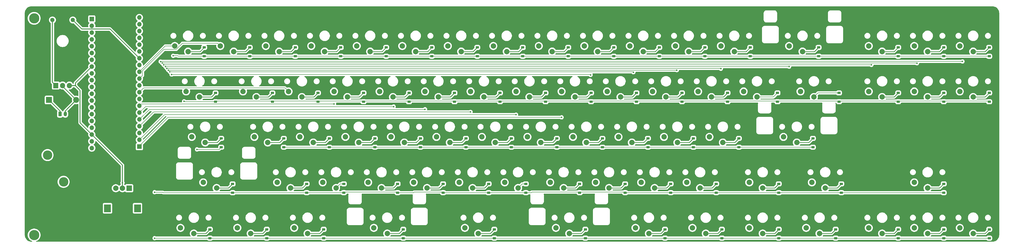
<source format=gbr>
%TF.GenerationSoftware,KiCad,Pcbnew,8.0.1*%
%TF.CreationDate,2024-07-20T19:57:27+09:00*%
%TF.ProjectId,lowd75,6c6f7764-3735-42e6-9b69-6361645f7063,rev?*%
%TF.SameCoordinates,Original*%
%TF.FileFunction,Copper,L2,Bot*%
%TF.FilePolarity,Positive*%
%FSLAX46Y46*%
G04 Gerber Fmt 4.6, Leading zero omitted, Abs format (unit mm)*
G04 Created by KiCad (PCBNEW 8.0.1) date 2024-07-20 19:57:27*
%MOMM*%
%LPD*%
G01*
G04 APERTURE LIST*
G04 Aperture macros list*
%AMRoundRect*
0 Rectangle with rounded corners*
0 $1 Rounding radius*
0 $2 $3 $4 $5 $6 $7 $8 $9 X,Y pos of 4 corners*
0 Add a 4 corners polygon primitive as box body*
4,1,4,$2,$3,$4,$5,$6,$7,$8,$9,$2,$3,0*
0 Add four circle primitives for the rounded corners*
1,1,$1+$1,$2,$3*
1,1,$1+$1,$4,$5*
1,1,$1+$1,$6,$7*
1,1,$1+$1,$8,$9*
0 Add four rect primitives between the rounded corners*
20,1,$1+$1,$2,$3,$4,$5,0*
20,1,$1+$1,$4,$5,$6,$7,0*
20,1,$1+$1,$6,$7,$8,$9,0*
20,1,$1+$1,$8,$9,$2,$3,0*%
G04 Aperture macros list end*
%TA.AperFunction,ComponentPad*%
%ADD10C,2.000000*%
%TD*%
%TA.AperFunction,ComponentPad*%
%ADD11R,2.000000X2.000000*%
%TD*%
%TA.AperFunction,ComponentPad*%
%ADD12R,2.500000X3.000000*%
%TD*%
%TA.AperFunction,ComponentPad*%
%ADD13C,1.600000*%
%TD*%
%TA.AperFunction,ComponentPad*%
%ADD14O,1.600000X1.600000*%
%TD*%
%TA.AperFunction,ComponentPad*%
%ADD15R,2.200000X2.200000*%
%TD*%
%TA.AperFunction,ComponentPad*%
%ADD16O,2.200000X2.200000*%
%TD*%
%TA.AperFunction,ComponentPad*%
%ADD17R,1.700000X1.700000*%
%TD*%
%TA.AperFunction,ComponentPad*%
%ADD18O,1.700000X1.700000*%
%TD*%
%TA.AperFunction,ComponentPad*%
%ADD19RoundRect,0.250000X-0.350000X-0.625000X0.350000X-0.625000X0.350000X0.625000X-0.350000X0.625000X0*%
%TD*%
%TA.AperFunction,ComponentPad*%
%ADD20O,1.200000X1.750000*%
%TD*%
%TA.AperFunction,ComponentPad*%
%ADD21C,3.800000*%
%TD*%
%TA.AperFunction,ComponentPad*%
%ADD22C,3.500000*%
%TD*%
%TA.AperFunction,ComponentPad*%
%ADD23R,1.905000X2.000000*%
%TD*%
%TA.AperFunction,ComponentPad*%
%ADD24O,1.905000X2.000000*%
%TD*%
%TA.AperFunction,SMDPad,CuDef*%
%ADD25RoundRect,0.225000X0.375000X-0.225000X0.375000X0.225000X-0.375000X0.225000X-0.375000X-0.225000X0*%
%TD*%
%TA.AperFunction,ViaPad*%
%ADD26C,0.600000*%
%TD*%
%TA.AperFunction,Conductor*%
%ADD27C,0.250000*%
%TD*%
%TA.AperFunction,Conductor*%
%ADD28C,0.200000*%
%TD*%
%TA.AperFunction,Conductor*%
%ADD29C,0.300000*%
%TD*%
G04 APERTURE END LIST*
D10*
%TO.P,SW42,1,1*%
%TO.N,COL7*%
X646275000Y-177325000D03*
%TO.P,SW42,2,2*%
%TO.N,Net-(D42-A)*%
X651275000Y-179425000D03*
%TD*%
%TO.P,SW44,1,1*%
%TO.N,COL9*%
X680275000Y-177325000D03*
%TO.P,SW44,2,2*%
%TO.N,Net-(D44-A)*%
X685275000Y-179425000D03*
%TD*%
%TO.P,SW16,1,1*%
%TO.N,COL15*%
X790775000Y-143325000D03*
%TO.P,SW16,2,2*%
%TO.N,Net-(D16-A)*%
X795775000Y-145425000D03*
%TD*%
D11*
%TO.P,encoder1,A,A*%
%TO.N,encoder2*%
X497500000Y-196500000D03*
D10*
%TO.P,encoder1,B,B*%
%TO.N,encoder1*%
X492500000Y-196500000D03*
%TO.P,encoder1,C,C*%
%TO.N,GND*%
X495000000Y-196500000D03*
D12*
%TO.P,encoder1,MP*%
%TO.N,N/C*%
X500600000Y-204000000D03*
X489400000Y-204000000D03*
%TD*%
D10*
%TO.P,SW41,1,1*%
%TO.N,COL6*%
X629275000Y-177325000D03*
%TO.P,SW41,2,2*%
%TO.N,Net-(D41-A)*%
X634275000Y-179425000D03*
%TD*%
%TO.P,SW26,1,1*%
%TO.N,COL8*%
X659025000Y-160325000D03*
%TO.P,SW26,2,2*%
%TO.N,Net-(D26-A)*%
X664025000Y-162425000D03*
%TD*%
D13*
%TO.P,R1,1*%
%TO.N,Net-(Q1-B)*%
X468830000Y-133615000D03*
D14*
%TO.P,R1,2*%
%TO.N,Net-(J2-Pin_14)*%
X476450000Y-133615000D03*
%TD*%
D10*
%TO.P,SW39,1,1*%
%TO.N,COL4*%
X595275000Y-177325000D03*
%TO.P,SW39,2,2*%
%TO.N,Net-(D39-A)*%
X600275000Y-179425000D03*
%TD*%
%TO.P,SW24,1,1*%
%TO.N,COL6*%
X625025000Y-160325000D03*
%TO.P,SW24,2,2*%
%TO.N,Net-(D24-A)*%
X630025000Y-162425000D03*
%TD*%
%TO.P,SW45,1,1*%
%TO.N,COL10*%
X697275000Y-177325000D03*
%TO.P,SW45,2,2*%
%TO.N,Net-(D45-A)*%
X702275000Y-179425000D03*
%TD*%
%TO.P,SW66,1,1*%
%TO.N,COL5*%
X622900000Y-211325000D03*
%TO.P,SW66,2,2*%
%TO.N,Net-(D66-A)*%
X627900000Y-213425000D03*
%TD*%
%TO.P,SW12,1,1*%
%TO.N,COL11*%
X701525000Y-143325000D03*
%TO.P,SW12,2,2*%
%TO.N,Net-(D12-A)*%
X706525000Y-145425000D03*
%TD*%
%TO.P,SW20,1,1*%
%TO.N,COL2*%
X557025000Y-160325000D03*
%TO.P,SW20,2,2*%
%TO.N,Net-(D20-A)*%
X562025000Y-162425000D03*
%TD*%
%TO.P,SW54,1,1*%
%TO.N,COL6*%
X637775000Y-194325000D03*
%TO.P,SW54,2,2*%
%TO.N,Net-(D54-A)*%
X642775000Y-196425000D03*
%TD*%
%TO.P,SW1,1,1*%
%TO.N,COL0*%
X514525000Y-143325000D03*
%TO.P,SW1,2,2*%
%TO.N,Net-(D1-A)*%
X519525000Y-145425000D03*
%TD*%
%TO.P,SW40,1,1*%
%TO.N,COL5*%
X612275000Y-177325000D03*
%TO.P,SW40,2,2*%
%TO.N,Net-(D40-A)*%
X617275000Y-179425000D03*
%TD*%
%TO.P,SW23,1,1*%
%TO.N,COL5*%
X608025000Y-160325000D03*
%TO.P,SW23,2,2*%
%TO.N,Net-(D23-A)*%
X613025000Y-162425000D03*
%TD*%
%TO.P,SW35,1,1*%
%TO.N,COL0*%
X520900000Y-177325000D03*
%TO.P,SW35,2,2*%
%TO.N,Net-(D35-A)*%
X525900000Y-179425000D03*
%TD*%
D15*
%TO.P,D75,1,K*%
%TO.N,Net-(D75-K)*%
X467560000Y-163515000D03*
D16*
%TO.P,D75,2,A*%
%TO.N,Net-(D75-A)*%
X477720000Y-163515000D03*
%TD*%
D10*
%TO.P,SW7,1,1*%
%TO.N,COL6*%
X616525000Y-143325000D03*
%TO.P,SW7,2,2*%
%TO.N,Net-(D7-A)*%
X621525000Y-145425000D03*
%TD*%
%TO.P,SW60,1,1*%
%TO.N,COL13*%
X752525000Y-194325000D03*
%TO.P,SW60,2,2*%
%TO.N,Net-(D60-A)*%
X757525000Y-196425000D03*
%TD*%
%TO.P,SW21,1,1*%
%TO.N,COL3*%
X574025000Y-160325000D03*
%TO.P,SW21,2,2*%
%TO.N,Net-(D21-A)*%
X579025000Y-162425000D03*
%TD*%
%TO.P,SW9,1,1*%
%TO.N,COL8*%
X650525000Y-143325000D03*
%TO.P,SW9,2,2*%
%TO.N,Net-(D9-A)*%
X655525000Y-145425000D03*
%TD*%
%TO.P,SW70,1,1*%
%TO.N,COL11*%
X729150000Y-211325000D03*
%TO.P,SW70,2,2*%
%TO.N,Net-(D70-A)*%
X734150000Y-213425000D03*
%TD*%
%TO.P,SW4,1,1*%
%TO.N,COL3*%
X565525000Y-143325000D03*
%TO.P,SW4,2,2*%
%TO.N,Net-(D4-A)*%
X570525000Y-145425000D03*
%TD*%
%TO.P,SW3,1,1*%
%TO.N,COL2*%
X548525000Y-143325000D03*
%TO.P,SW3,2,2*%
%TO.N,Net-(D3-A)*%
X553525000Y-145425000D03*
%TD*%
%TO.P,SW51,1,1*%
%TO.N,COL3*%
X586775000Y-194325000D03*
%TO.P,SW51,2,2*%
%TO.N,Net-(D51-A)*%
X591775000Y-196425000D03*
%TD*%
%TO.P,SW64,1,1*%
%TO.N,COL2*%
X559150000Y-211325000D03*
%TO.P,SW64,2,2*%
%TO.N,Net-(D64-A)*%
X564150000Y-213425000D03*
%TD*%
%TO.P,SW74,1,1*%
%TO.N,COL16*%
X807775000Y-211325000D03*
%TO.P,SW74,2,2*%
%TO.N,Net-(D74-A)*%
X812775000Y-213425000D03*
%TD*%
%TO.P,SW15,1,1*%
%TO.N,COL14*%
X773775000Y-143325000D03*
%TO.P,SW15,2,2*%
%TO.N,Net-(D15-A)*%
X778775000Y-145425000D03*
%TD*%
%TO.P,SW31,1,1*%
%TO.N,COL13*%
X748275000Y-160325000D03*
%TO.P,SW31,2,2*%
%TO.N,Net-(D31-A)*%
X753275000Y-162425000D03*
%TD*%
%TO.P,SW68,1,1*%
%TO.N,COL9*%
X686650000Y-211325000D03*
%TO.P,SW68,2,2*%
%TO.N,Net-(D68-A)*%
X691650000Y-213425000D03*
%TD*%
%TO.P,SW36,1,1*%
%TO.N,COL1*%
X544275000Y-177325000D03*
%TO.P,SW36,2,2*%
%TO.N,Net-(D36-A)*%
X549275000Y-179425000D03*
%TD*%
%TO.P,SW72,1,1*%
%TO.N,COL14*%
X773775000Y-211325000D03*
%TO.P,SW72,2,2*%
%TO.N,Net-(D72-A)*%
X778775000Y-213425000D03*
%TD*%
%TO.P,SW46,1,1*%
%TO.N,COL11*%
X714275000Y-177325000D03*
%TO.P,SW46,2,2*%
%TO.N,Net-(D46-A)*%
X719275000Y-179425000D03*
%TD*%
%TO.P,SW53,1,1*%
%TO.N,COL5*%
X620775000Y-194325000D03*
%TO.P,SW53,2,2*%
%TO.N,Net-(D53-A)*%
X625775000Y-196425000D03*
%TD*%
%TO.P,SW49,1,1*%
%TO.N,COL1*%
X552775000Y-194325000D03*
%TO.P,SW49,2,2*%
%TO.N,Net-(D49-A)*%
X557775000Y-196425000D03*
%TD*%
%TO.P,SW62,1,1*%
%TO.N,COL0*%
X516650000Y-211325000D03*
%TO.P,SW62,2,2*%
%TO.N,Net-(D62-A)*%
X521650000Y-213425000D03*
%TD*%
%TO.P,SW69,1,1*%
%TO.N,COL10*%
X707900000Y-211325000D03*
%TO.P,SW69,2,2*%
%TO.N,Net-(D69-A)*%
X712900000Y-213425000D03*
%TD*%
%TO.P,SW52,1,1*%
%TO.N,COL4*%
X603775000Y-194325000D03*
%TO.P,SW52,2,2*%
%TO.N,Net-(D52-A)*%
X608775000Y-196425000D03*
%TD*%
D17*
%TO.P,J1,1,Pin_1*%
%TO.N,encoder1*%
X483545000Y-133234999D03*
D18*
%TO.P,J1,2,Pin_2*%
%TO.N,encoder2*%
X483545000Y-135774999D03*
%TO.P,J1,3,Pin_3*%
%TO.N,unconnected-(J1-Pin_3-Pad3)*%
X483545000Y-138314998D03*
%TO.P,J1,4,Pin_4*%
%TO.N,unconnected-(J1-Pin_4-Pad4)*%
X483545000Y-140854999D03*
%TO.P,J1,5,Pin_5*%
%TO.N,COL16*%
X483545000Y-143394999D03*
%TO.P,J1,6,Pin_6*%
%TO.N,COL15*%
X483545000Y-145934999D03*
%TO.P,J1,7,Pin_7*%
%TO.N,COL14*%
X483545000Y-148474999D03*
%TO.P,J1,8,Pin_8*%
%TO.N,GND*%
X483545000Y-151015000D03*
%TO.P,J1,9,Pin_9*%
%TO.N,COL13*%
X483545000Y-153554999D03*
%TO.P,J1,10,Pin_10*%
%TO.N,COL12*%
X483545000Y-156094999D03*
%TO.P,J1,11,Pin_11*%
%TO.N,COL11*%
X483545000Y-158634999D03*
%TO.P,J1,12,Pin_12*%
%TO.N,COL10*%
X483545000Y-161174998D03*
%TO.P,J1,13,Pin_13*%
%TO.N,unconnected-(J1-Pin_13-Pad13)*%
X483545000Y-163714999D03*
%TO.P,J1,14,Pin_14*%
%TO.N,COL9*%
X483545000Y-166254999D03*
%TO.P,J1,15,Pin_15*%
%TO.N,ROW0*%
X483545000Y-168794999D03*
%TO.P,J1,16,Pin_16*%
%TO.N,ROW1*%
X483545000Y-171334998D03*
%TO.P,J1,17,Pin_17*%
%TO.N,ROW2*%
X483545000Y-173875000D03*
%TO.P,J1,18,Pin_18*%
%TO.N,GND*%
X483545000Y-176414999D03*
%TO.P,J1,19,Pin_19*%
%TO.N,ROW3*%
X483545000Y-178954999D03*
%TO.P,J1,20,Pin_20*%
%TO.N,ROW4*%
X483545000Y-181494999D03*
%TD*%
D10*
%TO.P,SW6,1,1*%
%TO.N,COL5*%
X599525000Y-143325000D03*
%TO.P,SW6,2,2*%
%TO.N,Net-(D6-A)*%
X604525000Y-145425000D03*
%TD*%
%TO.P,SW50,1,1*%
%TO.N,COL2*%
X569775000Y-194325000D03*
%TO.P,SW50,2,2*%
%TO.N,Net-(D50-A)*%
X574775000Y-196425000D03*
%TD*%
D19*
%TO.P,J3,1,Pin_1*%
%TO.N,Net-(D75-K)*%
X471640000Y-168765000D03*
D20*
%TO.P,J3,2,Pin_2*%
%TO.N,Net-(D75-A)*%
X473640000Y-168765000D03*
%TD*%
D10*
%TO.P,SW57,1,1*%
%TO.N,COL9*%
X688775000Y-194325000D03*
%TO.P,SW57,2,2*%
%TO.N,Net-(D57-A)*%
X693775000Y-196425000D03*
%TD*%
D21*
%TO.P,REF\u002A\u002A,1*%
%TO.N,N/C*%
X462000000Y-214000000D03*
%TD*%
D10*
%TO.P,SW59,1,1*%
%TO.N,COL11*%
X729150000Y-194325000D03*
%TO.P,SW59,2,2*%
%TO.N,Net-(D59-A)*%
X734150000Y-196425000D03*
%TD*%
%TO.P,SW43,1,1*%
%TO.N,COL8*%
X663275000Y-177325000D03*
%TO.P,SW43,2,2*%
%TO.N,Net-(D43-A)*%
X668275000Y-179425000D03*
%TD*%
%TO.P,SW56,1,1*%
%TO.N,COL8*%
X671775000Y-194325000D03*
%TO.P,SW56,2,2*%
%TO.N,Net-(D56-A)*%
X676775000Y-196425000D03*
%TD*%
%TO.P,SW10,1,1*%
%TO.N,COL9*%
X667525000Y-143325000D03*
%TO.P,SW10,2,2*%
%TO.N,Net-(D10-A)*%
X672525000Y-145425000D03*
%TD*%
%TO.P,SW55,1,1*%
%TO.N,COL7*%
X654775000Y-194325000D03*
%TO.P,SW55,2,2*%
%TO.N,Net-(D55-A)*%
X659775000Y-196425000D03*
%TD*%
%TO.P,SW58,1,1*%
%TO.N,COL10*%
X705775000Y-194325000D03*
%TO.P,SW58,2,2*%
%TO.N,Net-(D58-A)*%
X710775000Y-196425000D03*
%TD*%
%TO.P,SW17,1,1*%
%TO.N,COL16*%
X807775000Y-143325000D03*
%TO.P,SW17,2,2*%
%TO.N,Net-(D17-A)*%
X812775000Y-145425000D03*
%TD*%
%TO.P,SW37,1,1*%
%TO.N,COL2*%
X561275000Y-177325000D03*
%TO.P,SW37,2,2*%
%TO.N,Net-(D37-A)*%
X566275000Y-179425000D03*
%TD*%
%TO.P,SW61,1,1*%
%TO.N,COL15*%
X790775000Y-194325000D03*
%TO.P,SW61,2,2*%
%TO.N,Net-(D61-A)*%
X795775000Y-196425000D03*
%TD*%
%TO.P,SW34,1,1*%
%TO.N,COL16*%
X807775000Y-160325000D03*
%TO.P,SW34,2,2*%
%TO.N,Net-(D34-A)*%
X812775000Y-162425000D03*
%TD*%
D21*
%TO.P,REF\u002A\u002A,1*%
%TO.N,N/C*%
X462000000Y-133000000D03*
%TD*%
D10*
%TO.P,SW8,1,1*%
%TO.N,COL7*%
X633525000Y-143325000D03*
%TO.P,SW8,2,2*%
%TO.N,Net-(D8-A)*%
X638525000Y-145425000D03*
%TD*%
%TO.P,SW71,1,1*%
%TO.N,COL13*%
X750400000Y-211325000D03*
%TO.P,SW71,2,2*%
%TO.N,Net-(D71-A)*%
X755400000Y-213425000D03*
%TD*%
%TO.P,SW28,1,1*%
%TO.N,COL10*%
X693025000Y-160325000D03*
%TO.P,SW28,2,2*%
%TO.N,Net-(D28-A)*%
X698025000Y-162425000D03*
%TD*%
%TO.P,SW33,1,1*%
%TO.N,COL15*%
X790775000Y-160325000D03*
%TO.P,SW33,2,2*%
%TO.N,Net-(D33-A)*%
X795775000Y-162425000D03*
%TD*%
%TO.P,SW48,1,1*%
%TO.N,COL0*%
X525150000Y-194325000D03*
%TO.P,SW48,2,2*%
%TO.N,Net-(D48-A)*%
X530150000Y-196425000D03*
%TD*%
%TO.P,SW14,1,1*%
%TO.N,COL13*%
X744025000Y-143325000D03*
%TO.P,SW14,2,2*%
%TO.N,Net-(D14-A)*%
X749025000Y-145425000D03*
%TD*%
%TO.P,SW73,1,1*%
%TO.N,COL15*%
X790775000Y-211325000D03*
%TO.P,SW73,2,2*%
%TO.N,Net-(D73-A)*%
X795775000Y-213425000D03*
%TD*%
%TO.P,SW2,1,1*%
%TO.N,COL1*%
X531525000Y-143325000D03*
%TO.P,SW2,2,2*%
%TO.N,Net-(D2-A)*%
X536525000Y-145425000D03*
%TD*%
D17*
%TO.P,J2,1,Pin_1*%
%TO.N,COL8*%
X501300000Y-180964999D03*
D18*
%TO.P,J2,2,Pin_2*%
%TO.N,COL7*%
X501300000Y-178424999D03*
%TO.P,J2,3,Pin_3*%
%TO.N,unconnected-(J2-Pin_3-Pad3)*%
X501300000Y-175885000D03*
%TO.P,J2,4,Pin_4*%
%TO.N,COL6*%
X501300000Y-173344999D03*
%TO.P,J2,5,Pin_5*%
%TO.N,COL5*%
X501300000Y-170804999D03*
%TO.P,J2,6,Pin_6*%
%TO.N,COL4*%
X501300000Y-168264999D03*
%TO.P,J2,7,Pin_7*%
%TO.N,COL3*%
X501300000Y-165724999D03*
%TO.P,J2,8,Pin_8*%
%TO.N,unconnected-(J2-Pin_8-Pad8)*%
X501300000Y-163184998D03*
%TO.P,J2,9,Pin_9*%
%TO.N,COL2*%
X501300000Y-160644999D03*
%TO.P,J2,10,Pin_10*%
%TO.N,unconnected-(J2-Pin_10-Pad10)*%
X501300000Y-158104999D03*
%TO.P,J2,11,Pin_11*%
%TO.N,COL1*%
X501300000Y-155564999D03*
%TO.P,J2,12,Pin_12*%
%TO.N,COL0*%
X501300000Y-153025000D03*
%TO.P,J2,13,Pin_13*%
%TO.N,unconnected-(J2-Pin_13-Pad13)*%
X501300000Y-150484999D03*
%TO.P,J2,14,Pin_14*%
%TO.N,Net-(J2-Pin_14)*%
X501300000Y-147944999D03*
%TO.P,J2,15,Pin_15*%
%TO.N,unconnected-(J2-Pin_15-Pad15)*%
X501300000Y-145404999D03*
%TO.P,J2,16,Pin_16*%
%TO.N,unconnected-(J2-Pin_16-Pad16)*%
X501300000Y-142865000D03*
%TO.P,J2,17,Pin_17*%
%TO.N,unconnected-(J2-Pin_17-Pad17)*%
X501300000Y-140324998D03*
%TO.P,J2,18,Pin_18*%
%TO.N,unconnected-(J2-Pin_18-Pad18)*%
X501300000Y-137784999D03*
%TO.P,J2,19,Pin_19*%
%TO.N,unconnected-(J2-Pin_19-Pad19)*%
X501300000Y-135244999D03*
%TO.P,J2,20,Pin_20*%
%TO.N,Net-(D75-K)*%
X501300000Y-132704999D03*
%TD*%
D10*
%TO.P,SW65,1,1*%
%TO.N,COL3*%
X588900000Y-211325000D03*
%TO.P,SW65,2,2*%
%TO.N,Net-(D65-A)*%
X593900000Y-213425000D03*
%TD*%
%TO.P,SW5,1,1*%
%TO.N,COL4*%
X582525000Y-143325000D03*
%TO.P,SW5,2,2*%
%TO.N,Net-(D5-A)*%
X587525000Y-145425000D03*
%TD*%
%TO.P,SW30,1,1*%
%TO.N,COL12*%
X727025000Y-160325000D03*
%TO.P,SW30,2,2*%
%TO.N,Net-(D30-A)*%
X732025000Y-162425000D03*
%TD*%
%TO.P,SW13,1,1*%
%TO.N,COL12*%
X718525000Y-143325000D03*
%TO.P,SW13,2,2*%
%TO.N,Net-(D13-A)*%
X723525000Y-145425000D03*
%TD*%
%TO.P,SW38,1,1*%
%TO.N,COL3*%
X578275000Y-177325000D03*
%TO.P,SW38,2,2*%
%TO.N,Net-(D38-A)*%
X583275000Y-179425000D03*
%TD*%
%TO.P,SW67,1,1*%
%TO.N,COL7*%
X656900000Y-211325000D03*
%TO.P,SW67,2,2*%
%TO.N,Net-(D67-A)*%
X661900000Y-213425000D03*
%TD*%
%TO.P,SW11,1,1*%
%TO.N,COL10*%
X684525000Y-143325000D03*
%TO.P,SW11,2,2*%
%TO.N,Net-(D11-A)*%
X689525000Y-145425000D03*
%TD*%
%TO.P,SW29,1,1*%
%TO.N,COL11*%
X710025000Y-160325000D03*
%TO.P,SW29,2,2*%
%TO.N,Net-(D29-A)*%
X715025000Y-162425000D03*
%TD*%
%TO.P,SW25,1,1*%
%TO.N,COL7*%
X642025000Y-160325000D03*
%TO.P,SW25,2,2*%
%TO.N,Net-(D25-A)*%
X647025000Y-162425000D03*
%TD*%
D22*
%TO.P,REF\u002A\u002A,1*%
%TO.N,N/C*%
X473000000Y-194125000D03*
X467000000Y-184125000D03*
%TD*%
D10*
%TO.P,SW18,1,1*%
%TO.N,COL0*%
X518775000Y-160325000D03*
%TO.P,SW18,2,2*%
%TO.N,Net-(D18-A)*%
X523775000Y-162425000D03*
%TD*%
%TO.P,SW63,1,1*%
%TO.N,COL1*%
X537900000Y-211325000D03*
%TO.P,SW63,2,2*%
%TO.N,Net-(D63-A)*%
X542900000Y-213425000D03*
%TD*%
%TO.P,SW27,1,1*%
%TO.N,COL9*%
X676025000Y-160325000D03*
%TO.P,SW27,2,2*%
%TO.N,Net-(D27-A)*%
X681025000Y-162425000D03*
%TD*%
D23*
%TO.P,Q1,1,B*%
%TO.N,Net-(Q1-B)*%
X470100000Y-158125000D03*
D24*
%TO.P,Q1,2,C*%
%TO.N,Net-(D75-A)*%
X472640000Y-158125000D03*
%TO.P,Q1,3,E*%
%TO.N,GND*%
X475179999Y-158125000D03*
%TD*%
D10*
%TO.P,SW32,1,1*%
%TO.N,COL14*%
X773775000Y-160325000D03*
%TO.P,SW32,2,2*%
%TO.N,Net-(D32-A)*%
X778775000Y-162425000D03*
%TD*%
%TO.P,SW47,1,1*%
%TO.N,COL13*%
X741900000Y-177325000D03*
%TO.P,SW47,2,2*%
%TO.N,Net-(D47-A)*%
X746900000Y-179425000D03*
%TD*%
%TO.P,SW19,1,1*%
%TO.N,COL1*%
X540025000Y-160325000D03*
%TO.P,SW19,2,2*%
%TO.N,Net-(D19-A)*%
X545025000Y-162425000D03*
%TD*%
%TO.P,SW22,1,1*%
%TO.N,COL4*%
X591025000Y-160325000D03*
%TO.P,SW22,2,2*%
%TO.N,Net-(D22-A)*%
X596025000Y-162425000D03*
%TD*%
D25*
%TO.P,D2,1,K*%
%TO.N,ROW0*%
X542525000Y-147175000D03*
%TO.P,D2,2,A*%
%TO.N,Net-(D2-A)*%
X542525000Y-143875000D03*
%TD*%
%TO.P,D39,1,K*%
%TO.N,ROW2*%
X606275000Y-181175000D03*
%TO.P,D39,2,A*%
%TO.N,Net-(D39-A)*%
X606275000Y-177875000D03*
%TD*%
%TO.P,D23,1,K*%
%TO.N,ROW1*%
X619025000Y-164175000D03*
%TO.P,D23,2,A*%
%TO.N,Net-(D23-A)*%
X619025000Y-160875000D03*
%TD*%
%TO.P,D30,1,K*%
%TO.N,ROW1*%
X739675000Y-164175000D03*
%TO.P,D30,2,A*%
%TO.N,Net-(D30-A)*%
X739675000Y-160875000D03*
%TD*%
%TO.P,D55,1,K*%
%TO.N,ROW3*%
X665775000Y-198175000D03*
%TO.P,D55,2,A*%
%TO.N,Net-(D55-A)*%
X665775000Y-194875000D03*
%TD*%
%TO.P,D59,1,K*%
%TO.N,ROW3*%
X740150000Y-198175000D03*
%TO.P,D59,2,A*%
%TO.N,Net-(D59-A)*%
X740150000Y-194875000D03*
%TD*%
%TO.P,D49,1,K*%
%TO.N,ROW3*%
X563775000Y-198175000D03*
%TO.P,D49,2,A*%
%TO.N,Net-(D49-A)*%
X563775000Y-194875000D03*
%TD*%
%TO.P,D64,1,K*%
%TO.N,ROW4*%
X570150000Y-215175000D03*
%TO.P,D64,2,A*%
%TO.N,Net-(D64-A)*%
X570150000Y-211875000D03*
%TD*%
%TO.P,D8,1,K*%
%TO.N,ROW0*%
X644525000Y-147175000D03*
%TO.P,D8,2,A*%
%TO.N,Net-(D8-A)*%
X644525000Y-143875000D03*
%TD*%
%TO.P,D34,1,K*%
%TO.N,ROW1*%
X818775000Y-164175000D03*
%TO.P,D34,2,A*%
%TO.N,Net-(D34-A)*%
X818775000Y-160875000D03*
%TD*%
%TO.P,D45,1,K*%
%TO.N,ROW2*%
X708275000Y-181175000D03*
%TO.P,D45,2,A*%
%TO.N,Net-(D45-A)*%
X708275000Y-177875000D03*
%TD*%
%TO.P,D35,1,K*%
%TO.N,ROW2*%
X531900000Y-181175000D03*
%TO.P,D35,2,A*%
%TO.N,Net-(D35-A)*%
X531900000Y-177875000D03*
%TD*%
%TO.P,D53,1,K*%
%TO.N,ROW3*%
X631775000Y-198175000D03*
%TO.P,D53,2,A*%
%TO.N,Net-(D53-A)*%
X631775000Y-194875000D03*
%TD*%
%TO.P,D43,1,K*%
%TO.N,ROW2*%
X674275000Y-181175000D03*
%TO.P,D43,2,A*%
%TO.N,Net-(D43-A)*%
X674275000Y-177875000D03*
%TD*%
%TO.P,D72,1,K*%
%TO.N,ROW4*%
X784775000Y-215175000D03*
%TO.P,D72,2,A*%
%TO.N,Net-(D72-A)*%
X784775000Y-211875000D03*
%TD*%
%TO.P,D14,1,K*%
%TO.N,ROW0*%
X755025000Y-147175000D03*
%TO.P,D14,2,A*%
%TO.N,Net-(D14-A)*%
X755025000Y-143875000D03*
%TD*%
%TO.P,D44,1,K*%
%TO.N,ROW2*%
X691275000Y-181175000D03*
%TO.P,D44,2,A*%
%TO.N,Net-(D44-A)*%
X691275000Y-177875000D03*
%TD*%
%TO.P,D12,1,K*%
%TO.N,ROW0*%
X712525000Y-147175000D03*
%TO.P,D12,2,A*%
%TO.N,Net-(D12-A)*%
X712525000Y-143875000D03*
%TD*%
%TO.P,D33,1,K*%
%TO.N,ROW1*%
X801775000Y-164175000D03*
%TO.P,D33,2,A*%
%TO.N,Net-(D33-A)*%
X801775000Y-160875000D03*
%TD*%
%TO.P,D54,1,K*%
%TO.N,ROW3*%
X645675000Y-198175000D03*
%TO.P,D54,2,A*%
%TO.N,Net-(D54-A)*%
X645675000Y-194875000D03*
%TD*%
%TO.P,D48,1,K*%
%TO.N,ROW3*%
X536150000Y-198175000D03*
%TO.P,D48,2,A*%
%TO.N,Net-(D48-A)*%
X536150000Y-194875000D03*
%TD*%
%TO.P,D32,1,K*%
%TO.N,ROW1*%
X784775000Y-164175000D03*
%TO.P,D32,2,A*%
%TO.N,Net-(D32-A)*%
X784775000Y-160875000D03*
%TD*%
%TO.P,D58,1,K*%
%TO.N,ROW3*%
X716775000Y-198175000D03*
%TO.P,D58,2,A*%
%TO.N,Net-(D58-A)*%
X716775000Y-194875000D03*
%TD*%
%TO.P,D36,1,K*%
%TO.N,ROW2*%
X555275000Y-181175000D03*
%TO.P,D36,2,A*%
%TO.N,Net-(D36-A)*%
X555275000Y-177875000D03*
%TD*%
%TO.P,D41,1,K*%
%TO.N,ROW2*%
X640275000Y-181175000D03*
%TO.P,D41,2,A*%
%TO.N,Net-(D41-A)*%
X640275000Y-177875000D03*
%TD*%
%TO.P,D51,1,K*%
%TO.N,ROW3*%
X597775000Y-198175000D03*
%TO.P,D51,2,A*%
%TO.N,Net-(D51-A)*%
X597775000Y-194875000D03*
%TD*%
%TO.P,D22,1,K*%
%TO.N,ROW1*%
X602025000Y-164175000D03*
%TO.P,D22,2,A*%
%TO.N,Net-(D22-A)*%
X602025000Y-160875000D03*
%TD*%
%TO.P,D3,1,K*%
%TO.N,ROW0*%
X559525000Y-147175000D03*
%TO.P,D3,2,A*%
%TO.N,Net-(D3-A)*%
X559525000Y-143875000D03*
%TD*%
%TO.P,D46,1,K*%
%TO.N,ROW2*%
X725275000Y-181175000D03*
%TO.P,D46,2,A*%
%TO.N,Net-(D46-A)*%
X725275000Y-177875000D03*
%TD*%
%TO.P,D40,1,K*%
%TO.N,ROW2*%
X623275000Y-181175000D03*
%TO.P,D40,2,A*%
%TO.N,Net-(D40-A)*%
X623275000Y-177875000D03*
%TD*%
%TO.P,D56,1,K*%
%TO.N,ROW3*%
X682775000Y-198175000D03*
%TO.P,D56,2,A*%
%TO.N,Net-(D56-A)*%
X682775000Y-194875000D03*
%TD*%
%TO.P,D73,1,K*%
%TO.N,ROW4*%
X801775000Y-215175000D03*
%TO.P,D73,2,A*%
%TO.N,Net-(D73-A)*%
X801775000Y-211875000D03*
%TD*%
%TO.P,D25,1,K*%
%TO.N,ROW1*%
X653025000Y-164175000D03*
%TO.P,D25,2,A*%
%TO.N,Net-(D25-A)*%
X653025000Y-160875000D03*
%TD*%
%TO.P,D5,1,K*%
%TO.N,ROW0*%
X593525000Y-147175000D03*
%TO.P,D5,2,A*%
%TO.N,Net-(D5-A)*%
X593525000Y-143875000D03*
%TD*%
%TO.P,D27,1,K*%
%TO.N,ROW1*%
X687025000Y-164175000D03*
%TO.P,D27,2,A*%
%TO.N,Net-(D27-A)*%
X687025000Y-160875000D03*
%TD*%
%TO.P,D18,1,K*%
%TO.N,ROW1*%
X529775000Y-164175000D03*
%TO.P,D18,2,A*%
%TO.N,Net-(D18-A)*%
X529775000Y-160875000D03*
%TD*%
%TO.P,D4,1,K*%
%TO.N,ROW0*%
X576525000Y-147175000D03*
%TO.P,D4,2,A*%
%TO.N,Net-(D4-A)*%
X576525000Y-143875000D03*
%TD*%
%TO.P,D70,1,K*%
%TO.N,ROW4*%
X740150000Y-215175000D03*
%TO.P,D70,2,A*%
%TO.N,Net-(D70-A)*%
X740150000Y-211875000D03*
%TD*%
%TO.P,D52,1,K*%
%TO.N,ROW3*%
X614775000Y-198175000D03*
%TO.P,D52,2,A*%
%TO.N,Net-(D52-A)*%
X614775000Y-194875000D03*
%TD*%
%TO.P,D37,1,K*%
%TO.N,ROW2*%
X572275000Y-181175000D03*
%TO.P,D37,2,A*%
%TO.N,Net-(D37-A)*%
X572275000Y-177875000D03*
%TD*%
%TO.P,D13,1,K*%
%TO.N,ROW0*%
X729525000Y-147175000D03*
%TO.P,D13,2,A*%
%TO.N,Net-(D13-A)*%
X729525000Y-143875000D03*
%TD*%
%TO.P,D69,1,K*%
%TO.N,ROW4*%
X718900000Y-215175000D03*
%TO.P,D69,2,A*%
%TO.N,Net-(D69-A)*%
X718900000Y-211875000D03*
%TD*%
%TO.P,D38,1,K*%
%TO.N,ROW2*%
X589275000Y-181175000D03*
%TO.P,D38,2,A*%
%TO.N,Net-(D38-A)*%
X589275000Y-177875000D03*
%TD*%
%TO.P,D21,1,K*%
%TO.N,ROW1*%
X585025000Y-164175000D03*
%TO.P,D21,2,A*%
%TO.N,Net-(D21-A)*%
X585025000Y-160875000D03*
%TD*%
%TO.P,D71,1,K*%
%TO.N,ROW4*%
X761400000Y-215175000D03*
%TO.P,D71,2,A*%
%TO.N,Net-(D71-A)*%
X761400000Y-211875000D03*
%TD*%
%TO.P,D65,1,K*%
%TO.N,ROW4*%
X599900000Y-215175000D03*
%TO.P,D65,2,A*%
%TO.N,Net-(D65-A)*%
X599900000Y-211875000D03*
%TD*%
%TO.P,D67,1,K*%
%TO.N,ROW4*%
X667900000Y-215175000D03*
%TO.P,D67,2,A*%
%TO.N,Net-(D67-A)*%
X667900000Y-211875000D03*
%TD*%
%TO.P,D15,1,K*%
%TO.N,ROW0*%
X784775000Y-147175000D03*
%TO.P,D15,2,A*%
%TO.N,Net-(D15-A)*%
X784775000Y-143875000D03*
%TD*%
%TO.P,D10,1,K*%
%TO.N,ROW0*%
X678525000Y-147175000D03*
%TO.P,D10,2,A*%
%TO.N,Net-(D10-A)*%
X678525000Y-143875000D03*
%TD*%
%TO.P,D6,1,K*%
%TO.N,ROW0*%
X610525000Y-147175000D03*
%TO.P,D6,2,A*%
%TO.N,Net-(D6-A)*%
X610525000Y-143875000D03*
%TD*%
%TO.P,D60,1,K*%
%TO.N,ROW3*%
X763525000Y-198175000D03*
%TO.P,D60,2,A*%
%TO.N,Net-(D60-A)*%
X763525000Y-194875000D03*
%TD*%
%TO.P,D11,1,K*%
%TO.N,ROW0*%
X695525000Y-147175000D03*
%TO.P,D11,2,A*%
%TO.N,Net-(D11-A)*%
X695525000Y-143875000D03*
%TD*%
%TO.P,D62,1,K*%
%TO.N,ROW4*%
X527650000Y-215175000D03*
%TO.P,D62,2,A*%
%TO.N,Net-(D62-A)*%
X527650000Y-211875000D03*
%TD*%
%TO.P,D50,1,K*%
%TO.N,ROW3*%
X577675000Y-198175000D03*
%TO.P,D50,2,A*%
%TO.N,Net-(D50-A)*%
X577675000Y-194875000D03*
%TD*%
%TO.P,D42,1,K*%
%TO.N,ROW2*%
X657275000Y-181175000D03*
%TO.P,D42,2,A*%
%TO.N,Net-(D42-A)*%
X657275000Y-177875000D03*
%TD*%
%TO.P,D47,1,K*%
%TO.N,ROW2*%
X752900000Y-181175000D03*
%TO.P,D47,2,A*%
%TO.N,Net-(D47-A)*%
X752900000Y-177875000D03*
%TD*%
%TO.P,D1,1,K*%
%TO.N,ROW0*%
X525525000Y-147175000D03*
%TO.P,D1,2,A*%
%TO.N,Net-(D1-A)*%
X525525000Y-143875000D03*
%TD*%
%TO.P,D17,1,K*%
%TO.N,ROW0*%
X818775000Y-147175000D03*
%TO.P,D17,2,A*%
%TO.N,Net-(D17-A)*%
X818775000Y-143875000D03*
%TD*%
%TO.P,D20,1,K*%
%TO.N,ROW1*%
X568025000Y-164175000D03*
%TO.P,D20,2,A*%
%TO.N,Net-(D20-A)*%
X568025000Y-160875000D03*
%TD*%
%TO.P,D31,1,K*%
%TO.N,ROW1*%
X762675000Y-164175000D03*
%TO.P,D31,2,A*%
%TO.N,Net-(D31-A)*%
X762675000Y-160875000D03*
%TD*%
%TO.P,D26,1,K*%
%TO.N,ROW1*%
X670025000Y-164175000D03*
%TO.P,D26,2,A*%
%TO.N,Net-(D26-A)*%
X670025000Y-160875000D03*
%TD*%
%TO.P,D7,1,K*%
%TO.N,ROW0*%
X627525000Y-147175000D03*
%TO.P,D7,2,A*%
%TO.N,Net-(D7-A)*%
X627525000Y-143875000D03*
%TD*%
%TO.P,D74,1,K*%
%TO.N,ROW4*%
X818775000Y-215175000D03*
%TO.P,D74,2,A*%
%TO.N,Net-(D74-A)*%
X818775000Y-211875000D03*
%TD*%
%TO.P,D28,1,K*%
%TO.N,ROW1*%
X704025000Y-164175000D03*
%TO.P,D28,2,A*%
%TO.N,Net-(D28-A)*%
X704025000Y-160875000D03*
%TD*%
%TO.P,D19,1,K*%
%TO.N,ROW1*%
X551025000Y-164175000D03*
%TO.P,D19,2,A*%
%TO.N,Net-(D19-A)*%
X551025000Y-160875000D03*
%TD*%
%TO.P,D66,1,K*%
%TO.N,ROW4*%
X633900000Y-215175000D03*
%TO.P,D66,2,A*%
%TO.N,Net-(D66-A)*%
X633900000Y-211875000D03*
%TD*%
%TO.P,D9,1,K*%
%TO.N,ROW0*%
X661525000Y-147175000D03*
%TO.P,D9,2,A*%
%TO.N,Net-(D9-A)*%
X661525000Y-143875000D03*
%TD*%
%TO.P,D68,1,K*%
%TO.N,ROW4*%
X697650000Y-215175000D03*
%TO.P,D68,2,A*%
%TO.N,Net-(D68-A)*%
X697650000Y-211875000D03*
%TD*%
%TO.P,D57,1,K*%
%TO.N,ROW3*%
X699775000Y-198175000D03*
%TO.P,D57,2,A*%
%TO.N,Net-(D57-A)*%
X699775000Y-194875000D03*
%TD*%
%TO.P,D63,1,K*%
%TO.N,ROW4*%
X548900000Y-215175000D03*
%TO.P,D63,2,A*%
%TO.N,Net-(D63-A)*%
X548900000Y-211875000D03*
%TD*%
%TO.P,D24,1,K*%
%TO.N,ROW1*%
X636025000Y-164175000D03*
%TO.P,D24,2,A*%
%TO.N,Net-(D24-A)*%
X636025000Y-160875000D03*
%TD*%
%TO.P,D16,1,K*%
%TO.N,ROW0*%
X801775000Y-147175000D03*
%TO.P,D16,2,A*%
%TO.N,Net-(D16-A)*%
X801775000Y-143875000D03*
%TD*%
%TO.P,D29,1,K*%
%TO.N,ROW1*%
X721025000Y-164175000D03*
%TO.P,D29,2,A*%
%TO.N,Net-(D29-A)*%
X721025000Y-160875000D03*
%TD*%
%TO.P,D61,1,K*%
%TO.N,ROW3*%
X801775000Y-198175000D03*
%TO.P,D61,2,A*%
%TO.N,Net-(D61-A)*%
X801775000Y-194875000D03*
%TD*%
D26*
%TO.N,COL3*%
X574025000Y-165000000D03*
%TO.N,COL4*%
X596275000Y-166000000D03*
%TO.N,ROW0*%
X513925000Y-147000000D03*
%TO.N,ROW2*%
X522850000Y-182000000D03*
%TO.N,COL16*%
X808775000Y-149100000D03*
X509259313Y-149159313D03*
%TO.N,COL7*%
X642025000Y-169000000D03*
%TO.N,COL8*%
X659025000Y-170000000D03*
%TO.N,ROW3*%
X507000000Y-198000000D03*
%TO.N,COL13*%
X744025000Y-151050000D03*
X511050055Y-151071314D03*
%TO.N,COL6*%
X625025000Y-168000000D03*
%TO.N,COL15*%
X791775000Y-149775000D03*
X509825000Y-149725000D03*
%TO.N,ROW1*%
X518000000Y-164000000D03*
%TO.N,COL11*%
X512125000Y-152375000D03*
X702075000Y-152375000D03*
%TO.N,ROW4*%
X507000000Y-215175000D03*
%TO.N,COL12*%
X718525000Y-151825000D03*
X511575000Y-151675000D03*
%TO.N,COL5*%
X608025000Y-167000000D03*
%TO.N,COL9*%
X513325000Y-154000000D03*
X669850000Y-154150000D03*
%TO.N,COL10*%
X685850000Y-153150000D03*
X512700000Y-152975000D03*
%TO.N,COL14*%
X774775000Y-150400000D03*
X510375000Y-150375000D03*
%TO.N,GND*%
X477400000Y-158125000D03*
X495000000Y-194500000D03*
%TD*%
D27*
%TO.N,Net-(D1-A)*%
X523975000Y-145425000D02*
X525525000Y-143875000D01*
X519525000Y-145425000D02*
X523975000Y-145425000D01*
D28*
%TO.N,COL0*%
X511000000Y-143325000D02*
X501300000Y-153025000D01*
X514525000Y-143325000D02*
X511000000Y-143325000D01*
D27*
%TO.N,Net-(D2-A)*%
X536525000Y-145425000D02*
X540975000Y-145425000D01*
X540975000Y-145425000D02*
X542525000Y-143875000D01*
%TO.N,Net-(D3-A)*%
X553525000Y-145425000D02*
X557975000Y-145425000D01*
X557975000Y-145425000D02*
X559525000Y-143875000D01*
%TO.N,Net-(D4-A)*%
X570525000Y-145425000D02*
X574975000Y-145425000D01*
X574975000Y-145425000D02*
X576525000Y-143875000D01*
%TO.N,Net-(D5-A)*%
X591975000Y-145425000D02*
X593525000Y-143875000D01*
X587525000Y-145425000D02*
X591975000Y-145425000D01*
%TO.N,Net-(D6-A)*%
X608975000Y-145425000D02*
X610525000Y-143875000D01*
X604525000Y-145425000D02*
X608975000Y-145425000D01*
%TO.N,Net-(D7-A)*%
X621525000Y-145425000D02*
X625975000Y-145425000D01*
X625975000Y-145425000D02*
X627525000Y-143875000D01*
%TO.N,Net-(D8-A)*%
X638525000Y-145425000D02*
X642975000Y-145425000D01*
X642975000Y-145425000D02*
X644525000Y-143875000D01*
%TO.N,Net-(D9-A)*%
X655525000Y-145425000D02*
X659975000Y-145425000D01*
X659975000Y-145425000D02*
X661525000Y-143875000D01*
%TO.N,Net-(D10-A)*%
X672525000Y-145425000D02*
X676975000Y-145425000D01*
X676975000Y-145425000D02*
X678525000Y-143875000D01*
%TO.N,Net-(D11-A)*%
X693975000Y-145425000D02*
X695525000Y-143875000D01*
X689525000Y-145425000D02*
X693975000Y-145425000D01*
%TO.N,Net-(D12-A)*%
X710975000Y-145425000D02*
X712525000Y-143875000D01*
X706525000Y-145425000D02*
X710975000Y-145425000D01*
%TO.N,Net-(D13-A)*%
X723525000Y-145425000D02*
X727975000Y-145425000D01*
X727975000Y-145425000D02*
X729525000Y-143875000D01*
%TO.N,Net-(D14-A)*%
X749025000Y-145425000D02*
X753475000Y-145425000D01*
X753475000Y-145425000D02*
X755025000Y-143875000D01*
%TO.N,Net-(D15-A)*%
X778775000Y-145425000D02*
X783225000Y-145425000D01*
X783225000Y-145425000D02*
X784775000Y-143875000D01*
%TO.N,Net-(D16-A)*%
X795775000Y-145425000D02*
X800225000Y-145425000D01*
X800225000Y-145425000D02*
X801775000Y-143875000D01*
%TO.N,Net-(D17-A)*%
X817225000Y-145425000D02*
X818775000Y-143875000D01*
X812775000Y-145425000D02*
X817225000Y-145425000D01*
D28*
%TO.N,COL1*%
X515063478Y-144625000D02*
X510475000Y-144625000D01*
X502450000Y-154414999D02*
X501300000Y-155564999D01*
X510475000Y-144625000D02*
X502450000Y-152650000D01*
X502450000Y-152650000D02*
X502450000Y-154414999D01*
X517363478Y-142325000D02*
X530525000Y-142325000D01*
X515063478Y-144625000D02*
X517363478Y-142325000D01*
X531525000Y-143325000D02*
X530525000Y-142325000D01*
D27*
%TO.N,Net-(D18-A)*%
X528225000Y-162425000D02*
X529775000Y-160875000D01*
X523775000Y-162425000D02*
X528225000Y-162425000D01*
%TO.N,Net-(D19-A)*%
X545025000Y-162425000D02*
X549475000Y-162425000D01*
X549475000Y-162425000D02*
X551025000Y-160875000D01*
%TO.N,Net-(D20-A)*%
X562025000Y-162425000D02*
X566475000Y-162425000D01*
X566475000Y-162425000D02*
X568025000Y-160875000D01*
%TO.N,Net-(D21-A)*%
X583475000Y-162425000D02*
X585025000Y-160875000D01*
X579025000Y-162425000D02*
X583475000Y-162425000D01*
%TO.N,Net-(D22-A)*%
X600475000Y-162425000D02*
X602025000Y-160875000D01*
X596025000Y-162425000D02*
X600475000Y-162425000D01*
%TO.N,Net-(D23-A)*%
X617475000Y-162425000D02*
X619025000Y-160875000D01*
X613025000Y-162425000D02*
X617475000Y-162425000D01*
%TO.N,Net-(D24-A)*%
X634475000Y-162425000D02*
X636025000Y-160875000D01*
X630025000Y-162425000D02*
X634475000Y-162425000D01*
%TO.N,Net-(D25-A)*%
X651475000Y-162425000D02*
X653025000Y-160875000D01*
X647025000Y-162425000D02*
X651475000Y-162425000D01*
%TO.N,Net-(D26-A)*%
X664025000Y-162425000D02*
X668475000Y-162425000D01*
X668475000Y-162425000D02*
X670025000Y-160875000D01*
%TO.N,Net-(D27-A)*%
X681025000Y-162425000D02*
X685475000Y-162425000D01*
X685475000Y-162425000D02*
X687025000Y-160875000D01*
%TO.N,Net-(D28-A)*%
X698025000Y-162425000D02*
X702475000Y-162425000D01*
X702475000Y-162425000D02*
X704025000Y-160875000D01*
%TO.N,Net-(D29-A)*%
X719475000Y-162425000D02*
X721025000Y-160875000D01*
X715025000Y-162425000D02*
X719475000Y-162425000D01*
D28*
%TO.N,Net-(D30-A)*%
X732025000Y-162425000D02*
X738125000Y-162425000D01*
X738125000Y-162425000D02*
X739675000Y-160875000D01*
%TO.N,Net-(D31-A)*%
X753275000Y-162425000D02*
X754825000Y-160875000D01*
X754825000Y-160875000D02*
X762675000Y-160875000D01*
D27*
%TO.N,Net-(D32-A)*%
X783225000Y-162425000D02*
X784775000Y-160875000D01*
X778775000Y-162425000D02*
X783225000Y-162425000D01*
%TO.N,Net-(D33-A)*%
X800225000Y-162425000D02*
X801775000Y-160875000D01*
X795775000Y-162425000D02*
X800225000Y-162425000D01*
%TO.N,Net-(D34-A)*%
X812775000Y-162425000D02*
X817225000Y-162425000D01*
X817225000Y-162425000D02*
X818775000Y-160875000D01*
D28*
%TO.N,COL2*%
X502919999Y-159025000D02*
X501300000Y-160644999D01*
X555725000Y-159025000D02*
X502919999Y-159025000D01*
X557025000Y-160325000D02*
X555725000Y-159025000D01*
D27*
%TO.N,Net-(D35-A)*%
X530350000Y-179425000D02*
X531900000Y-177875000D01*
X525900000Y-179425000D02*
X530350000Y-179425000D01*
%TO.N,Net-(D36-A)*%
X549275000Y-179425000D02*
X553725000Y-179425000D01*
X553725000Y-179425000D02*
X555275000Y-177875000D01*
%TO.N,Net-(D37-A)*%
X570725000Y-179425000D02*
X572275000Y-177875000D01*
X566275000Y-179425000D02*
X570725000Y-179425000D01*
%TO.N,Net-(D38-A)*%
X587725000Y-179425000D02*
X589275000Y-177875000D01*
X583275000Y-179425000D02*
X587725000Y-179425000D01*
%TO.N,Net-(D39-A)*%
X604725000Y-179425000D02*
X606275000Y-177875000D01*
X600275000Y-179425000D02*
X604725000Y-179425000D01*
%TO.N,Net-(D40-A)*%
X621725000Y-179425000D02*
X623275000Y-177875000D01*
X617275000Y-179425000D02*
X621725000Y-179425000D01*
%TO.N,Net-(D41-A)*%
X638725000Y-179425000D02*
X640275000Y-177875000D01*
X634275000Y-179425000D02*
X638725000Y-179425000D01*
%TO.N,Net-(D42-A)*%
X655725000Y-179425000D02*
X657275000Y-177875000D01*
X651275000Y-179425000D02*
X655725000Y-179425000D01*
%TO.N,Net-(D43-A)*%
X668275000Y-179425000D02*
X672725000Y-179425000D01*
X672725000Y-179425000D02*
X674275000Y-177875000D01*
%TO.N,Net-(D44-A)*%
X685275000Y-179425000D02*
X689725000Y-179425000D01*
X689725000Y-179425000D02*
X691275000Y-177875000D01*
%TO.N,Net-(D45-A)*%
X706725000Y-179425000D02*
X708275000Y-177875000D01*
X702275000Y-179425000D02*
X706725000Y-179425000D01*
%TO.N,Net-(D46-A)*%
X723725000Y-179425000D02*
X725275000Y-177875000D01*
X719275000Y-179425000D02*
X723725000Y-179425000D01*
%TO.N,Net-(D47-A)*%
X751350000Y-179425000D02*
X752900000Y-177875000D01*
X746900000Y-179425000D02*
X751350000Y-179425000D01*
%TO.N,Net-(D48-A)*%
X530150000Y-196425000D02*
X534600000Y-196425000D01*
X534600000Y-196425000D02*
X536150000Y-194875000D01*
D28*
%TO.N,COL3*%
X501300000Y-165724999D02*
X502024999Y-165000000D01*
X502024999Y-165000000D02*
X574025000Y-165000000D01*
D27*
%TO.N,Net-(D49-A)*%
X562225000Y-196425000D02*
X563775000Y-194875000D01*
X557775000Y-196425000D02*
X562225000Y-196425000D01*
D28*
%TO.N,Net-(D50-A)*%
X577675000Y-194875000D02*
X576325000Y-194875000D01*
X576325000Y-194875000D02*
X574775000Y-196425000D01*
D27*
%TO.N,Net-(D51-A)*%
X591775000Y-196425000D02*
X596225000Y-196425000D01*
X596225000Y-196425000D02*
X597775000Y-194875000D01*
%TO.N,Net-(D52-A)*%
X608775000Y-196425000D02*
X613225000Y-196425000D01*
X613225000Y-196425000D02*
X614775000Y-194875000D01*
%TO.N,Net-(D53-A)*%
X625775000Y-196425000D02*
X630225000Y-196425000D01*
X630225000Y-196425000D02*
X631775000Y-194875000D01*
D28*
%TO.N,Net-(D54-A)*%
X644325000Y-194875000D02*
X645675000Y-194875000D01*
X642775000Y-196425000D02*
X644325000Y-194875000D01*
D27*
%TO.N,Net-(D55-A)*%
X659775000Y-196425000D02*
X664225000Y-196425000D01*
X664225000Y-196425000D02*
X665775000Y-194875000D01*
%TO.N,Net-(D56-A)*%
X676775000Y-196425000D02*
X681225000Y-196425000D01*
X681225000Y-196425000D02*
X682775000Y-194875000D01*
%TO.N,Net-(D57-A)*%
X698225000Y-196425000D02*
X699775000Y-194875000D01*
X693775000Y-196425000D02*
X698225000Y-196425000D01*
%TO.N,Net-(D58-A)*%
X710775000Y-196425000D02*
X715225000Y-196425000D01*
X715225000Y-196425000D02*
X716775000Y-194875000D01*
%TO.N,Net-(D59-A)*%
X738600000Y-196425000D02*
X740150000Y-194875000D01*
X734150000Y-196425000D02*
X738600000Y-196425000D01*
%TO.N,Net-(D60-A)*%
X761975000Y-196425000D02*
X763525000Y-194875000D01*
X757525000Y-196425000D02*
X761975000Y-196425000D01*
%TO.N,Net-(D61-A)*%
X795775000Y-196425000D02*
X800225000Y-196425000D01*
X800225000Y-196425000D02*
X801775000Y-194875000D01*
D28*
%TO.N,COL4*%
X503564999Y-166000000D02*
X596275000Y-166000000D01*
X501300000Y-168264999D02*
X503564999Y-166000000D01*
D27*
%TO.N,Net-(D62-A)*%
X521650000Y-213425000D02*
X526100000Y-213425000D01*
X526100000Y-213425000D02*
X527650000Y-211875000D01*
%TO.N,Net-(D63-A)*%
X542900000Y-213425000D02*
X547350000Y-213425000D01*
X547350000Y-213425000D02*
X548900000Y-211875000D01*
%TO.N,Net-(D64-A)*%
X564150000Y-213425000D02*
X568600000Y-213425000D01*
X568600000Y-213425000D02*
X570150000Y-211875000D01*
%TO.N,Net-(D65-A)*%
X593900000Y-213425000D02*
X598350000Y-213425000D01*
X598350000Y-213425000D02*
X599900000Y-211875000D01*
%TO.N,Net-(D66-A)*%
X632350000Y-213425000D02*
X633900000Y-211875000D01*
X627900000Y-213425000D02*
X632350000Y-213425000D01*
%TO.N,Net-(D67-A)*%
X661900000Y-213425000D02*
X666350000Y-213425000D01*
X666350000Y-213425000D02*
X667900000Y-211875000D01*
%TO.N,Net-(D68-A)*%
X696100000Y-213425000D02*
X697650000Y-211875000D01*
X691650000Y-213425000D02*
X696100000Y-213425000D01*
%TO.N,Net-(D69-A)*%
X717350000Y-213425000D02*
X718900000Y-211875000D01*
X712900000Y-213425000D02*
X717350000Y-213425000D01*
%TO.N,Net-(D70-A)*%
X738600000Y-213425000D02*
X740150000Y-211875000D01*
X734150000Y-213425000D02*
X738600000Y-213425000D01*
%TO.N,Net-(D71-A)*%
X759850000Y-213425000D02*
X761400000Y-211875000D01*
X755400000Y-213425000D02*
X759850000Y-213425000D01*
%TO.N,Net-(D72-A)*%
X783225000Y-213425000D02*
X784775000Y-211875000D01*
X778775000Y-213425000D02*
X783225000Y-213425000D01*
%TO.N,Net-(D73-A)*%
X795775000Y-213425000D02*
X800225000Y-213425000D01*
X800225000Y-213425000D02*
X801775000Y-211875000D01*
%TO.N,Net-(D74-A)*%
X812775000Y-213425000D02*
X817225000Y-213425000D01*
X817225000Y-213425000D02*
X818775000Y-211875000D01*
D29*
%TO.N,Net-(D75-A)*%
X473640000Y-167595000D02*
X477720000Y-163515000D01*
X472640000Y-158435000D02*
X477720000Y-163515000D01*
X472640000Y-158125000D02*
X472640000Y-158435000D01*
X473640000Y-168765000D02*
X473640000Y-167595000D01*
D28*
%TO.N,ROW0*%
X515650000Y-147000000D02*
X515825000Y-147175000D01*
X513925000Y-147000000D02*
X515650000Y-147000000D01*
X525525000Y-147175000D02*
X818775000Y-147175000D01*
X515825000Y-147175000D02*
X525525000Y-147175000D01*
%TO.N,ROW2*%
X531637148Y-180912148D02*
X531900000Y-181175000D01*
X531075000Y-182000000D02*
X531900000Y-181175000D01*
X522850000Y-182000000D02*
X531075000Y-182000000D01*
X555275000Y-181175000D02*
X555025000Y-180925000D01*
X532150000Y-180925000D02*
X531900000Y-181175000D01*
X752900000Y-181175000D02*
X555275000Y-181175000D01*
%TO.N,COL16*%
X509293626Y-149125000D02*
X808750000Y-149125000D01*
X509259313Y-149159313D02*
X509293626Y-149125000D01*
X808750000Y-149125000D02*
X808775000Y-149100000D01*
%TO.N,COL7*%
X501300000Y-178424999D02*
X510724999Y-169000000D01*
X510724999Y-169000000D02*
X642025000Y-169000000D01*
%TO.N,COL8*%
X501300000Y-180964999D02*
X501300000Y-180700000D01*
X501300000Y-180700000D02*
X512000000Y-170000000D01*
X512000000Y-170000000D02*
X659025000Y-170000000D01*
%TO.N,ROW3*%
X577925000Y-197925000D02*
X597525000Y-197925000D01*
X603940318Y-197925000D02*
X614525000Y-197925000D01*
X510000000Y-198000000D02*
X510175000Y-198175000D01*
X536150000Y-198175000D02*
X577675000Y-198175000D01*
X577675000Y-198175000D02*
X577925000Y-197925000D01*
X682775000Y-198175000D02*
X801775000Y-198175000D01*
X682525000Y-197925000D02*
X682775000Y-198175000D01*
X510175000Y-198175000D02*
X536150000Y-198175000D01*
X507000000Y-198000000D02*
X510000000Y-198000000D01*
X647690318Y-198175000D02*
X647940318Y-197925000D01*
X666025000Y-197925000D02*
X682525000Y-197925000D01*
X597775000Y-198175000D02*
X603690318Y-198175000D01*
X665525000Y-197925000D02*
X665775000Y-198175000D01*
X614525000Y-197925000D02*
X614775000Y-198175000D01*
X665775000Y-198175000D02*
X666025000Y-197925000D01*
X597525000Y-197925000D02*
X597775000Y-198175000D01*
X614775000Y-198175000D02*
X647690318Y-198175000D01*
X603690318Y-198175000D02*
X603940318Y-197925000D01*
X647940318Y-197925000D02*
X665525000Y-197925000D01*
%TO.N,COL13*%
X511050055Y-151071314D02*
X744003686Y-151071314D01*
X744003686Y-151071314D02*
X744025000Y-151050000D01*
%TO.N,COL6*%
X501300000Y-173344999D02*
X506644999Y-168000000D01*
X506644999Y-168000000D02*
X625025000Y-168000000D01*
%TO.N,COL15*%
X791725000Y-149725000D02*
X791775000Y-149775000D01*
X509825000Y-149725000D02*
X791725000Y-149725000D01*
%TO.N,ROW1*%
X518175000Y-164175000D02*
X529775000Y-164175000D01*
X818775000Y-164175000D02*
X818525000Y-163925000D01*
X530025000Y-163925000D02*
X529775000Y-164175000D01*
X518000000Y-164000000D02*
X518175000Y-164175000D01*
X818525000Y-163925000D02*
X530025000Y-163925000D01*
%TO.N,COL11*%
X512125000Y-152375000D02*
X702075000Y-152375000D01*
%TO.N,ROW4*%
X761400000Y-215175000D02*
X740150000Y-215175000D01*
X740150000Y-215175000D02*
X527650000Y-215175000D01*
X818775000Y-215175000D02*
X761400000Y-215175000D01*
X527650000Y-215175000D02*
X507000000Y-215175000D01*
%TO.N,COL12*%
X511575000Y-151675000D02*
X718375000Y-151675000D01*
X718375000Y-151675000D02*
X718525000Y-151825000D01*
%TO.N,COL5*%
X607920001Y-167104999D02*
X608025000Y-167000000D01*
X505000000Y-167104999D02*
X501300000Y-170804999D01*
X505000000Y-167104999D02*
X607920001Y-167104999D01*
%TO.N,COL9*%
X669700000Y-154000000D02*
X669850000Y-154150000D01*
X513325000Y-154000000D02*
X669700000Y-154000000D01*
%TO.N,COL10*%
X512725000Y-153000000D02*
X685700000Y-153000000D01*
X512700000Y-152975000D02*
X512725000Y-153000000D01*
X685700000Y-153000000D02*
X685850000Y-153150000D01*
D29*
%TO.N,Net-(J2-Pin_14)*%
X490355001Y-137000000D02*
X501300000Y-147944999D01*
X476450000Y-133615000D02*
X479835000Y-137000000D01*
X479835000Y-137000000D02*
X490355001Y-137000000D01*
D28*
%TO.N,COL14*%
X774750000Y-150375000D02*
X774775000Y-150400000D01*
X510375000Y-150375000D02*
X774750000Y-150375000D01*
D29*
%TO.N,GND*%
X479170000Y-172039999D02*
X483545000Y-176414999D01*
X479170000Y-159895000D02*
X479170000Y-172039999D01*
X495000000Y-194500000D02*
X495000000Y-187869999D01*
X475179999Y-158125000D02*
X477400000Y-158125000D01*
X495000000Y-194500000D02*
X495000000Y-196500000D01*
X477400000Y-157160000D02*
X483545000Y-151015000D01*
X495000000Y-187869999D02*
X483545000Y-176414999D01*
X477400000Y-158125000D02*
X479170000Y-159895000D01*
X477400000Y-158125000D02*
X477400000Y-157160000D01*
%TO.N,Net-(Q1-B)*%
X468830000Y-133615000D02*
X468830000Y-156855000D01*
X468830000Y-156855000D02*
X470100000Y-158125000D01*
%TO.N,Net-(D75-K)*%
X471640000Y-167595000D02*
X471640000Y-168765000D01*
X467560000Y-163515000D02*
X471640000Y-167595000D01*
%TD*%
%TA.AperFunction,NonConductor*%
G36*
X820003736Y-128500726D02*
G01*
X820293796Y-128518271D01*
X820308659Y-128520076D01*
X820590798Y-128571780D01*
X820605335Y-128575363D01*
X820879172Y-128660695D01*
X820893163Y-128666000D01*
X821154743Y-128783727D01*
X821167989Y-128790680D01*
X821413465Y-128939075D01*
X821425776Y-128947573D01*
X821651573Y-129124473D01*
X821662781Y-129134403D01*
X821865596Y-129337218D01*
X821875526Y-129348426D01*
X821995481Y-129501538D01*
X822052422Y-129574217D01*
X822060928Y-129586540D01*
X822209316Y-129832004D01*
X822216275Y-129845263D01*
X822333997Y-130106831D01*
X822339306Y-130120832D01*
X822424635Y-130394663D01*
X822428219Y-130409201D01*
X822479923Y-130691340D01*
X822481728Y-130706205D01*
X822499274Y-130996263D01*
X822499500Y-131003750D01*
X822499500Y-213996249D01*
X822499274Y-214003736D01*
X822481728Y-214293794D01*
X822479923Y-214308659D01*
X822428219Y-214590798D01*
X822424635Y-214605336D01*
X822339306Y-214879167D01*
X822333997Y-214893168D01*
X822216275Y-215154736D01*
X822209316Y-215167995D01*
X822060928Y-215413459D01*
X822052422Y-215425782D01*
X821875526Y-215651573D01*
X821865596Y-215662781D01*
X821662781Y-215865596D01*
X821651573Y-215875526D01*
X821425782Y-216052422D01*
X821413459Y-216060928D01*
X821167995Y-216209316D01*
X821154736Y-216216275D01*
X820893168Y-216333997D01*
X820879167Y-216339306D01*
X820605336Y-216424635D01*
X820590798Y-216428219D01*
X820308659Y-216479923D01*
X820293794Y-216481728D01*
X820003736Y-216499274D01*
X819996249Y-216499500D01*
X462857906Y-216499500D01*
X462790867Y-216479815D01*
X462745112Y-216427011D01*
X462735168Y-216357853D01*
X462764193Y-216294297D01*
X462812259Y-216260208D01*
X463024095Y-216176336D01*
X463024096Y-216176335D01*
X463024094Y-216176335D01*
X463024104Y-216176332D01*
X463288795Y-216030816D01*
X463533162Y-215853274D01*
X463753349Y-215646504D01*
X463945885Y-215413768D01*
X464097410Y-215175003D01*
X506194435Y-215175003D01*
X506214630Y-215354249D01*
X506214631Y-215354254D01*
X506274211Y-215524523D01*
X506357751Y-215657475D01*
X506370184Y-215677262D01*
X506497738Y-215804816D01*
X506650478Y-215900789D01*
X506820745Y-215960368D01*
X506820750Y-215960369D01*
X506999996Y-215980565D01*
X507000000Y-215980565D01*
X507000004Y-215980565D01*
X507179249Y-215960369D01*
X507179252Y-215960368D01*
X507179255Y-215960368D01*
X507349522Y-215900789D01*
X507502262Y-215804816D01*
X507502267Y-215804810D01*
X507505097Y-215802555D01*
X507507275Y-215801665D01*
X507508158Y-215801111D01*
X507508255Y-215801265D01*
X507569783Y-215776145D01*
X507582412Y-215775500D01*
X526584996Y-215775500D01*
X526652035Y-215795185D01*
X526690535Y-215834404D01*
X526702031Y-215853043D01*
X526821955Y-215972967D01*
X526821959Y-215972970D01*
X526966294Y-216061998D01*
X526966297Y-216061999D01*
X526966303Y-216062003D01*
X527127292Y-216115349D01*
X527226655Y-216125500D01*
X528073344Y-216125499D01*
X528073352Y-216125498D01*
X528073355Y-216125498D01*
X528127760Y-216119940D01*
X528172708Y-216115349D01*
X528333697Y-216062003D01*
X528478044Y-215972968D01*
X528597968Y-215853044D01*
X528609465Y-215834403D01*
X528661412Y-215787679D01*
X528715004Y-215775500D01*
X547834996Y-215775500D01*
X547902035Y-215795185D01*
X547940535Y-215834404D01*
X547952031Y-215853043D01*
X548071955Y-215972967D01*
X548071959Y-215972970D01*
X548216294Y-216061998D01*
X548216297Y-216061999D01*
X548216303Y-216062003D01*
X548377292Y-216115349D01*
X548476655Y-216125500D01*
X549323344Y-216125499D01*
X549323352Y-216125498D01*
X549323355Y-216125498D01*
X549377760Y-216119940D01*
X549422708Y-216115349D01*
X549583697Y-216062003D01*
X549728044Y-215972968D01*
X549847968Y-215853044D01*
X549859465Y-215834403D01*
X549911412Y-215787679D01*
X549965004Y-215775500D01*
X569084996Y-215775500D01*
X569152035Y-215795185D01*
X569190535Y-215834404D01*
X569202031Y-215853043D01*
X569321955Y-215972967D01*
X569321959Y-215972970D01*
X569466294Y-216061998D01*
X569466297Y-216061999D01*
X569466303Y-216062003D01*
X569627292Y-216115349D01*
X569726655Y-216125500D01*
X570573344Y-216125499D01*
X570573352Y-216125498D01*
X570573355Y-216125498D01*
X570627760Y-216119940D01*
X570672708Y-216115349D01*
X570833697Y-216062003D01*
X570978044Y-215972968D01*
X571097968Y-215853044D01*
X571109465Y-215834403D01*
X571161412Y-215787679D01*
X571215004Y-215775500D01*
X598834996Y-215775500D01*
X598902035Y-215795185D01*
X598940535Y-215834404D01*
X598952031Y-215853043D01*
X599071955Y-215972967D01*
X599071959Y-215972970D01*
X599216294Y-216061998D01*
X599216297Y-216061999D01*
X599216303Y-216062003D01*
X599377292Y-216115349D01*
X599476655Y-216125500D01*
X600323344Y-216125499D01*
X600323352Y-216125498D01*
X600323355Y-216125498D01*
X600377760Y-216119940D01*
X600422708Y-216115349D01*
X600583697Y-216062003D01*
X600728044Y-215972968D01*
X600847968Y-215853044D01*
X600859465Y-215834403D01*
X600911412Y-215787679D01*
X600965004Y-215775500D01*
X632834996Y-215775500D01*
X632902035Y-215795185D01*
X632940535Y-215834404D01*
X632952031Y-215853043D01*
X633071955Y-215972967D01*
X633071959Y-215972970D01*
X633216294Y-216061998D01*
X633216297Y-216061999D01*
X633216303Y-216062003D01*
X633377292Y-216115349D01*
X633476655Y-216125500D01*
X634323344Y-216125499D01*
X634323352Y-216125498D01*
X634323355Y-216125498D01*
X634377760Y-216119940D01*
X634422708Y-216115349D01*
X634583697Y-216062003D01*
X634728044Y-215972968D01*
X634847968Y-215853044D01*
X634859465Y-215834403D01*
X634911412Y-215787679D01*
X634965004Y-215775500D01*
X666834996Y-215775500D01*
X666902035Y-215795185D01*
X666940535Y-215834404D01*
X666952031Y-215853043D01*
X667071955Y-215972967D01*
X667071959Y-215972970D01*
X667216294Y-216061998D01*
X667216297Y-216061999D01*
X667216303Y-216062003D01*
X667377292Y-216115349D01*
X667476655Y-216125500D01*
X668323344Y-216125499D01*
X668323352Y-216125498D01*
X668323355Y-216125498D01*
X668377760Y-216119940D01*
X668422708Y-216115349D01*
X668583697Y-216062003D01*
X668728044Y-215972968D01*
X668847968Y-215853044D01*
X668859465Y-215834403D01*
X668911412Y-215787679D01*
X668965004Y-215775500D01*
X696584996Y-215775500D01*
X696652035Y-215795185D01*
X696690535Y-215834404D01*
X696702031Y-215853043D01*
X696821955Y-215972967D01*
X696821959Y-215972970D01*
X696966294Y-216061998D01*
X696966297Y-216061999D01*
X696966303Y-216062003D01*
X697127292Y-216115349D01*
X697226655Y-216125500D01*
X698073344Y-216125499D01*
X698073352Y-216125498D01*
X698073355Y-216125498D01*
X698127760Y-216119940D01*
X698172708Y-216115349D01*
X698333697Y-216062003D01*
X698478044Y-215972968D01*
X698597968Y-215853044D01*
X698609465Y-215834403D01*
X698661412Y-215787679D01*
X698715004Y-215775500D01*
X717834996Y-215775500D01*
X717902035Y-215795185D01*
X717940535Y-215834404D01*
X717952031Y-215853043D01*
X718071955Y-215972967D01*
X718071959Y-215972970D01*
X718216294Y-216061998D01*
X718216297Y-216061999D01*
X718216303Y-216062003D01*
X718377292Y-216115349D01*
X718476655Y-216125500D01*
X719323344Y-216125499D01*
X719323352Y-216125498D01*
X719323355Y-216125498D01*
X719377760Y-216119940D01*
X719422708Y-216115349D01*
X719583697Y-216062003D01*
X719728044Y-215972968D01*
X719847968Y-215853044D01*
X719859465Y-215834403D01*
X719911412Y-215787679D01*
X719965004Y-215775500D01*
X739084996Y-215775500D01*
X739152035Y-215795185D01*
X739190535Y-215834404D01*
X739202031Y-215853043D01*
X739321955Y-215972967D01*
X739321959Y-215972970D01*
X739466294Y-216061998D01*
X739466297Y-216061999D01*
X739466303Y-216062003D01*
X739627292Y-216115349D01*
X739726655Y-216125500D01*
X740573344Y-216125499D01*
X740573352Y-216125498D01*
X740573355Y-216125498D01*
X740627760Y-216119940D01*
X740672708Y-216115349D01*
X740833697Y-216062003D01*
X740978044Y-215972968D01*
X741097968Y-215853044D01*
X741109465Y-215834403D01*
X741161412Y-215787679D01*
X741215004Y-215775500D01*
X760334996Y-215775500D01*
X760402035Y-215795185D01*
X760440535Y-215834404D01*
X760452031Y-215853043D01*
X760571955Y-215972967D01*
X760571959Y-215972970D01*
X760716294Y-216061998D01*
X760716297Y-216061999D01*
X760716303Y-216062003D01*
X760877292Y-216115349D01*
X760976655Y-216125500D01*
X761823344Y-216125499D01*
X761823352Y-216125498D01*
X761823355Y-216125498D01*
X761877760Y-216119940D01*
X761922708Y-216115349D01*
X762083697Y-216062003D01*
X762228044Y-215972968D01*
X762347968Y-215853044D01*
X762359465Y-215834403D01*
X762411412Y-215787679D01*
X762465004Y-215775500D01*
X783709996Y-215775500D01*
X783777035Y-215795185D01*
X783815535Y-215834404D01*
X783827031Y-215853043D01*
X783946955Y-215972967D01*
X783946959Y-215972970D01*
X784091294Y-216061998D01*
X784091297Y-216061999D01*
X784091303Y-216062003D01*
X784252292Y-216115349D01*
X784351655Y-216125500D01*
X785198344Y-216125499D01*
X785198352Y-216125498D01*
X785198355Y-216125498D01*
X785252760Y-216119940D01*
X785297708Y-216115349D01*
X785458697Y-216062003D01*
X785603044Y-215972968D01*
X785722968Y-215853044D01*
X785734465Y-215834403D01*
X785786412Y-215787679D01*
X785840004Y-215775500D01*
X800709996Y-215775500D01*
X800777035Y-215795185D01*
X800815535Y-215834404D01*
X800827031Y-215853043D01*
X800946955Y-215972967D01*
X800946959Y-215972970D01*
X801091294Y-216061998D01*
X801091297Y-216061999D01*
X801091303Y-216062003D01*
X801252292Y-216115349D01*
X801351655Y-216125500D01*
X802198344Y-216125499D01*
X802198352Y-216125498D01*
X802198355Y-216125498D01*
X802252760Y-216119940D01*
X802297708Y-216115349D01*
X802458697Y-216062003D01*
X802603044Y-215972968D01*
X802722968Y-215853044D01*
X802734465Y-215834403D01*
X802786412Y-215787679D01*
X802840004Y-215775500D01*
X817709996Y-215775500D01*
X817777035Y-215795185D01*
X817815535Y-215834404D01*
X817827031Y-215853043D01*
X817946955Y-215972967D01*
X817946959Y-215972970D01*
X818091294Y-216061998D01*
X818091297Y-216061999D01*
X818091303Y-216062003D01*
X818252292Y-216115349D01*
X818351655Y-216125500D01*
X819198344Y-216125499D01*
X819198352Y-216125498D01*
X819198355Y-216125498D01*
X819252760Y-216119940D01*
X819297708Y-216115349D01*
X819458697Y-216062003D01*
X819603044Y-215972968D01*
X819722968Y-215853044D01*
X819812003Y-215708697D01*
X819865349Y-215547708D01*
X819875500Y-215448345D01*
X819875499Y-214901656D01*
X819865349Y-214802292D01*
X819812003Y-214641303D01*
X819811999Y-214641297D01*
X819811998Y-214641294D01*
X819722970Y-214496959D01*
X819722967Y-214496955D01*
X819603044Y-214377032D01*
X819603040Y-214377029D01*
X819458705Y-214288001D01*
X819458699Y-214287998D01*
X819458697Y-214287997D01*
X819458694Y-214287996D01*
X819297709Y-214234651D01*
X819198346Y-214224500D01*
X818351662Y-214224500D01*
X818351644Y-214224501D01*
X818252292Y-214234650D01*
X818252289Y-214234651D01*
X818091305Y-214287996D01*
X818091294Y-214288001D01*
X817946959Y-214377029D01*
X817946955Y-214377032D01*
X817827031Y-214496956D01*
X817815535Y-214515596D01*
X817763588Y-214562321D01*
X817709996Y-214574500D01*
X814038991Y-214574500D01*
X813971952Y-214554815D01*
X813926197Y-214502011D01*
X813916253Y-214432853D01*
X813945278Y-214369297D01*
X813947761Y-214366518D01*
X813954617Y-214359068D01*
X813963164Y-214349785D01*
X814099173Y-214141607D01*
X814099175Y-214141603D01*
X814106595Y-214124689D01*
X814151551Y-214071203D01*
X814218287Y-214050514D01*
X814220150Y-214050500D01*
X817286607Y-214050500D01*
X817347029Y-214038481D01*
X817407452Y-214026463D01*
X817407455Y-214026461D01*
X817407458Y-214026461D01*
X817440787Y-214012654D01*
X817440786Y-214012654D01*
X817440792Y-214012652D01*
X817521286Y-213979312D01*
X817572509Y-213945084D01*
X817623733Y-213910858D01*
X817710858Y-213823733D01*
X817710859Y-213823731D01*
X817717925Y-213816665D01*
X817717928Y-213816661D01*
X818672771Y-212861818D01*
X818734094Y-212828333D01*
X818760452Y-212825499D01*
X819198338Y-212825499D01*
X819198344Y-212825499D01*
X819198352Y-212825498D01*
X819198355Y-212825498D01*
X819252760Y-212819940D01*
X819297708Y-212815349D01*
X819458697Y-212762003D01*
X819603044Y-212672968D01*
X819722968Y-212553044D01*
X819812003Y-212408697D01*
X819865349Y-212247708D01*
X819875500Y-212148345D01*
X819875499Y-211601656D01*
X819865349Y-211502292D01*
X819812003Y-211341303D01*
X819811999Y-211341297D01*
X819811998Y-211341294D01*
X819722970Y-211196959D01*
X819722967Y-211196955D01*
X819603044Y-211077032D01*
X819603040Y-211077029D01*
X819458705Y-210988001D01*
X819458699Y-210987998D01*
X819458697Y-210987997D01*
X819458694Y-210987996D01*
X819297709Y-210934651D01*
X819198346Y-210924500D01*
X818351662Y-210924500D01*
X818351644Y-210924501D01*
X818252292Y-210934650D01*
X818252289Y-210934651D01*
X818091305Y-210987996D01*
X818091294Y-210988001D01*
X817946959Y-211077029D01*
X817946955Y-211077032D01*
X817827032Y-211196955D01*
X817827029Y-211196959D01*
X817738001Y-211341294D01*
X817737996Y-211341305D01*
X817684651Y-211502290D01*
X817674500Y-211601647D01*
X817674500Y-212039547D01*
X817654815Y-212106586D01*
X817638181Y-212127228D01*
X817002229Y-212763181D01*
X816940906Y-212796666D01*
X816914548Y-212799500D01*
X814220150Y-212799500D01*
X814153111Y-212779815D01*
X814107356Y-212727011D01*
X814106595Y-212725311D01*
X814099175Y-212708396D01*
X813963166Y-212500217D01*
X813878923Y-212408705D01*
X813794744Y-212317262D01*
X813598509Y-212164526D01*
X813598507Y-212164525D01*
X813598506Y-212164524D01*
X813379811Y-212046172D01*
X813379802Y-212046169D01*
X813144616Y-211965429D01*
X812899335Y-211924500D01*
X812650665Y-211924500D01*
X812405383Y-211965429D01*
X812170197Y-212046169D01*
X812170188Y-212046172D01*
X811951493Y-212164524D01*
X811755257Y-212317261D01*
X811586833Y-212500217D01*
X811450826Y-212708393D01*
X811350936Y-212936118D01*
X811289892Y-213177175D01*
X811289890Y-213177187D01*
X811269357Y-213424994D01*
X811269357Y-213425005D01*
X811289890Y-213672812D01*
X811289892Y-213672824D01*
X811350936Y-213913881D01*
X811450826Y-214141606D01*
X811586836Y-214349785D01*
X811602239Y-214366518D01*
X811633161Y-214429172D01*
X811625301Y-214498598D01*
X811581153Y-214552754D01*
X811514736Y-214574444D01*
X811511009Y-214574500D01*
X802840004Y-214574500D01*
X802772965Y-214554815D01*
X802734465Y-214515596D01*
X802722968Y-214496956D01*
X802603044Y-214377032D01*
X802603040Y-214377029D01*
X802458705Y-214288001D01*
X802458699Y-214287998D01*
X802458697Y-214287997D01*
X802458694Y-214287996D01*
X802297709Y-214234651D01*
X802198346Y-214224500D01*
X801351662Y-214224500D01*
X801351644Y-214224501D01*
X801252292Y-214234650D01*
X801252289Y-214234651D01*
X801091305Y-214287996D01*
X801091294Y-214288001D01*
X800946959Y-214377029D01*
X800946955Y-214377032D01*
X800827031Y-214496956D01*
X800815535Y-214515596D01*
X800763588Y-214562321D01*
X800709996Y-214574500D01*
X797038991Y-214574500D01*
X796971952Y-214554815D01*
X796926197Y-214502011D01*
X796916253Y-214432853D01*
X796945278Y-214369297D01*
X796947761Y-214366518D01*
X796954617Y-214359068D01*
X796963164Y-214349785D01*
X797099173Y-214141607D01*
X797099175Y-214141603D01*
X797106595Y-214124689D01*
X797151551Y-214071203D01*
X797218287Y-214050514D01*
X797220150Y-214050500D01*
X800286607Y-214050500D01*
X800347029Y-214038481D01*
X800407452Y-214026463D01*
X800407455Y-214026461D01*
X800407458Y-214026461D01*
X800440787Y-214012654D01*
X800440786Y-214012654D01*
X800440792Y-214012652D01*
X800521286Y-213979312D01*
X800572509Y-213945084D01*
X800623733Y-213910858D01*
X800710858Y-213823733D01*
X800710859Y-213823731D01*
X800717925Y-213816665D01*
X800717928Y-213816661D01*
X801672771Y-212861818D01*
X801734094Y-212828333D01*
X801760452Y-212825499D01*
X802198338Y-212825499D01*
X802198344Y-212825499D01*
X802198352Y-212825498D01*
X802198355Y-212825498D01*
X802252760Y-212819940D01*
X802297708Y-212815349D01*
X802458697Y-212762003D01*
X802603044Y-212672968D01*
X802722968Y-212553044D01*
X802812003Y-212408697D01*
X802865349Y-212247708D01*
X802875500Y-212148345D01*
X802875499Y-211601656D01*
X802865349Y-211502292D01*
X802812003Y-211341303D01*
X802811999Y-211341297D01*
X802811998Y-211341294D01*
X802801951Y-211325005D01*
X806269357Y-211325005D01*
X806289890Y-211572812D01*
X806289892Y-211572824D01*
X806350936Y-211813881D01*
X806450826Y-212041606D01*
X806586833Y-212249782D01*
X806586836Y-212249785D01*
X806755256Y-212432738D01*
X806951491Y-212585474D01*
X807170190Y-212703828D01*
X807405386Y-212784571D01*
X807650665Y-212825500D01*
X807899335Y-212825500D01*
X808144614Y-212784571D01*
X808379810Y-212703828D01*
X808598509Y-212585474D01*
X808794744Y-212432738D01*
X808963164Y-212249785D01*
X809099173Y-212041607D01*
X809199063Y-211813881D01*
X809260108Y-211572821D01*
X809265952Y-211502292D01*
X809280643Y-211325005D01*
X809280643Y-211324994D01*
X809260109Y-211077187D01*
X809260107Y-211077175D01*
X809199063Y-210836118D01*
X809099173Y-210608393D01*
X808963166Y-210400217D01*
X808894383Y-210325499D01*
X808794744Y-210217262D01*
X808598509Y-210064526D01*
X808598507Y-210064525D01*
X808598506Y-210064524D01*
X808379811Y-209946172D01*
X808379802Y-209946169D01*
X808144616Y-209865429D01*
X807899335Y-209824500D01*
X807650665Y-209824500D01*
X807405383Y-209865429D01*
X807170197Y-209946169D01*
X807170188Y-209946172D01*
X806951493Y-210064524D01*
X806755257Y-210217261D01*
X806586833Y-210400217D01*
X806450826Y-210608393D01*
X806350936Y-210836118D01*
X806289892Y-211077175D01*
X806289890Y-211077187D01*
X806269357Y-211324994D01*
X806269357Y-211325005D01*
X802801951Y-211325005D01*
X802722970Y-211196959D01*
X802722967Y-211196955D01*
X802603044Y-211077032D01*
X802603040Y-211077029D01*
X802458705Y-210988001D01*
X802458699Y-210987998D01*
X802458697Y-210987997D01*
X802458694Y-210987996D01*
X802297709Y-210934651D01*
X802198346Y-210924500D01*
X801351662Y-210924500D01*
X801351644Y-210924501D01*
X801252292Y-210934650D01*
X801252289Y-210934651D01*
X801091305Y-210987996D01*
X801091294Y-210988001D01*
X800946959Y-211077029D01*
X800946955Y-211077032D01*
X800827032Y-211196955D01*
X800827029Y-211196959D01*
X800738001Y-211341294D01*
X800737996Y-211341305D01*
X800684651Y-211502290D01*
X800674500Y-211601647D01*
X800674500Y-212039547D01*
X800654815Y-212106586D01*
X800638181Y-212127228D01*
X800002229Y-212763181D01*
X799940906Y-212796666D01*
X799914548Y-212799500D01*
X797220150Y-212799500D01*
X797153111Y-212779815D01*
X797107356Y-212727011D01*
X797106595Y-212725311D01*
X797099175Y-212708396D01*
X796963166Y-212500217D01*
X796878923Y-212408705D01*
X796794744Y-212317262D01*
X796598509Y-212164526D01*
X796598507Y-212164525D01*
X796598506Y-212164524D01*
X796379811Y-212046172D01*
X796379802Y-212046169D01*
X796144616Y-211965429D01*
X795899335Y-211924500D01*
X795650665Y-211924500D01*
X795405383Y-211965429D01*
X795170197Y-212046169D01*
X795170188Y-212046172D01*
X794951493Y-212164524D01*
X794755257Y-212317261D01*
X794586833Y-212500217D01*
X794450826Y-212708393D01*
X794350936Y-212936118D01*
X794289892Y-213177175D01*
X794289890Y-213177187D01*
X794269357Y-213424994D01*
X794269357Y-213425005D01*
X794289890Y-213672812D01*
X794289892Y-213672824D01*
X794350936Y-213913881D01*
X794450826Y-214141606D01*
X794586836Y-214349785D01*
X794602239Y-214366518D01*
X794633161Y-214429172D01*
X794625301Y-214498598D01*
X794581153Y-214552754D01*
X794514736Y-214574444D01*
X794511009Y-214574500D01*
X785840004Y-214574500D01*
X785772965Y-214554815D01*
X785734465Y-214515596D01*
X785722968Y-214496956D01*
X785603044Y-214377032D01*
X785603040Y-214377029D01*
X785458705Y-214288001D01*
X785458699Y-214287998D01*
X785458697Y-214287997D01*
X785458694Y-214287996D01*
X785297709Y-214234651D01*
X785198346Y-214224500D01*
X784351662Y-214224500D01*
X784351644Y-214224501D01*
X784252292Y-214234650D01*
X784252289Y-214234651D01*
X784091305Y-214287996D01*
X784091294Y-214288001D01*
X783946959Y-214377029D01*
X783946955Y-214377032D01*
X783827031Y-214496956D01*
X783815535Y-214515596D01*
X783763588Y-214562321D01*
X783709996Y-214574500D01*
X780038991Y-214574500D01*
X779971952Y-214554815D01*
X779926197Y-214502011D01*
X779916253Y-214432853D01*
X779945278Y-214369297D01*
X779947761Y-214366518D01*
X779954617Y-214359068D01*
X779963164Y-214349785D01*
X780099173Y-214141607D01*
X780099175Y-214141603D01*
X780106595Y-214124689D01*
X780151551Y-214071203D01*
X780218287Y-214050514D01*
X780220150Y-214050500D01*
X783286607Y-214050500D01*
X783347029Y-214038481D01*
X783407452Y-214026463D01*
X783407455Y-214026461D01*
X783407458Y-214026461D01*
X783440787Y-214012654D01*
X783440786Y-214012654D01*
X783440792Y-214012652D01*
X783521286Y-213979312D01*
X783572509Y-213945084D01*
X783623733Y-213910858D01*
X783710858Y-213823733D01*
X783710859Y-213823731D01*
X783717925Y-213816665D01*
X783717928Y-213816661D01*
X784672771Y-212861818D01*
X784734094Y-212828333D01*
X784760452Y-212825499D01*
X785198338Y-212825499D01*
X785198344Y-212825499D01*
X785198352Y-212825498D01*
X785198355Y-212825498D01*
X785252760Y-212819940D01*
X785297708Y-212815349D01*
X785458697Y-212762003D01*
X785603044Y-212672968D01*
X785722968Y-212553044D01*
X785812003Y-212408697D01*
X785865349Y-212247708D01*
X785875500Y-212148345D01*
X785875499Y-211601656D01*
X785865349Y-211502292D01*
X785812003Y-211341303D01*
X785811999Y-211341297D01*
X785811998Y-211341294D01*
X785801951Y-211325005D01*
X789269357Y-211325005D01*
X789289890Y-211572812D01*
X789289892Y-211572824D01*
X789350936Y-211813881D01*
X789450826Y-212041606D01*
X789586833Y-212249782D01*
X789586836Y-212249785D01*
X789755256Y-212432738D01*
X789951491Y-212585474D01*
X790170190Y-212703828D01*
X790405386Y-212784571D01*
X790650665Y-212825500D01*
X790899335Y-212825500D01*
X791144614Y-212784571D01*
X791379810Y-212703828D01*
X791598509Y-212585474D01*
X791794744Y-212432738D01*
X791963164Y-212249785D01*
X792099173Y-212041607D01*
X792199063Y-211813881D01*
X792260108Y-211572821D01*
X792265952Y-211502292D01*
X792280643Y-211325005D01*
X792280643Y-211324994D01*
X792260109Y-211077187D01*
X792260107Y-211077175D01*
X792199063Y-210836118D01*
X792099173Y-210608393D01*
X791963166Y-210400217D01*
X791894383Y-210325499D01*
X791794744Y-210217262D01*
X791598509Y-210064526D01*
X791598507Y-210064525D01*
X791598506Y-210064524D01*
X791379811Y-209946172D01*
X791379802Y-209946169D01*
X791144616Y-209865429D01*
X790899335Y-209824500D01*
X790650665Y-209824500D01*
X790405383Y-209865429D01*
X790170197Y-209946169D01*
X790170188Y-209946172D01*
X789951493Y-210064524D01*
X789755257Y-210217261D01*
X789586833Y-210400217D01*
X789450826Y-210608393D01*
X789350936Y-210836118D01*
X789289892Y-211077175D01*
X789289890Y-211077187D01*
X789269357Y-211324994D01*
X789269357Y-211325005D01*
X785801951Y-211325005D01*
X785722970Y-211196959D01*
X785722967Y-211196955D01*
X785603044Y-211077032D01*
X785603040Y-211077029D01*
X785458705Y-210988001D01*
X785458699Y-210987998D01*
X785458697Y-210987997D01*
X785458694Y-210987996D01*
X785297709Y-210934651D01*
X785198346Y-210924500D01*
X784351662Y-210924500D01*
X784351644Y-210924501D01*
X784252292Y-210934650D01*
X784252289Y-210934651D01*
X784091305Y-210987996D01*
X784091294Y-210988001D01*
X783946959Y-211077029D01*
X783946955Y-211077032D01*
X783827032Y-211196955D01*
X783827029Y-211196959D01*
X783738001Y-211341294D01*
X783737996Y-211341305D01*
X783684651Y-211502290D01*
X783674500Y-211601647D01*
X783674500Y-212039547D01*
X783654815Y-212106586D01*
X783638181Y-212127228D01*
X783002229Y-212763181D01*
X782940906Y-212796666D01*
X782914548Y-212799500D01*
X780220150Y-212799500D01*
X780153111Y-212779815D01*
X780107356Y-212727011D01*
X780106595Y-212725311D01*
X780099175Y-212708396D01*
X779963166Y-212500217D01*
X779878923Y-212408705D01*
X779794744Y-212317262D01*
X779598509Y-212164526D01*
X779598507Y-212164525D01*
X779598506Y-212164524D01*
X779379811Y-212046172D01*
X779379802Y-212046169D01*
X779144616Y-211965429D01*
X778899335Y-211924500D01*
X778650665Y-211924500D01*
X778405383Y-211965429D01*
X778170197Y-212046169D01*
X778170188Y-212046172D01*
X777951493Y-212164524D01*
X777755257Y-212317261D01*
X777586833Y-212500217D01*
X777450826Y-212708393D01*
X777350936Y-212936118D01*
X777289892Y-213177175D01*
X777289890Y-213177187D01*
X777269357Y-213424994D01*
X777269357Y-213425005D01*
X777289890Y-213672812D01*
X777289892Y-213672824D01*
X777350936Y-213913881D01*
X777450826Y-214141606D01*
X777586836Y-214349785D01*
X777602239Y-214366518D01*
X777633161Y-214429172D01*
X777625301Y-214498598D01*
X777581153Y-214552754D01*
X777514736Y-214574444D01*
X777511009Y-214574500D01*
X762465004Y-214574500D01*
X762397965Y-214554815D01*
X762359465Y-214515596D01*
X762347968Y-214496956D01*
X762228044Y-214377032D01*
X762228040Y-214377029D01*
X762083705Y-214288001D01*
X762083699Y-214287998D01*
X762083697Y-214287997D01*
X762083694Y-214287996D01*
X761922709Y-214234651D01*
X761823346Y-214224500D01*
X760976662Y-214224500D01*
X760976644Y-214224501D01*
X760877292Y-214234650D01*
X760877289Y-214234651D01*
X760716305Y-214287996D01*
X760716294Y-214288001D01*
X760571959Y-214377029D01*
X760571955Y-214377032D01*
X760452031Y-214496956D01*
X760440535Y-214515596D01*
X760388588Y-214562321D01*
X760334996Y-214574500D01*
X756663991Y-214574500D01*
X756596952Y-214554815D01*
X756551197Y-214502011D01*
X756541253Y-214432853D01*
X756570278Y-214369297D01*
X756572761Y-214366518D01*
X756579617Y-214359068D01*
X756588164Y-214349785D01*
X756724173Y-214141607D01*
X756724175Y-214141603D01*
X756731595Y-214124689D01*
X756776551Y-214071203D01*
X756843287Y-214050514D01*
X756845150Y-214050500D01*
X759911607Y-214050500D01*
X759972029Y-214038481D01*
X760032452Y-214026463D01*
X760032455Y-214026461D01*
X760032458Y-214026461D01*
X760065787Y-214012654D01*
X760065786Y-214012654D01*
X760065792Y-214012652D01*
X760146286Y-213979312D01*
X760197509Y-213945084D01*
X760248733Y-213910858D01*
X760335858Y-213823733D01*
X760335859Y-213823731D01*
X760342925Y-213816665D01*
X760342928Y-213816661D01*
X761297771Y-212861818D01*
X761359094Y-212828333D01*
X761385452Y-212825499D01*
X761823338Y-212825499D01*
X761823344Y-212825499D01*
X761823352Y-212825498D01*
X761823355Y-212825498D01*
X761877760Y-212819940D01*
X761922708Y-212815349D01*
X762083697Y-212762003D01*
X762228044Y-212672968D01*
X762347968Y-212553044D01*
X762437003Y-212408697D01*
X762490349Y-212247708D01*
X762500500Y-212148345D01*
X762500499Y-211601656D01*
X762490349Y-211502292D01*
X762437003Y-211341303D01*
X762436999Y-211341297D01*
X762436998Y-211341294D01*
X762426951Y-211325005D01*
X772269357Y-211325005D01*
X772289890Y-211572812D01*
X772289892Y-211572824D01*
X772350936Y-211813881D01*
X772450826Y-212041606D01*
X772586833Y-212249782D01*
X772586836Y-212249785D01*
X772755256Y-212432738D01*
X772951491Y-212585474D01*
X773170190Y-212703828D01*
X773405386Y-212784571D01*
X773650665Y-212825500D01*
X773899335Y-212825500D01*
X774144614Y-212784571D01*
X774379810Y-212703828D01*
X774598509Y-212585474D01*
X774794744Y-212432738D01*
X774963164Y-212249785D01*
X775099173Y-212041607D01*
X775199063Y-211813881D01*
X775260108Y-211572821D01*
X775265952Y-211502292D01*
X775280643Y-211325005D01*
X775280643Y-211324994D01*
X775260109Y-211077187D01*
X775260107Y-211077175D01*
X775199063Y-210836118D01*
X775099173Y-210608393D01*
X774963166Y-210400217D01*
X774894383Y-210325499D01*
X774794744Y-210217262D01*
X774598509Y-210064526D01*
X774598507Y-210064525D01*
X774598506Y-210064524D01*
X774379811Y-209946172D01*
X774379802Y-209946169D01*
X774144616Y-209865429D01*
X773899335Y-209824500D01*
X773650665Y-209824500D01*
X773405383Y-209865429D01*
X773170197Y-209946169D01*
X773170188Y-209946172D01*
X772951493Y-210064524D01*
X772755257Y-210217261D01*
X772586833Y-210400217D01*
X772450826Y-210608393D01*
X772350936Y-210836118D01*
X772289892Y-211077175D01*
X772289890Y-211077187D01*
X772269357Y-211324994D01*
X772269357Y-211325005D01*
X762426951Y-211325005D01*
X762347970Y-211196959D01*
X762347967Y-211196955D01*
X762228044Y-211077032D01*
X762228040Y-211077029D01*
X762083705Y-210988001D01*
X762083699Y-210987998D01*
X762083697Y-210987997D01*
X762083694Y-210987996D01*
X761922709Y-210934651D01*
X761823346Y-210924500D01*
X760976662Y-210924500D01*
X760976644Y-210924501D01*
X760877292Y-210934650D01*
X760877289Y-210934651D01*
X760716305Y-210987996D01*
X760716294Y-210988001D01*
X760571959Y-211077029D01*
X760571955Y-211077032D01*
X760452032Y-211196955D01*
X760452029Y-211196959D01*
X760363001Y-211341294D01*
X760362996Y-211341305D01*
X760309651Y-211502290D01*
X760299500Y-211601647D01*
X760299500Y-212039547D01*
X760279815Y-212106586D01*
X760263181Y-212127228D01*
X759627229Y-212763181D01*
X759565906Y-212796666D01*
X759539548Y-212799500D01*
X756845150Y-212799500D01*
X756778111Y-212779815D01*
X756732356Y-212727011D01*
X756731595Y-212725311D01*
X756724175Y-212708396D01*
X756588166Y-212500217D01*
X756503923Y-212408705D01*
X756419744Y-212317262D01*
X756223509Y-212164526D01*
X756223507Y-212164525D01*
X756223506Y-212164524D01*
X756004811Y-212046172D01*
X756004802Y-212046169D01*
X755769616Y-211965429D01*
X755524335Y-211924500D01*
X755275665Y-211924500D01*
X755030383Y-211965429D01*
X754795197Y-212046169D01*
X754795188Y-212046172D01*
X754576493Y-212164524D01*
X754380257Y-212317261D01*
X754211833Y-212500217D01*
X754075826Y-212708393D01*
X753975936Y-212936118D01*
X753914892Y-213177175D01*
X753914890Y-213177187D01*
X753894357Y-213424994D01*
X753894357Y-213425005D01*
X753914890Y-213672812D01*
X753914892Y-213672824D01*
X753975936Y-213913881D01*
X754075826Y-214141606D01*
X754211836Y-214349785D01*
X754227239Y-214366518D01*
X754258161Y-214429172D01*
X754250301Y-214498598D01*
X754206153Y-214552754D01*
X754139736Y-214574444D01*
X754136009Y-214574500D01*
X741215004Y-214574500D01*
X741147965Y-214554815D01*
X741109465Y-214515596D01*
X741097968Y-214496956D01*
X740978044Y-214377032D01*
X740978040Y-214377029D01*
X740833705Y-214288001D01*
X740833699Y-214287998D01*
X740833697Y-214287997D01*
X740833694Y-214287996D01*
X740672709Y-214234651D01*
X740573346Y-214224500D01*
X739726662Y-214224500D01*
X739726644Y-214224501D01*
X739627292Y-214234650D01*
X739627289Y-214234651D01*
X739466305Y-214287996D01*
X739466294Y-214288001D01*
X739321959Y-214377029D01*
X739321955Y-214377032D01*
X739202031Y-214496956D01*
X739190535Y-214515596D01*
X739138588Y-214562321D01*
X739084996Y-214574500D01*
X735413991Y-214574500D01*
X735346952Y-214554815D01*
X735301197Y-214502011D01*
X735291253Y-214432853D01*
X735320278Y-214369297D01*
X735322761Y-214366518D01*
X735329617Y-214359068D01*
X735338164Y-214349785D01*
X735474173Y-214141607D01*
X735474175Y-214141603D01*
X735481595Y-214124689D01*
X735526551Y-214071203D01*
X735593287Y-214050514D01*
X735595150Y-214050500D01*
X738661607Y-214050500D01*
X738722029Y-214038481D01*
X738782452Y-214026463D01*
X738782455Y-214026461D01*
X738782458Y-214026461D01*
X738815787Y-214012654D01*
X738815786Y-214012654D01*
X738815792Y-214012652D01*
X738896286Y-213979312D01*
X738947509Y-213945084D01*
X738998733Y-213910858D01*
X739085858Y-213823733D01*
X739085859Y-213823731D01*
X739092925Y-213816665D01*
X739092928Y-213816661D01*
X740047771Y-212861818D01*
X740109094Y-212828333D01*
X740135452Y-212825499D01*
X740573338Y-212825499D01*
X740573344Y-212825499D01*
X740573352Y-212825498D01*
X740573355Y-212825498D01*
X740627760Y-212819940D01*
X740672708Y-212815349D01*
X740833697Y-212762003D01*
X740978044Y-212672968D01*
X741097968Y-212553044D01*
X741187003Y-212408697D01*
X741240349Y-212247708D01*
X741250500Y-212148345D01*
X741250499Y-211601656D01*
X741240349Y-211502292D01*
X741187003Y-211341303D01*
X741186999Y-211341297D01*
X741186998Y-211341294D01*
X741176951Y-211325005D01*
X748894357Y-211325005D01*
X748914890Y-211572812D01*
X748914892Y-211572824D01*
X748975936Y-211813881D01*
X749075826Y-212041606D01*
X749211833Y-212249782D01*
X749211836Y-212249785D01*
X749380256Y-212432738D01*
X749576491Y-212585474D01*
X749795190Y-212703828D01*
X750030386Y-212784571D01*
X750275665Y-212825500D01*
X750524335Y-212825500D01*
X750769614Y-212784571D01*
X751004810Y-212703828D01*
X751223509Y-212585474D01*
X751419744Y-212432738D01*
X751588164Y-212249785D01*
X751724173Y-212041607D01*
X751824063Y-211813881D01*
X751885108Y-211572821D01*
X751890952Y-211502292D01*
X751905643Y-211325005D01*
X751905643Y-211324994D01*
X751885109Y-211077187D01*
X751885107Y-211077175D01*
X751824063Y-210836118D01*
X751724173Y-210608393D01*
X751588166Y-210400217D01*
X751519383Y-210325499D01*
X751419744Y-210217262D01*
X751223509Y-210064526D01*
X751223507Y-210064525D01*
X751223506Y-210064524D01*
X751004811Y-209946172D01*
X751004802Y-209946169D01*
X750769616Y-209865429D01*
X750524335Y-209824500D01*
X750275665Y-209824500D01*
X750030383Y-209865429D01*
X749795197Y-209946169D01*
X749795188Y-209946172D01*
X749576493Y-210064524D01*
X749380257Y-210217261D01*
X749211833Y-210400217D01*
X749075826Y-210608393D01*
X748975936Y-210836118D01*
X748914892Y-211077175D01*
X748914890Y-211077187D01*
X748894357Y-211324994D01*
X748894357Y-211325005D01*
X741176951Y-211325005D01*
X741097970Y-211196959D01*
X741097967Y-211196955D01*
X740978044Y-211077032D01*
X740978040Y-211077029D01*
X740833705Y-210988001D01*
X740833699Y-210987998D01*
X740833697Y-210987997D01*
X740833694Y-210987996D01*
X740672709Y-210934651D01*
X740573346Y-210924500D01*
X739726662Y-210924500D01*
X739726644Y-210924501D01*
X739627292Y-210934650D01*
X739627289Y-210934651D01*
X739466305Y-210987996D01*
X739466294Y-210988001D01*
X739321959Y-211077029D01*
X739321955Y-211077032D01*
X739202032Y-211196955D01*
X739202029Y-211196959D01*
X739113001Y-211341294D01*
X739112996Y-211341305D01*
X739059651Y-211502290D01*
X739049500Y-211601647D01*
X739049500Y-212039547D01*
X739029815Y-212106586D01*
X739013181Y-212127228D01*
X738377229Y-212763181D01*
X738315906Y-212796666D01*
X738289548Y-212799500D01*
X735595150Y-212799500D01*
X735528111Y-212779815D01*
X735482356Y-212727011D01*
X735481595Y-212725311D01*
X735474175Y-212708396D01*
X735338166Y-212500217D01*
X735253923Y-212408705D01*
X735169744Y-212317262D01*
X734973509Y-212164526D01*
X734973507Y-212164525D01*
X734973506Y-212164524D01*
X734754811Y-212046172D01*
X734754802Y-212046169D01*
X734519616Y-211965429D01*
X734274335Y-211924500D01*
X734025665Y-211924500D01*
X733780383Y-211965429D01*
X733545197Y-212046169D01*
X733545188Y-212046172D01*
X733326493Y-212164524D01*
X733130257Y-212317261D01*
X732961833Y-212500217D01*
X732825826Y-212708393D01*
X732725936Y-212936118D01*
X732664892Y-213177175D01*
X732664890Y-213177187D01*
X732644357Y-213424994D01*
X732644357Y-213425005D01*
X732664890Y-213672812D01*
X732664892Y-213672824D01*
X732725936Y-213913881D01*
X732825826Y-214141606D01*
X732961836Y-214349785D01*
X732977239Y-214366518D01*
X733008161Y-214429172D01*
X733000301Y-214498598D01*
X732956153Y-214552754D01*
X732889736Y-214574444D01*
X732886009Y-214574500D01*
X719965004Y-214574500D01*
X719897965Y-214554815D01*
X719859465Y-214515596D01*
X719847968Y-214496956D01*
X719728044Y-214377032D01*
X719728040Y-214377029D01*
X719583705Y-214288001D01*
X719583699Y-214287998D01*
X719583697Y-214287997D01*
X719583694Y-214287996D01*
X719422709Y-214234651D01*
X719323346Y-214224500D01*
X718476662Y-214224500D01*
X718476644Y-214224501D01*
X718377292Y-214234650D01*
X718377289Y-214234651D01*
X718216305Y-214287996D01*
X718216294Y-214288001D01*
X718071959Y-214377029D01*
X718071955Y-214377032D01*
X717952031Y-214496956D01*
X717940535Y-214515596D01*
X717888588Y-214562321D01*
X717834996Y-214574500D01*
X714163991Y-214574500D01*
X714096952Y-214554815D01*
X714051197Y-214502011D01*
X714041253Y-214432853D01*
X714070278Y-214369297D01*
X714072761Y-214366518D01*
X714079617Y-214359068D01*
X714088164Y-214349785D01*
X714224173Y-214141607D01*
X714224175Y-214141603D01*
X714231595Y-214124689D01*
X714276551Y-214071203D01*
X714343287Y-214050514D01*
X714345150Y-214050500D01*
X717411607Y-214050500D01*
X717472029Y-214038481D01*
X717532452Y-214026463D01*
X717532455Y-214026461D01*
X717532458Y-214026461D01*
X717565787Y-214012654D01*
X717565786Y-214012654D01*
X717565792Y-214012652D01*
X717646286Y-213979312D01*
X717697509Y-213945084D01*
X717748733Y-213910858D01*
X717835858Y-213823733D01*
X717835859Y-213823731D01*
X717842925Y-213816665D01*
X717842928Y-213816661D01*
X718797771Y-212861818D01*
X718859094Y-212828333D01*
X718885452Y-212825499D01*
X719323338Y-212825499D01*
X719323344Y-212825499D01*
X719323352Y-212825498D01*
X719323355Y-212825498D01*
X719377760Y-212819940D01*
X719422708Y-212815349D01*
X719583697Y-212762003D01*
X719728044Y-212672968D01*
X719847968Y-212553044D01*
X719937003Y-212408697D01*
X719990349Y-212247708D01*
X720000500Y-212148345D01*
X720000499Y-211601656D01*
X719990349Y-211502292D01*
X719937003Y-211341303D01*
X719936999Y-211341297D01*
X719936998Y-211341294D01*
X719926951Y-211325005D01*
X727644357Y-211325005D01*
X727664890Y-211572812D01*
X727664892Y-211572824D01*
X727725936Y-211813881D01*
X727825826Y-212041606D01*
X727961833Y-212249782D01*
X727961836Y-212249785D01*
X728130256Y-212432738D01*
X728326491Y-212585474D01*
X728545190Y-212703828D01*
X728780386Y-212784571D01*
X729025665Y-212825500D01*
X729274335Y-212825500D01*
X729519614Y-212784571D01*
X729754810Y-212703828D01*
X729973509Y-212585474D01*
X730169744Y-212432738D01*
X730338164Y-212249785D01*
X730474173Y-212041607D01*
X730574063Y-211813881D01*
X730635108Y-211572821D01*
X730640952Y-211502292D01*
X730655643Y-211325005D01*
X730655643Y-211324994D01*
X730635109Y-211077187D01*
X730635107Y-211077175D01*
X730574063Y-210836118D01*
X730474173Y-210608393D01*
X730338166Y-210400217D01*
X730269383Y-210325499D01*
X730169744Y-210217262D01*
X729973509Y-210064526D01*
X729973507Y-210064525D01*
X729973506Y-210064524D01*
X729754811Y-209946172D01*
X729754802Y-209946169D01*
X729519616Y-209865429D01*
X729274335Y-209824500D01*
X729025665Y-209824500D01*
X728780383Y-209865429D01*
X728545197Y-209946169D01*
X728545188Y-209946172D01*
X728326493Y-210064524D01*
X728130257Y-210217261D01*
X727961833Y-210400217D01*
X727825826Y-210608393D01*
X727725936Y-210836118D01*
X727664892Y-211077175D01*
X727664890Y-211077187D01*
X727644357Y-211324994D01*
X727644357Y-211325005D01*
X719926951Y-211325005D01*
X719847970Y-211196959D01*
X719847967Y-211196955D01*
X719728044Y-211077032D01*
X719728040Y-211077029D01*
X719583705Y-210988001D01*
X719583699Y-210987998D01*
X719583697Y-210987997D01*
X719583694Y-210987996D01*
X719422709Y-210934651D01*
X719323346Y-210924500D01*
X718476662Y-210924500D01*
X718476644Y-210924501D01*
X718377292Y-210934650D01*
X718377289Y-210934651D01*
X718216305Y-210987996D01*
X718216294Y-210988001D01*
X718071959Y-211077029D01*
X718071955Y-211077032D01*
X717952032Y-211196955D01*
X717952029Y-211196959D01*
X717863001Y-211341294D01*
X717862996Y-211341305D01*
X717809651Y-211502290D01*
X717799500Y-211601647D01*
X717799500Y-212039547D01*
X717779815Y-212106586D01*
X717763181Y-212127228D01*
X717127229Y-212763181D01*
X717065906Y-212796666D01*
X717039548Y-212799500D01*
X714345150Y-212799500D01*
X714278111Y-212779815D01*
X714232356Y-212727011D01*
X714231595Y-212725311D01*
X714224175Y-212708396D01*
X714088166Y-212500217D01*
X714003923Y-212408705D01*
X713919744Y-212317262D01*
X713723509Y-212164526D01*
X713723507Y-212164525D01*
X713723506Y-212164524D01*
X713504811Y-212046172D01*
X713504802Y-212046169D01*
X713269616Y-211965429D01*
X713024335Y-211924500D01*
X712775665Y-211924500D01*
X712530383Y-211965429D01*
X712295197Y-212046169D01*
X712295188Y-212046172D01*
X712076493Y-212164524D01*
X711880257Y-212317261D01*
X711711833Y-212500217D01*
X711575826Y-212708393D01*
X711475936Y-212936118D01*
X711414892Y-213177175D01*
X711414890Y-213177187D01*
X711394357Y-213424994D01*
X711394357Y-213425005D01*
X711414890Y-213672812D01*
X711414892Y-213672824D01*
X711475936Y-213913881D01*
X711575826Y-214141606D01*
X711711836Y-214349785D01*
X711727239Y-214366518D01*
X711758161Y-214429172D01*
X711750301Y-214498598D01*
X711706153Y-214552754D01*
X711639736Y-214574444D01*
X711636009Y-214574500D01*
X698715004Y-214574500D01*
X698647965Y-214554815D01*
X698609465Y-214515596D01*
X698597968Y-214496956D01*
X698478044Y-214377032D01*
X698478040Y-214377029D01*
X698333705Y-214288001D01*
X698333699Y-214287998D01*
X698333697Y-214287997D01*
X698333694Y-214287996D01*
X698172709Y-214234651D01*
X698073346Y-214224500D01*
X697226662Y-214224500D01*
X697226644Y-214224501D01*
X697127292Y-214234650D01*
X697127289Y-214234651D01*
X696966305Y-214287996D01*
X696966294Y-214288001D01*
X696821959Y-214377029D01*
X696821955Y-214377032D01*
X696702031Y-214496956D01*
X696690535Y-214515596D01*
X696638588Y-214562321D01*
X696584996Y-214574500D01*
X692913991Y-214574500D01*
X692846952Y-214554815D01*
X692801197Y-214502011D01*
X692791253Y-214432853D01*
X692820278Y-214369297D01*
X692822761Y-214366518D01*
X692829617Y-214359068D01*
X692838164Y-214349785D01*
X692974173Y-214141607D01*
X692974175Y-214141603D01*
X692981595Y-214124689D01*
X693026551Y-214071203D01*
X693093287Y-214050514D01*
X693095150Y-214050500D01*
X696161607Y-214050500D01*
X696222029Y-214038481D01*
X696282452Y-214026463D01*
X696282455Y-214026461D01*
X696282458Y-214026461D01*
X696315787Y-214012654D01*
X696315786Y-214012654D01*
X696315792Y-214012652D01*
X696396286Y-213979312D01*
X696447509Y-213945084D01*
X696498733Y-213910858D01*
X696585858Y-213823733D01*
X696585859Y-213823731D01*
X696592925Y-213816665D01*
X696592928Y-213816661D01*
X697547771Y-212861818D01*
X697609094Y-212828333D01*
X697635452Y-212825499D01*
X698073338Y-212825499D01*
X698073344Y-212825499D01*
X698073352Y-212825498D01*
X698073355Y-212825498D01*
X698127760Y-212819940D01*
X698172708Y-212815349D01*
X698333697Y-212762003D01*
X698478044Y-212672968D01*
X698597968Y-212553044D01*
X698687003Y-212408697D01*
X698740349Y-212247708D01*
X698750500Y-212148345D01*
X698750499Y-211601656D01*
X698740349Y-211502292D01*
X698687003Y-211341303D01*
X698686999Y-211341297D01*
X698686998Y-211341294D01*
X698676951Y-211325005D01*
X706394357Y-211325005D01*
X706414890Y-211572812D01*
X706414892Y-211572824D01*
X706475936Y-211813881D01*
X706575826Y-212041606D01*
X706711833Y-212249782D01*
X706711836Y-212249785D01*
X706880256Y-212432738D01*
X707076491Y-212585474D01*
X707295190Y-212703828D01*
X707530386Y-212784571D01*
X707775665Y-212825500D01*
X708024335Y-212825500D01*
X708269614Y-212784571D01*
X708504810Y-212703828D01*
X708723509Y-212585474D01*
X708919744Y-212432738D01*
X709088164Y-212249785D01*
X709224173Y-212041607D01*
X709324063Y-211813881D01*
X709385108Y-211572821D01*
X709390952Y-211502292D01*
X709405643Y-211325005D01*
X709405643Y-211324994D01*
X709385109Y-211077187D01*
X709385107Y-211077175D01*
X709324063Y-210836118D01*
X709224173Y-210608393D01*
X709088166Y-210400217D01*
X709019383Y-210325499D01*
X708919744Y-210217262D01*
X708723509Y-210064526D01*
X708723507Y-210064525D01*
X708723506Y-210064524D01*
X708504811Y-209946172D01*
X708504802Y-209946169D01*
X708269616Y-209865429D01*
X708024335Y-209824500D01*
X707775665Y-209824500D01*
X707530383Y-209865429D01*
X707295197Y-209946169D01*
X707295188Y-209946172D01*
X707076493Y-210064524D01*
X706880257Y-210217261D01*
X706711833Y-210400217D01*
X706575826Y-210608393D01*
X706475936Y-210836118D01*
X706414892Y-211077175D01*
X706414890Y-211077187D01*
X706394357Y-211324994D01*
X706394357Y-211325005D01*
X698676951Y-211325005D01*
X698597970Y-211196959D01*
X698597967Y-211196955D01*
X698478044Y-211077032D01*
X698478040Y-211077029D01*
X698333705Y-210988001D01*
X698333699Y-210987998D01*
X698333697Y-210987997D01*
X698333694Y-210987996D01*
X698172709Y-210934651D01*
X698073346Y-210924500D01*
X697226662Y-210924500D01*
X697226644Y-210924501D01*
X697127292Y-210934650D01*
X697127289Y-210934651D01*
X696966305Y-210987996D01*
X696966294Y-210988001D01*
X696821959Y-211077029D01*
X696821955Y-211077032D01*
X696702032Y-211196955D01*
X696702029Y-211196959D01*
X696613001Y-211341294D01*
X696612996Y-211341305D01*
X696559651Y-211502290D01*
X696549500Y-211601647D01*
X696549500Y-212039547D01*
X696529815Y-212106586D01*
X696513181Y-212127228D01*
X695877229Y-212763181D01*
X695815906Y-212796666D01*
X695789548Y-212799500D01*
X693095150Y-212799500D01*
X693028111Y-212779815D01*
X692982356Y-212727011D01*
X692981595Y-212725311D01*
X692974175Y-212708396D01*
X692838166Y-212500217D01*
X692753923Y-212408705D01*
X692669744Y-212317262D01*
X692473509Y-212164526D01*
X692473507Y-212164525D01*
X692473506Y-212164524D01*
X692254811Y-212046172D01*
X692254802Y-212046169D01*
X692019616Y-211965429D01*
X691774335Y-211924500D01*
X691525665Y-211924500D01*
X691280383Y-211965429D01*
X691045197Y-212046169D01*
X691045188Y-212046172D01*
X690826493Y-212164524D01*
X690630257Y-212317261D01*
X690461833Y-212500217D01*
X690325826Y-212708393D01*
X690225936Y-212936118D01*
X690164892Y-213177175D01*
X690164890Y-213177187D01*
X690144357Y-213424994D01*
X690144357Y-213425005D01*
X690164890Y-213672812D01*
X690164892Y-213672824D01*
X690225936Y-213913881D01*
X690325826Y-214141606D01*
X690461836Y-214349785D01*
X690477239Y-214366518D01*
X690508161Y-214429172D01*
X690500301Y-214498598D01*
X690456153Y-214552754D01*
X690389736Y-214574444D01*
X690386009Y-214574500D01*
X668965004Y-214574500D01*
X668897965Y-214554815D01*
X668859465Y-214515596D01*
X668847968Y-214496956D01*
X668728044Y-214377032D01*
X668728040Y-214377029D01*
X668583705Y-214288001D01*
X668583699Y-214287998D01*
X668583697Y-214287997D01*
X668583694Y-214287996D01*
X668422709Y-214234651D01*
X668323346Y-214224500D01*
X667476662Y-214224500D01*
X667476644Y-214224501D01*
X667377292Y-214234650D01*
X667377289Y-214234651D01*
X667216305Y-214287996D01*
X667216294Y-214288001D01*
X667071959Y-214377029D01*
X667071955Y-214377032D01*
X666952031Y-214496956D01*
X666940535Y-214515596D01*
X666888588Y-214562321D01*
X666834996Y-214574500D01*
X663163991Y-214574500D01*
X663096952Y-214554815D01*
X663051197Y-214502011D01*
X663041253Y-214432853D01*
X663070278Y-214369297D01*
X663072761Y-214366518D01*
X663079617Y-214359068D01*
X663088164Y-214349785D01*
X663224173Y-214141607D01*
X663224175Y-214141603D01*
X663231595Y-214124689D01*
X663276551Y-214071203D01*
X663343287Y-214050514D01*
X663345150Y-214050500D01*
X666411607Y-214050500D01*
X666472029Y-214038481D01*
X666532452Y-214026463D01*
X666532455Y-214026461D01*
X666532458Y-214026461D01*
X666565787Y-214012654D01*
X666565786Y-214012654D01*
X666565792Y-214012652D01*
X666646286Y-213979312D01*
X666697509Y-213945084D01*
X666748733Y-213910858D01*
X666835858Y-213823733D01*
X666835859Y-213823731D01*
X666842925Y-213816665D01*
X666842928Y-213816661D01*
X667797771Y-212861818D01*
X667859094Y-212828333D01*
X667885452Y-212825499D01*
X668323338Y-212825499D01*
X668323344Y-212825499D01*
X668323352Y-212825498D01*
X668323355Y-212825498D01*
X668377760Y-212819940D01*
X668422708Y-212815349D01*
X668583697Y-212762003D01*
X668728044Y-212672968D01*
X668847968Y-212553044D01*
X668937003Y-212408697D01*
X668990349Y-212247708D01*
X669000500Y-212148345D01*
X669000499Y-211601656D01*
X668990349Y-211502292D01*
X668937003Y-211341303D01*
X668936999Y-211341297D01*
X668936998Y-211341294D01*
X668926951Y-211325005D01*
X685144357Y-211325005D01*
X685164890Y-211572812D01*
X685164892Y-211572824D01*
X685225936Y-211813881D01*
X685325826Y-212041606D01*
X685461833Y-212249782D01*
X685461836Y-212249785D01*
X685630256Y-212432738D01*
X685826491Y-212585474D01*
X686045190Y-212703828D01*
X686280386Y-212784571D01*
X686525665Y-212825500D01*
X686774335Y-212825500D01*
X687019614Y-212784571D01*
X687254810Y-212703828D01*
X687473509Y-212585474D01*
X687669744Y-212432738D01*
X687838164Y-212249785D01*
X687974173Y-212041607D01*
X688074063Y-211813881D01*
X688135108Y-211572821D01*
X688140952Y-211502292D01*
X688155643Y-211325005D01*
X688155643Y-211324994D01*
X688135109Y-211077187D01*
X688135107Y-211077175D01*
X688074063Y-210836118D01*
X687974173Y-210608393D01*
X687838166Y-210400217D01*
X687769383Y-210325499D01*
X687669744Y-210217262D01*
X687473509Y-210064526D01*
X687473507Y-210064525D01*
X687473506Y-210064524D01*
X687254811Y-209946172D01*
X687254802Y-209946169D01*
X687019616Y-209865429D01*
X686774335Y-209824500D01*
X686525665Y-209824500D01*
X686280383Y-209865429D01*
X686045197Y-209946169D01*
X686045188Y-209946172D01*
X685826493Y-210064524D01*
X685630257Y-210217261D01*
X685461833Y-210400217D01*
X685325826Y-210608393D01*
X685225936Y-210836118D01*
X685164892Y-211077175D01*
X685164890Y-211077187D01*
X685144357Y-211324994D01*
X685144357Y-211325005D01*
X668926951Y-211325005D01*
X668847970Y-211196959D01*
X668847967Y-211196955D01*
X668728044Y-211077032D01*
X668728040Y-211077029D01*
X668583705Y-210988001D01*
X668583699Y-210987998D01*
X668583697Y-210987997D01*
X668583694Y-210987996D01*
X668422709Y-210934651D01*
X668323346Y-210924500D01*
X667476662Y-210924500D01*
X667476644Y-210924501D01*
X667377292Y-210934650D01*
X667377289Y-210934651D01*
X667216305Y-210987996D01*
X667216294Y-210988001D01*
X667071959Y-211077029D01*
X667071955Y-211077032D01*
X666952032Y-211196955D01*
X666952029Y-211196959D01*
X666863001Y-211341294D01*
X666862996Y-211341305D01*
X666809651Y-211502290D01*
X666799500Y-211601647D01*
X666799500Y-212039547D01*
X666779815Y-212106586D01*
X666763181Y-212127228D01*
X666127229Y-212763181D01*
X666065906Y-212796666D01*
X666039548Y-212799500D01*
X663345150Y-212799500D01*
X663278111Y-212779815D01*
X663232356Y-212727011D01*
X663231595Y-212725311D01*
X663224175Y-212708396D01*
X663088166Y-212500217D01*
X663003923Y-212408705D01*
X662919744Y-212317262D01*
X662723509Y-212164526D01*
X662723507Y-212164525D01*
X662723506Y-212164524D01*
X662504811Y-212046172D01*
X662504802Y-212046169D01*
X662269616Y-211965429D01*
X662024335Y-211924500D01*
X661775665Y-211924500D01*
X661530383Y-211965429D01*
X661295197Y-212046169D01*
X661295188Y-212046172D01*
X661076493Y-212164524D01*
X660880257Y-212317261D01*
X660711833Y-212500217D01*
X660575826Y-212708393D01*
X660475936Y-212936118D01*
X660414892Y-213177175D01*
X660414890Y-213177187D01*
X660394357Y-213424994D01*
X660394357Y-213425005D01*
X660414890Y-213672812D01*
X660414892Y-213672824D01*
X660475936Y-213913881D01*
X660575826Y-214141606D01*
X660711836Y-214349785D01*
X660727239Y-214366518D01*
X660758161Y-214429172D01*
X660750301Y-214498598D01*
X660706153Y-214552754D01*
X660639736Y-214574444D01*
X660636009Y-214574500D01*
X634965004Y-214574500D01*
X634897965Y-214554815D01*
X634859465Y-214515596D01*
X634847968Y-214496956D01*
X634728044Y-214377032D01*
X634728040Y-214377029D01*
X634583705Y-214288001D01*
X634583699Y-214287998D01*
X634583697Y-214287997D01*
X634583694Y-214287996D01*
X634422709Y-214234651D01*
X634323346Y-214224500D01*
X633476662Y-214224500D01*
X633476644Y-214224501D01*
X633377292Y-214234650D01*
X633377289Y-214234651D01*
X633216305Y-214287996D01*
X633216294Y-214288001D01*
X633071959Y-214377029D01*
X633071955Y-214377032D01*
X632952031Y-214496956D01*
X632940535Y-214515596D01*
X632888588Y-214562321D01*
X632834996Y-214574500D01*
X629163991Y-214574500D01*
X629096952Y-214554815D01*
X629051197Y-214502011D01*
X629041253Y-214432853D01*
X629070278Y-214369297D01*
X629072761Y-214366518D01*
X629079617Y-214359068D01*
X629088164Y-214349785D01*
X629224173Y-214141607D01*
X629224175Y-214141603D01*
X629231595Y-214124689D01*
X629276551Y-214071203D01*
X629343287Y-214050514D01*
X629345150Y-214050500D01*
X632411607Y-214050500D01*
X632472029Y-214038481D01*
X632532452Y-214026463D01*
X632532455Y-214026461D01*
X632532458Y-214026461D01*
X632565787Y-214012654D01*
X632565786Y-214012654D01*
X632565792Y-214012652D01*
X632646286Y-213979312D01*
X632697509Y-213945084D01*
X632748733Y-213910858D01*
X632835858Y-213823733D01*
X632835859Y-213823731D01*
X632842925Y-213816665D01*
X632842928Y-213816661D01*
X633797771Y-212861818D01*
X633859094Y-212828333D01*
X633885452Y-212825499D01*
X634323338Y-212825499D01*
X634323344Y-212825499D01*
X634323352Y-212825498D01*
X634323355Y-212825498D01*
X634377760Y-212819940D01*
X634422708Y-212815349D01*
X634583697Y-212762003D01*
X634728044Y-212672968D01*
X634847968Y-212553044D01*
X634937003Y-212408697D01*
X634990349Y-212247708D01*
X635000500Y-212148345D01*
X635000499Y-211601656D01*
X634990349Y-211502292D01*
X634937003Y-211341303D01*
X634936999Y-211341297D01*
X634936998Y-211341294D01*
X634926951Y-211325005D01*
X655394357Y-211325005D01*
X655414890Y-211572812D01*
X655414892Y-211572824D01*
X655475936Y-211813881D01*
X655575826Y-212041606D01*
X655711833Y-212249782D01*
X655711836Y-212249785D01*
X655880256Y-212432738D01*
X656076491Y-212585474D01*
X656295190Y-212703828D01*
X656530386Y-212784571D01*
X656775665Y-212825500D01*
X657024335Y-212825500D01*
X657269614Y-212784571D01*
X657504810Y-212703828D01*
X657723509Y-212585474D01*
X657919744Y-212432738D01*
X658088164Y-212249785D01*
X658224173Y-212041607D01*
X658324063Y-211813881D01*
X658385108Y-211572821D01*
X658390952Y-211502292D01*
X658405643Y-211325005D01*
X658405643Y-211324994D01*
X658385109Y-211077187D01*
X658385107Y-211077175D01*
X658324063Y-210836118D01*
X658224173Y-210608393D01*
X658088166Y-210400217D01*
X658019383Y-210325499D01*
X657919744Y-210217262D01*
X657723509Y-210064526D01*
X657723507Y-210064525D01*
X657723506Y-210064524D01*
X657504811Y-209946172D01*
X657504802Y-209946169D01*
X657269616Y-209865429D01*
X657024335Y-209824500D01*
X656775665Y-209824500D01*
X656530383Y-209865429D01*
X656295197Y-209946169D01*
X656295188Y-209946172D01*
X656076493Y-210064524D01*
X655880257Y-210217261D01*
X655711833Y-210400217D01*
X655575826Y-210608393D01*
X655475936Y-210836118D01*
X655414892Y-211077175D01*
X655414890Y-211077187D01*
X655394357Y-211324994D01*
X655394357Y-211325005D01*
X634926951Y-211325005D01*
X634847970Y-211196959D01*
X634847967Y-211196955D01*
X634728044Y-211077032D01*
X634728040Y-211077029D01*
X634583705Y-210988001D01*
X634583699Y-210987998D01*
X634583697Y-210987997D01*
X634583694Y-210987996D01*
X634422709Y-210934651D01*
X634323346Y-210924500D01*
X633476662Y-210924500D01*
X633476644Y-210924501D01*
X633377292Y-210934650D01*
X633377289Y-210934651D01*
X633216305Y-210987996D01*
X633216294Y-210988001D01*
X633071959Y-211077029D01*
X633071955Y-211077032D01*
X632952032Y-211196955D01*
X632952029Y-211196959D01*
X632863001Y-211341294D01*
X632862996Y-211341305D01*
X632809651Y-211502290D01*
X632799500Y-211601647D01*
X632799500Y-212039547D01*
X632779815Y-212106586D01*
X632763181Y-212127228D01*
X632127229Y-212763181D01*
X632065906Y-212796666D01*
X632039548Y-212799500D01*
X629345150Y-212799500D01*
X629278111Y-212779815D01*
X629232356Y-212727011D01*
X629231595Y-212725311D01*
X629224175Y-212708396D01*
X629088166Y-212500217D01*
X629003923Y-212408705D01*
X628919744Y-212317262D01*
X628723509Y-212164526D01*
X628723507Y-212164525D01*
X628723506Y-212164524D01*
X628504811Y-212046172D01*
X628504802Y-212046169D01*
X628269616Y-211965429D01*
X628024335Y-211924500D01*
X627775665Y-211924500D01*
X627530383Y-211965429D01*
X627295197Y-212046169D01*
X627295188Y-212046172D01*
X627076493Y-212164524D01*
X626880257Y-212317261D01*
X626711833Y-212500217D01*
X626575826Y-212708393D01*
X626475936Y-212936118D01*
X626414892Y-213177175D01*
X626414890Y-213177187D01*
X626394357Y-213424994D01*
X626394357Y-213425005D01*
X626414890Y-213672812D01*
X626414892Y-213672824D01*
X626475936Y-213913881D01*
X626575826Y-214141606D01*
X626711836Y-214349785D01*
X626727239Y-214366518D01*
X626758161Y-214429172D01*
X626750301Y-214498598D01*
X626706153Y-214552754D01*
X626639736Y-214574444D01*
X626636009Y-214574500D01*
X600965004Y-214574500D01*
X600897965Y-214554815D01*
X600859465Y-214515596D01*
X600847968Y-214496956D01*
X600728044Y-214377032D01*
X600728040Y-214377029D01*
X600583705Y-214288001D01*
X600583699Y-214287998D01*
X600583697Y-214287997D01*
X600583694Y-214287996D01*
X600422709Y-214234651D01*
X600323346Y-214224500D01*
X599476662Y-214224500D01*
X599476644Y-214224501D01*
X599377292Y-214234650D01*
X599377289Y-214234651D01*
X599216305Y-214287996D01*
X599216294Y-214288001D01*
X599071959Y-214377029D01*
X599071955Y-214377032D01*
X598952031Y-214496956D01*
X598940535Y-214515596D01*
X598888588Y-214562321D01*
X598834996Y-214574500D01*
X595163991Y-214574500D01*
X595096952Y-214554815D01*
X595051197Y-214502011D01*
X595041253Y-214432853D01*
X595070278Y-214369297D01*
X595072761Y-214366518D01*
X595079617Y-214359068D01*
X595088164Y-214349785D01*
X595224173Y-214141607D01*
X595224175Y-214141603D01*
X595231595Y-214124689D01*
X595276551Y-214071203D01*
X595343287Y-214050514D01*
X595345150Y-214050500D01*
X598411607Y-214050500D01*
X598472029Y-214038481D01*
X598532452Y-214026463D01*
X598532455Y-214026461D01*
X598532458Y-214026461D01*
X598565787Y-214012654D01*
X598565786Y-214012654D01*
X598565792Y-214012652D01*
X598646286Y-213979312D01*
X598697509Y-213945084D01*
X598748733Y-213910858D01*
X598835858Y-213823733D01*
X598835859Y-213823731D01*
X598842925Y-213816665D01*
X598842928Y-213816661D01*
X599797771Y-212861818D01*
X599859094Y-212828333D01*
X599885452Y-212825499D01*
X600323338Y-212825499D01*
X600323344Y-212825499D01*
X600323352Y-212825498D01*
X600323355Y-212825498D01*
X600377760Y-212819940D01*
X600422708Y-212815349D01*
X600583697Y-212762003D01*
X600728044Y-212672968D01*
X600847968Y-212553044D01*
X600937003Y-212408697D01*
X600990349Y-212247708D01*
X601000500Y-212148345D01*
X601000499Y-211601656D01*
X600990349Y-211502292D01*
X600937003Y-211341303D01*
X600936999Y-211341297D01*
X600936998Y-211341294D01*
X600926951Y-211325005D01*
X621394357Y-211325005D01*
X621414890Y-211572812D01*
X621414892Y-211572824D01*
X621475936Y-211813881D01*
X621575826Y-212041606D01*
X621711833Y-212249782D01*
X621711836Y-212249785D01*
X621880256Y-212432738D01*
X622076491Y-212585474D01*
X622295190Y-212703828D01*
X622530386Y-212784571D01*
X622775665Y-212825500D01*
X623024335Y-212825500D01*
X623269614Y-212784571D01*
X623504810Y-212703828D01*
X623723509Y-212585474D01*
X623919744Y-212432738D01*
X624088164Y-212249785D01*
X624224173Y-212041607D01*
X624324063Y-211813881D01*
X624385108Y-211572821D01*
X624390952Y-211502292D01*
X624405643Y-211325005D01*
X624405643Y-211324994D01*
X624385109Y-211077187D01*
X624385107Y-211077175D01*
X624324063Y-210836118D01*
X624224173Y-210608393D01*
X624088166Y-210400217D01*
X624019383Y-210325499D01*
X623919744Y-210217262D01*
X623723509Y-210064526D01*
X623723507Y-210064525D01*
X623723506Y-210064524D01*
X623504811Y-209946172D01*
X623504802Y-209946169D01*
X623269616Y-209865429D01*
X623024335Y-209824500D01*
X622775665Y-209824500D01*
X622530383Y-209865429D01*
X622295197Y-209946169D01*
X622295188Y-209946172D01*
X622076493Y-210064524D01*
X621880257Y-210217261D01*
X621711833Y-210400217D01*
X621575826Y-210608393D01*
X621475936Y-210836118D01*
X621414892Y-211077175D01*
X621414890Y-211077187D01*
X621394357Y-211324994D01*
X621394357Y-211325005D01*
X600926951Y-211325005D01*
X600847970Y-211196959D01*
X600847967Y-211196955D01*
X600728044Y-211077032D01*
X600728040Y-211077029D01*
X600583705Y-210988001D01*
X600583699Y-210987998D01*
X600583697Y-210987997D01*
X600583694Y-210987996D01*
X600422709Y-210934651D01*
X600323346Y-210924500D01*
X599476662Y-210924500D01*
X599476644Y-210924501D01*
X599377292Y-210934650D01*
X599377289Y-210934651D01*
X599216305Y-210987996D01*
X599216294Y-210988001D01*
X599071959Y-211077029D01*
X599071955Y-211077032D01*
X598952032Y-211196955D01*
X598952029Y-211196959D01*
X598863001Y-211341294D01*
X598862996Y-211341305D01*
X598809651Y-211502290D01*
X598799500Y-211601647D01*
X598799500Y-212039547D01*
X598779815Y-212106586D01*
X598763181Y-212127228D01*
X598127229Y-212763181D01*
X598065906Y-212796666D01*
X598039548Y-212799500D01*
X595345150Y-212799500D01*
X595278111Y-212779815D01*
X595232356Y-212727011D01*
X595231595Y-212725311D01*
X595224175Y-212708396D01*
X595088166Y-212500217D01*
X595003923Y-212408705D01*
X594919744Y-212317262D01*
X594723509Y-212164526D01*
X594723507Y-212164525D01*
X594723506Y-212164524D01*
X594504811Y-212046172D01*
X594504802Y-212046169D01*
X594269616Y-211965429D01*
X594024335Y-211924500D01*
X593775665Y-211924500D01*
X593530383Y-211965429D01*
X593295197Y-212046169D01*
X593295188Y-212046172D01*
X593076493Y-212164524D01*
X592880257Y-212317261D01*
X592711833Y-212500217D01*
X592575826Y-212708393D01*
X592475936Y-212936118D01*
X592414892Y-213177175D01*
X592414890Y-213177187D01*
X592394357Y-213424994D01*
X592394357Y-213425005D01*
X592414890Y-213672812D01*
X592414892Y-213672824D01*
X592475936Y-213913881D01*
X592575826Y-214141606D01*
X592711836Y-214349785D01*
X592727239Y-214366518D01*
X592758161Y-214429172D01*
X592750301Y-214498598D01*
X592706153Y-214552754D01*
X592639736Y-214574444D01*
X592636009Y-214574500D01*
X571215004Y-214574500D01*
X571147965Y-214554815D01*
X571109465Y-214515596D01*
X571097968Y-214496956D01*
X570978044Y-214377032D01*
X570978040Y-214377029D01*
X570833705Y-214288001D01*
X570833699Y-214287998D01*
X570833697Y-214287997D01*
X570833694Y-214287996D01*
X570672709Y-214234651D01*
X570573346Y-214224500D01*
X569726662Y-214224500D01*
X569726644Y-214224501D01*
X569627292Y-214234650D01*
X569627289Y-214234651D01*
X569466305Y-214287996D01*
X569466294Y-214288001D01*
X569321959Y-214377029D01*
X569321955Y-214377032D01*
X569202031Y-214496956D01*
X569190535Y-214515596D01*
X569138588Y-214562321D01*
X569084996Y-214574500D01*
X565413991Y-214574500D01*
X565346952Y-214554815D01*
X565301197Y-214502011D01*
X565291253Y-214432853D01*
X565320278Y-214369297D01*
X565322761Y-214366518D01*
X565329617Y-214359068D01*
X565338164Y-214349785D01*
X565474173Y-214141607D01*
X565474175Y-214141603D01*
X565481595Y-214124689D01*
X565526551Y-214071203D01*
X565593287Y-214050514D01*
X565595150Y-214050500D01*
X568661607Y-214050500D01*
X568722029Y-214038481D01*
X568782452Y-214026463D01*
X568782455Y-214026461D01*
X568782458Y-214026461D01*
X568815787Y-214012654D01*
X568815786Y-214012654D01*
X568815792Y-214012652D01*
X568896286Y-213979312D01*
X568947509Y-213945084D01*
X568998733Y-213910858D01*
X569085858Y-213823733D01*
X569085859Y-213823731D01*
X569092925Y-213816665D01*
X569092928Y-213816661D01*
X570047771Y-212861818D01*
X570109094Y-212828333D01*
X570135452Y-212825499D01*
X570573338Y-212825499D01*
X570573344Y-212825499D01*
X570573352Y-212825498D01*
X570573355Y-212825498D01*
X570627760Y-212819940D01*
X570672708Y-212815349D01*
X570833697Y-212762003D01*
X570978044Y-212672968D01*
X571097968Y-212553044D01*
X571187003Y-212408697D01*
X571240349Y-212247708D01*
X571250500Y-212148345D01*
X571250499Y-211601656D01*
X571240349Y-211502292D01*
X571187003Y-211341303D01*
X571186999Y-211341297D01*
X571186998Y-211341294D01*
X571176951Y-211325005D01*
X587394357Y-211325005D01*
X587414890Y-211572812D01*
X587414892Y-211572824D01*
X587475936Y-211813881D01*
X587575826Y-212041606D01*
X587711833Y-212249782D01*
X587711836Y-212249785D01*
X587880256Y-212432738D01*
X588076491Y-212585474D01*
X588295190Y-212703828D01*
X588530386Y-212784571D01*
X588775665Y-212825500D01*
X589024335Y-212825500D01*
X589269614Y-212784571D01*
X589504810Y-212703828D01*
X589723509Y-212585474D01*
X589919744Y-212432738D01*
X590088164Y-212249785D01*
X590224173Y-212041607D01*
X590324063Y-211813881D01*
X590385108Y-211572821D01*
X590390952Y-211502292D01*
X590405643Y-211325005D01*
X590405643Y-211324994D01*
X590385109Y-211077187D01*
X590385107Y-211077175D01*
X590324063Y-210836118D01*
X590224173Y-210608393D01*
X590088166Y-210400217D01*
X590019383Y-210325499D01*
X589919744Y-210217262D01*
X589723509Y-210064526D01*
X589723507Y-210064525D01*
X589723506Y-210064524D01*
X589504811Y-209946172D01*
X589504802Y-209946169D01*
X589269616Y-209865429D01*
X589024335Y-209824500D01*
X588775665Y-209824500D01*
X588530383Y-209865429D01*
X588295197Y-209946169D01*
X588295188Y-209946172D01*
X588076493Y-210064524D01*
X587880257Y-210217261D01*
X587711833Y-210400217D01*
X587575826Y-210608393D01*
X587475936Y-210836118D01*
X587414892Y-211077175D01*
X587414890Y-211077187D01*
X587394357Y-211324994D01*
X587394357Y-211325005D01*
X571176951Y-211325005D01*
X571097970Y-211196959D01*
X571097967Y-211196955D01*
X570978044Y-211077032D01*
X570978040Y-211077029D01*
X570833705Y-210988001D01*
X570833699Y-210987998D01*
X570833697Y-210987997D01*
X570833694Y-210987996D01*
X570672709Y-210934651D01*
X570573346Y-210924500D01*
X569726662Y-210924500D01*
X569726644Y-210924501D01*
X569627292Y-210934650D01*
X569627289Y-210934651D01*
X569466305Y-210987996D01*
X569466294Y-210988001D01*
X569321959Y-211077029D01*
X569321955Y-211077032D01*
X569202032Y-211196955D01*
X569202029Y-211196959D01*
X569113001Y-211341294D01*
X569112996Y-211341305D01*
X569059651Y-211502290D01*
X569049500Y-211601647D01*
X569049500Y-212039547D01*
X569029815Y-212106586D01*
X569013181Y-212127228D01*
X568377229Y-212763181D01*
X568315906Y-212796666D01*
X568289548Y-212799500D01*
X565595150Y-212799500D01*
X565528111Y-212779815D01*
X565482356Y-212727011D01*
X565481595Y-212725311D01*
X565474175Y-212708396D01*
X565338166Y-212500217D01*
X565253923Y-212408705D01*
X565169744Y-212317262D01*
X564973509Y-212164526D01*
X564973507Y-212164525D01*
X564973506Y-212164524D01*
X564754811Y-212046172D01*
X564754802Y-212046169D01*
X564519616Y-211965429D01*
X564274335Y-211924500D01*
X564025665Y-211924500D01*
X563780383Y-211965429D01*
X563545197Y-212046169D01*
X563545188Y-212046172D01*
X563326493Y-212164524D01*
X563130257Y-212317261D01*
X562961833Y-212500217D01*
X562825826Y-212708393D01*
X562725936Y-212936118D01*
X562664892Y-213177175D01*
X562664890Y-213177187D01*
X562644357Y-213424994D01*
X562644357Y-213425005D01*
X562664890Y-213672812D01*
X562664892Y-213672824D01*
X562725936Y-213913881D01*
X562825826Y-214141606D01*
X562961836Y-214349785D01*
X562977239Y-214366518D01*
X563008161Y-214429172D01*
X563000301Y-214498598D01*
X562956153Y-214552754D01*
X562889736Y-214574444D01*
X562886009Y-214574500D01*
X549965004Y-214574500D01*
X549897965Y-214554815D01*
X549859465Y-214515596D01*
X549847968Y-214496956D01*
X549728044Y-214377032D01*
X549728040Y-214377029D01*
X549583705Y-214288001D01*
X549583699Y-214287998D01*
X549583697Y-214287997D01*
X549583694Y-214287996D01*
X549422709Y-214234651D01*
X549323346Y-214224500D01*
X548476662Y-214224500D01*
X548476644Y-214224501D01*
X548377292Y-214234650D01*
X548377289Y-214234651D01*
X548216305Y-214287996D01*
X548216294Y-214288001D01*
X548071959Y-214377029D01*
X548071955Y-214377032D01*
X547952031Y-214496956D01*
X547940535Y-214515596D01*
X547888588Y-214562321D01*
X547834996Y-214574500D01*
X544163991Y-214574500D01*
X544096952Y-214554815D01*
X544051197Y-214502011D01*
X544041253Y-214432853D01*
X544070278Y-214369297D01*
X544072761Y-214366518D01*
X544079617Y-214359068D01*
X544088164Y-214349785D01*
X544224173Y-214141607D01*
X544224175Y-214141603D01*
X544231595Y-214124689D01*
X544276551Y-214071203D01*
X544343287Y-214050514D01*
X544345150Y-214050500D01*
X547411607Y-214050500D01*
X547472029Y-214038481D01*
X547532452Y-214026463D01*
X547532455Y-214026461D01*
X547532458Y-214026461D01*
X547565787Y-214012654D01*
X547565786Y-214012654D01*
X547565792Y-214012652D01*
X547646286Y-213979312D01*
X547697509Y-213945084D01*
X547748733Y-213910858D01*
X547835858Y-213823733D01*
X547835859Y-213823731D01*
X547842925Y-213816665D01*
X547842928Y-213816661D01*
X548797771Y-212861818D01*
X548859094Y-212828333D01*
X548885452Y-212825499D01*
X549323338Y-212825499D01*
X549323344Y-212825499D01*
X549323352Y-212825498D01*
X549323355Y-212825498D01*
X549377760Y-212819940D01*
X549422708Y-212815349D01*
X549583697Y-212762003D01*
X549728044Y-212672968D01*
X549847968Y-212553044D01*
X549937003Y-212408697D01*
X549990349Y-212247708D01*
X550000500Y-212148345D01*
X550000499Y-211601656D01*
X549990349Y-211502292D01*
X549937003Y-211341303D01*
X549936999Y-211341297D01*
X549936998Y-211341294D01*
X549926951Y-211325005D01*
X557644357Y-211325005D01*
X557664890Y-211572812D01*
X557664892Y-211572824D01*
X557725936Y-211813881D01*
X557825826Y-212041606D01*
X557961833Y-212249782D01*
X557961836Y-212249785D01*
X558130256Y-212432738D01*
X558326491Y-212585474D01*
X558545190Y-212703828D01*
X558780386Y-212784571D01*
X559025665Y-212825500D01*
X559274335Y-212825500D01*
X559519614Y-212784571D01*
X559754810Y-212703828D01*
X559973509Y-212585474D01*
X560169744Y-212432738D01*
X560338164Y-212249785D01*
X560474173Y-212041607D01*
X560574063Y-211813881D01*
X560635108Y-211572821D01*
X560640952Y-211502292D01*
X560655643Y-211325005D01*
X560655643Y-211324994D01*
X560635109Y-211077187D01*
X560635107Y-211077175D01*
X560574063Y-210836118D01*
X560474173Y-210608393D01*
X560338166Y-210400217D01*
X560269383Y-210325499D01*
X560169744Y-210217262D01*
X559973509Y-210064526D01*
X559973507Y-210064525D01*
X559973506Y-210064524D01*
X559754811Y-209946172D01*
X559754802Y-209946169D01*
X559519616Y-209865429D01*
X559274335Y-209824500D01*
X559025665Y-209824500D01*
X558780383Y-209865429D01*
X558545197Y-209946169D01*
X558545188Y-209946172D01*
X558326493Y-210064524D01*
X558130257Y-210217261D01*
X557961833Y-210400217D01*
X557825826Y-210608393D01*
X557725936Y-210836118D01*
X557664892Y-211077175D01*
X557664890Y-211077187D01*
X557644357Y-211324994D01*
X557644357Y-211325005D01*
X549926951Y-211325005D01*
X549847970Y-211196959D01*
X549847967Y-211196955D01*
X549728044Y-211077032D01*
X549728040Y-211077029D01*
X549583705Y-210988001D01*
X549583699Y-210987998D01*
X549583697Y-210987997D01*
X549583694Y-210987996D01*
X549422709Y-210934651D01*
X549323346Y-210924500D01*
X548476662Y-210924500D01*
X548476644Y-210924501D01*
X548377292Y-210934650D01*
X548377289Y-210934651D01*
X548216305Y-210987996D01*
X548216294Y-210988001D01*
X548071959Y-211077029D01*
X548071955Y-211077032D01*
X547952032Y-211196955D01*
X547952029Y-211196959D01*
X547863001Y-211341294D01*
X547862996Y-211341305D01*
X547809651Y-211502290D01*
X547799500Y-211601647D01*
X547799500Y-212039547D01*
X547779815Y-212106586D01*
X547763181Y-212127228D01*
X547127229Y-212763181D01*
X547065906Y-212796666D01*
X547039548Y-212799500D01*
X544345150Y-212799500D01*
X544278111Y-212779815D01*
X544232356Y-212727011D01*
X544231595Y-212725311D01*
X544224175Y-212708396D01*
X544088166Y-212500217D01*
X544003923Y-212408705D01*
X543919744Y-212317262D01*
X543723509Y-212164526D01*
X543723507Y-212164525D01*
X543723506Y-212164524D01*
X543504811Y-212046172D01*
X543504802Y-212046169D01*
X543269616Y-211965429D01*
X543024335Y-211924500D01*
X542775665Y-211924500D01*
X542530383Y-211965429D01*
X542295197Y-212046169D01*
X542295188Y-212046172D01*
X542076493Y-212164524D01*
X541880257Y-212317261D01*
X541711833Y-212500217D01*
X541575826Y-212708393D01*
X541475936Y-212936118D01*
X541414892Y-213177175D01*
X541414890Y-213177187D01*
X541394357Y-213424994D01*
X541394357Y-213425005D01*
X541414890Y-213672812D01*
X541414892Y-213672824D01*
X541475936Y-213913881D01*
X541575826Y-214141606D01*
X541711836Y-214349785D01*
X541727239Y-214366518D01*
X541758161Y-214429172D01*
X541750301Y-214498598D01*
X541706153Y-214552754D01*
X541639736Y-214574444D01*
X541636009Y-214574500D01*
X528715004Y-214574500D01*
X528647965Y-214554815D01*
X528609465Y-214515596D01*
X528597968Y-214496956D01*
X528478044Y-214377032D01*
X528478040Y-214377029D01*
X528333705Y-214288001D01*
X528333699Y-214287998D01*
X528333697Y-214287997D01*
X528333694Y-214287996D01*
X528172709Y-214234651D01*
X528073346Y-214224500D01*
X527226662Y-214224500D01*
X527226644Y-214224501D01*
X527127292Y-214234650D01*
X527127289Y-214234651D01*
X526966305Y-214287996D01*
X526966294Y-214288001D01*
X526821959Y-214377029D01*
X526821955Y-214377032D01*
X526702031Y-214496956D01*
X526690535Y-214515596D01*
X526638588Y-214562321D01*
X526584996Y-214574500D01*
X522913991Y-214574500D01*
X522846952Y-214554815D01*
X522801197Y-214502011D01*
X522791253Y-214432853D01*
X522820278Y-214369297D01*
X522822761Y-214366518D01*
X522829617Y-214359068D01*
X522838164Y-214349785D01*
X522974173Y-214141607D01*
X522974175Y-214141603D01*
X522981595Y-214124689D01*
X523026551Y-214071203D01*
X523093287Y-214050514D01*
X523095150Y-214050500D01*
X526161607Y-214050500D01*
X526222029Y-214038481D01*
X526282452Y-214026463D01*
X526282455Y-214026461D01*
X526282458Y-214026461D01*
X526315787Y-214012654D01*
X526315786Y-214012654D01*
X526315792Y-214012652D01*
X526396286Y-213979312D01*
X526447509Y-213945084D01*
X526498733Y-213910858D01*
X526585858Y-213823733D01*
X526585859Y-213823731D01*
X526592925Y-213816665D01*
X526592928Y-213816661D01*
X527547771Y-212861818D01*
X527609094Y-212828333D01*
X527635452Y-212825499D01*
X528073338Y-212825499D01*
X528073344Y-212825499D01*
X528073352Y-212825498D01*
X528073355Y-212825498D01*
X528127760Y-212819940D01*
X528172708Y-212815349D01*
X528333697Y-212762003D01*
X528478044Y-212672968D01*
X528597968Y-212553044D01*
X528687003Y-212408697D01*
X528740349Y-212247708D01*
X528750500Y-212148345D01*
X528750499Y-211601656D01*
X528740349Y-211502292D01*
X528687003Y-211341303D01*
X528686999Y-211341297D01*
X528686998Y-211341294D01*
X528676951Y-211325005D01*
X536394357Y-211325005D01*
X536414890Y-211572812D01*
X536414892Y-211572824D01*
X536475936Y-211813881D01*
X536575826Y-212041606D01*
X536711833Y-212249782D01*
X536711836Y-212249785D01*
X536880256Y-212432738D01*
X537076491Y-212585474D01*
X537295190Y-212703828D01*
X537530386Y-212784571D01*
X537775665Y-212825500D01*
X538024335Y-212825500D01*
X538269614Y-212784571D01*
X538504810Y-212703828D01*
X538723509Y-212585474D01*
X538919744Y-212432738D01*
X539088164Y-212249785D01*
X539224173Y-212041607D01*
X539324063Y-211813881D01*
X539385108Y-211572821D01*
X539390952Y-211502292D01*
X539405643Y-211325005D01*
X539405643Y-211324994D01*
X539385109Y-211077187D01*
X539385107Y-211077175D01*
X539324063Y-210836118D01*
X539224173Y-210608393D01*
X539088166Y-210400217D01*
X539019383Y-210325499D01*
X538919744Y-210217262D01*
X538723509Y-210064526D01*
X538723507Y-210064525D01*
X538723506Y-210064524D01*
X538504811Y-209946172D01*
X538504802Y-209946169D01*
X538269616Y-209865429D01*
X538024335Y-209824500D01*
X537775665Y-209824500D01*
X537530383Y-209865429D01*
X537295197Y-209946169D01*
X537295188Y-209946172D01*
X537076493Y-210064524D01*
X536880257Y-210217261D01*
X536711833Y-210400217D01*
X536575826Y-210608393D01*
X536475936Y-210836118D01*
X536414892Y-211077175D01*
X536414890Y-211077187D01*
X536394357Y-211324994D01*
X536394357Y-211325005D01*
X528676951Y-211325005D01*
X528597970Y-211196959D01*
X528597967Y-211196955D01*
X528478044Y-211077032D01*
X528478040Y-211077029D01*
X528333705Y-210988001D01*
X528333699Y-210987998D01*
X528333697Y-210987997D01*
X528333694Y-210987996D01*
X528172709Y-210934651D01*
X528073346Y-210924500D01*
X527226662Y-210924500D01*
X527226644Y-210924501D01*
X527127292Y-210934650D01*
X527127289Y-210934651D01*
X526966305Y-210987996D01*
X526966294Y-210988001D01*
X526821959Y-211077029D01*
X526821955Y-211077032D01*
X526702032Y-211196955D01*
X526702029Y-211196959D01*
X526613001Y-211341294D01*
X526612996Y-211341305D01*
X526559651Y-211502290D01*
X526549500Y-211601647D01*
X526549500Y-212039547D01*
X526529815Y-212106586D01*
X526513181Y-212127228D01*
X525877229Y-212763181D01*
X525815906Y-212796666D01*
X525789548Y-212799500D01*
X523095150Y-212799500D01*
X523028111Y-212779815D01*
X522982356Y-212727011D01*
X522981595Y-212725311D01*
X522974175Y-212708396D01*
X522838166Y-212500217D01*
X522753923Y-212408705D01*
X522669744Y-212317262D01*
X522473509Y-212164526D01*
X522473507Y-212164525D01*
X522473506Y-212164524D01*
X522254811Y-212046172D01*
X522254802Y-212046169D01*
X522019616Y-211965429D01*
X521774335Y-211924500D01*
X521525665Y-211924500D01*
X521280383Y-211965429D01*
X521045197Y-212046169D01*
X521045188Y-212046172D01*
X520826493Y-212164524D01*
X520630257Y-212317261D01*
X520461833Y-212500217D01*
X520325826Y-212708393D01*
X520225936Y-212936118D01*
X520164892Y-213177175D01*
X520164890Y-213177187D01*
X520144357Y-213424994D01*
X520144357Y-213425005D01*
X520164890Y-213672812D01*
X520164892Y-213672824D01*
X520225936Y-213913881D01*
X520325826Y-214141606D01*
X520461836Y-214349785D01*
X520477239Y-214366518D01*
X520508161Y-214429172D01*
X520500301Y-214498598D01*
X520456153Y-214552754D01*
X520389736Y-214574444D01*
X520386009Y-214574500D01*
X507582412Y-214574500D01*
X507515373Y-214554815D01*
X507505097Y-214547445D01*
X507502263Y-214545185D01*
X507502262Y-214545184D01*
X507428121Y-214498598D01*
X507349523Y-214449211D01*
X507179254Y-214389631D01*
X507179249Y-214389630D01*
X507000004Y-214369435D01*
X506999996Y-214369435D01*
X506820750Y-214389630D01*
X506820745Y-214389631D01*
X506650476Y-214449211D01*
X506497737Y-214545184D01*
X506370184Y-214672737D01*
X506274211Y-214825476D01*
X506214631Y-214995745D01*
X506214630Y-214995750D01*
X506194435Y-215174996D01*
X506194435Y-215175003D01*
X464097410Y-215175003D01*
X464107733Y-215158736D01*
X464236341Y-214885430D01*
X464329681Y-214598160D01*
X464386280Y-214301457D01*
X464396337Y-214141603D01*
X464405246Y-214000005D01*
X464405246Y-213999994D01*
X464386281Y-213698553D01*
X464386280Y-213698546D01*
X464386280Y-213698543D01*
X464329681Y-213401840D01*
X464236341Y-213114570D01*
X464107733Y-212841264D01*
X464000931Y-212672970D01*
X463945888Y-212586236D01*
X463945885Y-212586232D01*
X463753349Y-212353496D01*
X463533162Y-212146726D01*
X463533159Y-212146724D01*
X463533153Y-212146719D01*
X463288806Y-211969191D01*
X463288799Y-211969186D01*
X463288795Y-211969184D01*
X463024104Y-211823668D01*
X463024101Y-211823666D01*
X463024096Y-211823664D01*
X463024095Y-211823663D01*
X462743265Y-211712475D01*
X462743262Y-211712474D01*
X462450695Y-211637357D01*
X462151036Y-211599500D01*
X462151027Y-211599500D01*
X461848973Y-211599500D01*
X461848963Y-211599500D01*
X461549304Y-211637357D01*
X461256737Y-211712474D01*
X461256734Y-211712475D01*
X460975904Y-211823663D01*
X460975903Y-211823664D01*
X460711205Y-211969184D01*
X460711193Y-211969191D01*
X460466846Y-212146719D01*
X460466836Y-212146727D01*
X460246652Y-212353494D01*
X460054111Y-212586236D01*
X459892268Y-212841261D01*
X459892265Y-212841267D01*
X459763661Y-213114563D01*
X459763659Y-213114568D01*
X459670320Y-213401835D01*
X459613719Y-213698546D01*
X459613718Y-213698553D01*
X459594754Y-213999994D01*
X459594754Y-214000005D01*
X459613718Y-214301446D01*
X459613719Y-214301453D01*
X459613720Y-214301457D01*
X459663482Y-214562321D01*
X459670320Y-214598164D01*
X459763659Y-214885431D01*
X459763661Y-214885436D01*
X459892265Y-215158732D01*
X459892268Y-215158738D01*
X460054111Y-215413763D01*
X460054114Y-215413767D01*
X460054115Y-215413768D01*
X460082725Y-215448352D01*
X460246652Y-215646505D01*
X460466836Y-215853272D01*
X460466846Y-215853280D01*
X460711193Y-216030808D01*
X460711198Y-216030810D01*
X460711205Y-216030816D01*
X460975896Y-216176332D01*
X460975901Y-216176334D01*
X460975903Y-216176335D01*
X460975904Y-216176336D01*
X461187741Y-216260208D01*
X461242827Y-216303189D01*
X461265930Y-216369128D01*
X461249717Y-216437091D01*
X461199333Y-216485498D01*
X461142094Y-216499500D01*
X461003751Y-216499500D01*
X460996264Y-216499274D01*
X460706205Y-216481728D01*
X460691340Y-216479923D01*
X460409201Y-216428219D01*
X460394663Y-216424635D01*
X460120832Y-216339306D01*
X460106831Y-216333997D01*
X459845263Y-216216275D01*
X459832004Y-216209316D01*
X459693352Y-216125498D01*
X459586537Y-216060926D01*
X459574217Y-216052422D01*
X459472801Y-215972968D01*
X459380672Y-215900789D01*
X459348426Y-215875526D01*
X459337218Y-215865596D01*
X459134403Y-215662781D01*
X459124473Y-215651573D01*
X458947573Y-215425776D01*
X458939075Y-215413465D01*
X458790680Y-215167989D01*
X458783727Y-215154743D01*
X458666000Y-214893163D01*
X458660693Y-214879167D01*
X458643962Y-214825476D01*
X458575363Y-214605335D01*
X458571780Y-214590798D01*
X458520076Y-214308659D01*
X458518271Y-214293794D01*
X458509065Y-214141606D01*
X458500726Y-214003736D01*
X458500500Y-213996249D01*
X458500500Y-211325005D01*
X515144357Y-211325005D01*
X515164890Y-211572812D01*
X515164892Y-211572824D01*
X515225936Y-211813881D01*
X515325826Y-212041606D01*
X515461833Y-212249782D01*
X515461836Y-212249785D01*
X515630256Y-212432738D01*
X515826491Y-212585474D01*
X516045190Y-212703828D01*
X516280386Y-212784571D01*
X516525665Y-212825500D01*
X516774335Y-212825500D01*
X517019614Y-212784571D01*
X517254810Y-212703828D01*
X517473509Y-212585474D01*
X517669744Y-212432738D01*
X517838164Y-212249785D01*
X517974173Y-212041607D01*
X518074063Y-211813881D01*
X518135108Y-211572821D01*
X518140952Y-211502292D01*
X518155643Y-211325005D01*
X518155643Y-211324994D01*
X518135109Y-211077187D01*
X518135107Y-211077175D01*
X518074063Y-210836118D01*
X517974173Y-210608393D01*
X517838166Y-210400217D01*
X517769383Y-210325499D01*
X517669744Y-210217262D01*
X517473509Y-210064526D01*
X517473507Y-210064525D01*
X517473506Y-210064524D01*
X517254811Y-209946172D01*
X517254802Y-209946169D01*
X517019616Y-209865429D01*
X516774335Y-209824500D01*
X516525665Y-209824500D01*
X516280383Y-209865429D01*
X516045197Y-209946169D01*
X516045188Y-209946172D01*
X515826493Y-210064524D01*
X515630257Y-210217261D01*
X515461833Y-210400217D01*
X515325826Y-210608393D01*
X515225936Y-210836118D01*
X515164892Y-211077175D01*
X515164890Y-211077187D01*
X515144357Y-211324994D01*
X515144357Y-211325005D01*
X458500500Y-211325005D01*
X458500500Y-207611611D01*
X515049500Y-207611611D01*
X515076598Y-207782701D01*
X515130127Y-207947445D01*
X515208768Y-208101788D01*
X515310586Y-208241928D01*
X515433072Y-208364414D01*
X515573212Y-208466232D01*
X515727555Y-208544873D01*
X515892299Y-208598402D01*
X516063389Y-208625500D01*
X516063390Y-208625500D01*
X516236610Y-208625500D01*
X516236611Y-208625500D01*
X516407701Y-208598402D01*
X516572445Y-208544873D01*
X516726788Y-208466232D01*
X516866928Y-208364414D01*
X516989414Y-208241928D01*
X517091232Y-208101788D01*
X517169873Y-207947445D01*
X517223402Y-207782701D01*
X517243968Y-207652850D01*
X519699500Y-207652850D01*
X519716596Y-207782697D01*
X519732874Y-207906340D01*
X519743889Y-207947447D01*
X519799050Y-208153312D01*
X519799053Y-208153322D01*
X519896894Y-208389531D01*
X519896899Y-208389542D01*
X520024734Y-208610957D01*
X520024745Y-208610973D01*
X520180388Y-208813811D01*
X520180394Y-208813818D01*
X520361181Y-208994605D01*
X520361187Y-208994610D01*
X520564035Y-209150261D01*
X520564042Y-209150265D01*
X520785457Y-209278100D01*
X520785462Y-209278102D01*
X520785465Y-209278104D01*
X521021687Y-209375950D01*
X521268660Y-209442126D01*
X521522157Y-209475500D01*
X521522164Y-209475500D01*
X521777836Y-209475500D01*
X521777843Y-209475500D01*
X522031340Y-209442126D01*
X522278313Y-209375950D01*
X522514535Y-209278104D01*
X522735965Y-209150261D01*
X522938813Y-208994610D01*
X523119610Y-208813813D01*
X523275261Y-208610965D01*
X523403104Y-208389535D01*
X523500950Y-208153313D01*
X523567126Y-207906340D01*
X523600500Y-207652843D01*
X523600500Y-207611611D01*
X526049500Y-207611611D01*
X526076598Y-207782701D01*
X526130127Y-207947445D01*
X526208768Y-208101788D01*
X526310586Y-208241928D01*
X526433072Y-208364414D01*
X526573212Y-208466232D01*
X526727555Y-208544873D01*
X526892299Y-208598402D01*
X527063389Y-208625500D01*
X527063390Y-208625500D01*
X527236610Y-208625500D01*
X527236611Y-208625500D01*
X527407701Y-208598402D01*
X527572445Y-208544873D01*
X527726788Y-208466232D01*
X527866928Y-208364414D01*
X527989414Y-208241928D01*
X528091232Y-208101788D01*
X528169873Y-207947445D01*
X528223402Y-207782701D01*
X528250500Y-207611611D01*
X536299500Y-207611611D01*
X536326598Y-207782701D01*
X536380127Y-207947445D01*
X536458768Y-208101788D01*
X536560586Y-208241928D01*
X536683072Y-208364414D01*
X536823212Y-208466232D01*
X536977555Y-208544873D01*
X537142299Y-208598402D01*
X537313389Y-208625500D01*
X537313390Y-208625500D01*
X537486610Y-208625500D01*
X537486611Y-208625500D01*
X537657701Y-208598402D01*
X537822445Y-208544873D01*
X537976788Y-208466232D01*
X538116928Y-208364414D01*
X538239414Y-208241928D01*
X538341232Y-208101788D01*
X538419873Y-207947445D01*
X538473402Y-207782701D01*
X538493968Y-207652850D01*
X540949500Y-207652850D01*
X540966596Y-207782697D01*
X540982874Y-207906340D01*
X540993889Y-207947447D01*
X541049050Y-208153312D01*
X541049053Y-208153322D01*
X541146894Y-208389531D01*
X541146899Y-208389542D01*
X541274734Y-208610957D01*
X541274745Y-208610973D01*
X541430388Y-208813811D01*
X541430394Y-208813818D01*
X541611181Y-208994605D01*
X541611187Y-208994610D01*
X541814035Y-209150261D01*
X541814042Y-209150265D01*
X542035457Y-209278100D01*
X542035462Y-209278102D01*
X542035465Y-209278104D01*
X542271687Y-209375950D01*
X542518660Y-209442126D01*
X542772157Y-209475500D01*
X542772164Y-209475500D01*
X543027836Y-209475500D01*
X543027843Y-209475500D01*
X543281340Y-209442126D01*
X543528313Y-209375950D01*
X543764535Y-209278104D01*
X543985965Y-209150261D01*
X544188813Y-208994610D01*
X544369610Y-208813813D01*
X544525261Y-208610965D01*
X544653104Y-208389535D01*
X544750950Y-208153313D01*
X544817126Y-207906340D01*
X544850500Y-207652843D01*
X544850500Y-207611611D01*
X547299500Y-207611611D01*
X547326598Y-207782701D01*
X547380127Y-207947445D01*
X547458768Y-208101788D01*
X547560586Y-208241928D01*
X547683072Y-208364414D01*
X547823212Y-208466232D01*
X547977555Y-208544873D01*
X548142299Y-208598402D01*
X548313389Y-208625500D01*
X548313390Y-208625500D01*
X548486610Y-208625500D01*
X548486611Y-208625500D01*
X548657701Y-208598402D01*
X548822445Y-208544873D01*
X548976788Y-208466232D01*
X549116928Y-208364414D01*
X549239414Y-208241928D01*
X549341232Y-208101788D01*
X549419873Y-207947445D01*
X549473402Y-207782701D01*
X549500500Y-207611611D01*
X557549500Y-207611611D01*
X557576598Y-207782701D01*
X557630127Y-207947445D01*
X557708768Y-208101788D01*
X557810586Y-208241928D01*
X557933072Y-208364414D01*
X558073212Y-208466232D01*
X558227555Y-208544873D01*
X558392299Y-208598402D01*
X558563389Y-208625500D01*
X558563390Y-208625500D01*
X558736610Y-208625500D01*
X558736611Y-208625500D01*
X558907701Y-208598402D01*
X559072445Y-208544873D01*
X559226788Y-208466232D01*
X559366928Y-208364414D01*
X559489414Y-208241928D01*
X559591232Y-208101788D01*
X559669873Y-207947445D01*
X559723402Y-207782701D01*
X559743968Y-207652850D01*
X562199500Y-207652850D01*
X562216596Y-207782697D01*
X562232874Y-207906340D01*
X562243889Y-207947447D01*
X562299050Y-208153312D01*
X562299053Y-208153322D01*
X562396894Y-208389531D01*
X562396899Y-208389542D01*
X562524734Y-208610957D01*
X562524745Y-208610973D01*
X562680388Y-208813811D01*
X562680394Y-208813818D01*
X562861181Y-208994605D01*
X562861187Y-208994610D01*
X563064035Y-209150261D01*
X563064042Y-209150265D01*
X563285457Y-209278100D01*
X563285462Y-209278102D01*
X563285465Y-209278104D01*
X563521687Y-209375950D01*
X563768660Y-209442126D01*
X564022157Y-209475500D01*
X564022164Y-209475500D01*
X564277836Y-209475500D01*
X564277843Y-209475500D01*
X564531340Y-209442126D01*
X564641779Y-209412534D01*
X578749500Y-209412534D01*
X578779898Y-209584937D01*
X578839775Y-209749446D01*
X578927309Y-209901057D01*
X579039836Y-210035163D01*
X579173942Y-210147690D01*
X579294442Y-210217262D01*
X579325555Y-210235225D01*
X579490062Y-210295101D01*
X579662468Y-210325500D01*
X579662472Y-210325500D01*
X584137528Y-210325500D01*
X584137532Y-210325500D01*
X584309938Y-210295101D01*
X584474445Y-210235225D01*
X584626055Y-210147692D01*
X584760163Y-210035163D01*
X584872692Y-209901055D01*
X584960225Y-209749445D01*
X585020101Y-209584938D01*
X585050500Y-209412532D01*
X585050500Y-209325000D01*
X585050500Y-209259108D01*
X585050500Y-207611611D01*
X587299500Y-207611611D01*
X587326598Y-207782701D01*
X587380127Y-207947445D01*
X587458768Y-208101788D01*
X587560586Y-208241928D01*
X587683072Y-208364414D01*
X587823212Y-208466232D01*
X587977555Y-208544873D01*
X588142299Y-208598402D01*
X588313389Y-208625500D01*
X588313390Y-208625500D01*
X588486610Y-208625500D01*
X588486611Y-208625500D01*
X588657701Y-208598402D01*
X588822445Y-208544873D01*
X588976788Y-208466232D01*
X589116928Y-208364414D01*
X589239414Y-208241928D01*
X589341232Y-208101788D01*
X589419873Y-207947445D01*
X589473402Y-207782701D01*
X589493968Y-207652850D01*
X591949500Y-207652850D01*
X591966596Y-207782697D01*
X591982874Y-207906340D01*
X591993889Y-207947447D01*
X592049050Y-208153312D01*
X592049053Y-208153322D01*
X592146894Y-208389531D01*
X592146899Y-208389542D01*
X592274734Y-208610957D01*
X592274745Y-208610973D01*
X592430388Y-208813811D01*
X592430394Y-208813818D01*
X592611181Y-208994605D01*
X592611187Y-208994610D01*
X592814035Y-209150261D01*
X592814042Y-209150265D01*
X593035457Y-209278100D01*
X593035462Y-209278102D01*
X593035465Y-209278104D01*
X593271687Y-209375950D01*
X593518660Y-209442126D01*
X593772157Y-209475500D01*
X593772164Y-209475500D01*
X594027836Y-209475500D01*
X594027843Y-209475500D01*
X594281340Y-209442126D01*
X594391779Y-209412534D01*
X602749500Y-209412534D01*
X602779898Y-209584937D01*
X602839775Y-209749446D01*
X602927309Y-209901057D01*
X603039836Y-210035163D01*
X603173942Y-210147690D01*
X603294442Y-210217262D01*
X603325555Y-210235225D01*
X603490062Y-210295101D01*
X603662468Y-210325500D01*
X603662472Y-210325500D01*
X608137528Y-210325500D01*
X608137532Y-210325500D01*
X608309938Y-210295101D01*
X608474445Y-210235225D01*
X608626055Y-210147692D01*
X608760163Y-210035163D01*
X608872692Y-209901055D01*
X608960225Y-209749445D01*
X609020101Y-209584938D01*
X609050500Y-209412532D01*
X609050500Y-209325000D01*
X609050500Y-209259108D01*
X609050500Y-207611611D01*
X621299500Y-207611611D01*
X621326598Y-207782701D01*
X621380127Y-207947445D01*
X621458768Y-208101788D01*
X621560586Y-208241928D01*
X621683072Y-208364414D01*
X621823212Y-208466232D01*
X621977555Y-208544873D01*
X622142299Y-208598402D01*
X622313389Y-208625500D01*
X622313390Y-208625500D01*
X622486610Y-208625500D01*
X622486611Y-208625500D01*
X622657701Y-208598402D01*
X622822445Y-208544873D01*
X622976788Y-208466232D01*
X623116928Y-208364414D01*
X623239414Y-208241928D01*
X623341232Y-208101788D01*
X623419873Y-207947445D01*
X623473402Y-207782701D01*
X623493968Y-207652850D01*
X625949500Y-207652850D01*
X625966596Y-207782697D01*
X625982874Y-207906340D01*
X625993889Y-207947447D01*
X626049050Y-208153312D01*
X626049053Y-208153322D01*
X626146894Y-208389531D01*
X626146899Y-208389542D01*
X626274734Y-208610957D01*
X626274745Y-208610973D01*
X626430388Y-208813811D01*
X626430394Y-208813818D01*
X626611181Y-208994605D01*
X626611187Y-208994610D01*
X626814035Y-209150261D01*
X626814042Y-209150265D01*
X627035457Y-209278100D01*
X627035462Y-209278102D01*
X627035465Y-209278104D01*
X627271687Y-209375950D01*
X627518660Y-209442126D01*
X627772157Y-209475500D01*
X627772164Y-209475500D01*
X628027836Y-209475500D01*
X628027843Y-209475500D01*
X628281340Y-209442126D01*
X628391779Y-209412534D01*
X646749500Y-209412534D01*
X646779898Y-209584937D01*
X646839775Y-209749446D01*
X646927309Y-209901057D01*
X647039836Y-210035163D01*
X647173942Y-210147690D01*
X647294442Y-210217262D01*
X647325555Y-210235225D01*
X647490062Y-210295101D01*
X647662468Y-210325500D01*
X647662472Y-210325500D01*
X652137528Y-210325500D01*
X652137532Y-210325500D01*
X652309938Y-210295101D01*
X652474445Y-210235225D01*
X652626055Y-210147692D01*
X652760163Y-210035163D01*
X652872692Y-209901055D01*
X652960225Y-209749445D01*
X653020101Y-209584938D01*
X653050500Y-209412532D01*
X653050500Y-209325000D01*
X653050500Y-209259108D01*
X653050500Y-207611611D01*
X655299500Y-207611611D01*
X655326598Y-207782701D01*
X655380127Y-207947445D01*
X655458768Y-208101788D01*
X655560586Y-208241928D01*
X655683072Y-208364414D01*
X655823212Y-208466232D01*
X655977555Y-208544873D01*
X656142299Y-208598402D01*
X656313389Y-208625500D01*
X656313390Y-208625500D01*
X656486610Y-208625500D01*
X656486611Y-208625500D01*
X656657701Y-208598402D01*
X656822445Y-208544873D01*
X656976788Y-208466232D01*
X657116928Y-208364414D01*
X657239414Y-208241928D01*
X657341232Y-208101788D01*
X657419873Y-207947445D01*
X657473402Y-207782701D01*
X657493968Y-207652850D01*
X659949500Y-207652850D01*
X659966596Y-207782697D01*
X659982874Y-207906340D01*
X659993889Y-207947447D01*
X660049050Y-208153312D01*
X660049053Y-208153322D01*
X660146894Y-208389531D01*
X660146899Y-208389542D01*
X660274734Y-208610957D01*
X660274745Y-208610973D01*
X660430388Y-208813811D01*
X660430394Y-208813818D01*
X660611181Y-208994605D01*
X660611187Y-208994610D01*
X660814035Y-209150261D01*
X660814042Y-209150265D01*
X661035457Y-209278100D01*
X661035462Y-209278102D01*
X661035465Y-209278104D01*
X661271687Y-209375950D01*
X661518660Y-209442126D01*
X661772157Y-209475500D01*
X661772164Y-209475500D01*
X662027836Y-209475500D01*
X662027843Y-209475500D01*
X662281340Y-209442126D01*
X662391779Y-209412534D01*
X670749500Y-209412534D01*
X670779898Y-209584937D01*
X670839775Y-209749446D01*
X670927309Y-209901057D01*
X671039836Y-210035163D01*
X671173942Y-210147690D01*
X671294442Y-210217262D01*
X671325555Y-210235225D01*
X671490062Y-210295101D01*
X671662468Y-210325500D01*
X671662472Y-210325500D01*
X676137528Y-210325500D01*
X676137532Y-210325500D01*
X676309938Y-210295101D01*
X676474445Y-210235225D01*
X676626055Y-210147692D01*
X676760163Y-210035163D01*
X676872692Y-209901055D01*
X676960225Y-209749445D01*
X677020101Y-209584938D01*
X677050500Y-209412532D01*
X677050500Y-209325000D01*
X677050500Y-209259108D01*
X677050500Y-207611611D01*
X685049500Y-207611611D01*
X685076598Y-207782701D01*
X685130127Y-207947445D01*
X685208768Y-208101788D01*
X685310586Y-208241928D01*
X685433072Y-208364414D01*
X685573212Y-208466232D01*
X685727555Y-208544873D01*
X685892299Y-208598402D01*
X686063389Y-208625500D01*
X686063390Y-208625500D01*
X686236610Y-208625500D01*
X686236611Y-208625500D01*
X686407701Y-208598402D01*
X686572445Y-208544873D01*
X686726788Y-208466232D01*
X686866928Y-208364414D01*
X686989414Y-208241928D01*
X687091232Y-208101788D01*
X687169873Y-207947445D01*
X687223402Y-207782701D01*
X687243968Y-207652850D01*
X689699500Y-207652850D01*
X689716596Y-207782697D01*
X689732874Y-207906340D01*
X689743889Y-207947447D01*
X689799050Y-208153312D01*
X689799053Y-208153322D01*
X689896894Y-208389531D01*
X689896899Y-208389542D01*
X690024734Y-208610957D01*
X690024745Y-208610973D01*
X690180388Y-208813811D01*
X690180394Y-208813818D01*
X690361181Y-208994605D01*
X690361187Y-208994610D01*
X690564035Y-209150261D01*
X690564042Y-209150265D01*
X690785457Y-209278100D01*
X690785462Y-209278102D01*
X690785465Y-209278104D01*
X691021687Y-209375950D01*
X691268660Y-209442126D01*
X691522157Y-209475500D01*
X691522164Y-209475500D01*
X691777836Y-209475500D01*
X691777843Y-209475500D01*
X692031340Y-209442126D01*
X692278313Y-209375950D01*
X692514535Y-209278104D01*
X692735965Y-209150261D01*
X692938813Y-208994610D01*
X693119610Y-208813813D01*
X693275261Y-208610965D01*
X693403104Y-208389535D01*
X693500950Y-208153313D01*
X693567126Y-207906340D01*
X693600500Y-207652843D01*
X693600500Y-207611611D01*
X696049500Y-207611611D01*
X696076598Y-207782701D01*
X696130127Y-207947445D01*
X696208768Y-208101788D01*
X696310586Y-208241928D01*
X696433072Y-208364414D01*
X696573212Y-208466232D01*
X696727555Y-208544873D01*
X696892299Y-208598402D01*
X697063389Y-208625500D01*
X697063390Y-208625500D01*
X697236610Y-208625500D01*
X697236611Y-208625500D01*
X697407701Y-208598402D01*
X697572445Y-208544873D01*
X697726788Y-208466232D01*
X697866928Y-208364414D01*
X697989414Y-208241928D01*
X698091232Y-208101788D01*
X698169873Y-207947445D01*
X698223402Y-207782701D01*
X698250500Y-207611611D01*
X706299500Y-207611611D01*
X706326598Y-207782701D01*
X706380127Y-207947445D01*
X706458768Y-208101788D01*
X706560586Y-208241928D01*
X706683072Y-208364414D01*
X706823212Y-208466232D01*
X706977555Y-208544873D01*
X707142299Y-208598402D01*
X707313389Y-208625500D01*
X707313390Y-208625500D01*
X707486610Y-208625500D01*
X707486611Y-208625500D01*
X707657701Y-208598402D01*
X707822445Y-208544873D01*
X707976788Y-208466232D01*
X708116928Y-208364414D01*
X708239414Y-208241928D01*
X708341232Y-208101788D01*
X708419873Y-207947445D01*
X708473402Y-207782701D01*
X708493968Y-207652850D01*
X710949500Y-207652850D01*
X710966596Y-207782697D01*
X710982874Y-207906340D01*
X710993889Y-207947447D01*
X711049050Y-208153312D01*
X711049053Y-208153322D01*
X711146894Y-208389531D01*
X711146899Y-208389542D01*
X711274734Y-208610957D01*
X711274745Y-208610973D01*
X711430388Y-208813811D01*
X711430394Y-208813818D01*
X711611181Y-208994605D01*
X711611187Y-208994610D01*
X711814035Y-209150261D01*
X711814042Y-209150265D01*
X712035457Y-209278100D01*
X712035462Y-209278102D01*
X712035465Y-209278104D01*
X712271687Y-209375950D01*
X712518660Y-209442126D01*
X712772157Y-209475500D01*
X712772164Y-209475500D01*
X713027836Y-209475500D01*
X713027843Y-209475500D01*
X713281340Y-209442126D01*
X713528313Y-209375950D01*
X713764535Y-209278104D01*
X713985965Y-209150261D01*
X714188813Y-208994610D01*
X714369610Y-208813813D01*
X714525261Y-208610965D01*
X714653104Y-208389535D01*
X714750950Y-208153313D01*
X714817126Y-207906340D01*
X714850500Y-207652843D01*
X714850500Y-207611611D01*
X717299500Y-207611611D01*
X717326598Y-207782701D01*
X717380127Y-207947445D01*
X717458768Y-208101788D01*
X717560586Y-208241928D01*
X717683072Y-208364414D01*
X717823212Y-208466232D01*
X717977555Y-208544873D01*
X718142299Y-208598402D01*
X718313389Y-208625500D01*
X718313390Y-208625500D01*
X718486610Y-208625500D01*
X718486611Y-208625500D01*
X718657701Y-208598402D01*
X718822445Y-208544873D01*
X718976788Y-208466232D01*
X719116928Y-208364414D01*
X719239414Y-208241928D01*
X719341232Y-208101788D01*
X719419873Y-207947445D01*
X719473402Y-207782701D01*
X719500500Y-207611611D01*
X727549500Y-207611611D01*
X727576598Y-207782701D01*
X727630127Y-207947445D01*
X727708768Y-208101788D01*
X727810586Y-208241928D01*
X727933072Y-208364414D01*
X728073212Y-208466232D01*
X728227555Y-208544873D01*
X728392299Y-208598402D01*
X728563389Y-208625500D01*
X728563390Y-208625500D01*
X728736610Y-208625500D01*
X728736611Y-208625500D01*
X728907701Y-208598402D01*
X729072445Y-208544873D01*
X729226788Y-208466232D01*
X729366928Y-208364414D01*
X729489414Y-208241928D01*
X729591232Y-208101788D01*
X729669873Y-207947445D01*
X729723402Y-207782701D01*
X729743968Y-207652850D01*
X732199500Y-207652850D01*
X732216596Y-207782697D01*
X732232874Y-207906340D01*
X732243889Y-207947447D01*
X732299050Y-208153312D01*
X732299053Y-208153322D01*
X732396894Y-208389531D01*
X732396899Y-208389542D01*
X732524734Y-208610957D01*
X732524745Y-208610973D01*
X732680388Y-208813811D01*
X732680394Y-208813818D01*
X732861181Y-208994605D01*
X732861187Y-208994610D01*
X733064035Y-209150261D01*
X733064042Y-209150265D01*
X733285457Y-209278100D01*
X733285462Y-209278102D01*
X733285465Y-209278104D01*
X733521687Y-209375950D01*
X733768660Y-209442126D01*
X734022157Y-209475500D01*
X734022164Y-209475500D01*
X734277836Y-209475500D01*
X734277843Y-209475500D01*
X734531340Y-209442126D01*
X734778313Y-209375950D01*
X735014535Y-209278104D01*
X735235965Y-209150261D01*
X735438813Y-208994610D01*
X735619610Y-208813813D01*
X735775261Y-208610965D01*
X735903104Y-208389535D01*
X736000950Y-208153313D01*
X736067126Y-207906340D01*
X736100500Y-207652843D01*
X736100500Y-207611611D01*
X738549500Y-207611611D01*
X738576598Y-207782701D01*
X738630127Y-207947445D01*
X738708768Y-208101788D01*
X738810586Y-208241928D01*
X738933072Y-208364414D01*
X739073212Y-208466232D01*
X739227555Y-208544873D01*
X739392299Y-208598402D01*
X739563389Y-208625500D01*
X739563390Y-208625500D01*
X739736610Y-208625500D01*
X739736611Y-208625500D01*
X739907701Y-208598402D01*
X740072445Y-208544873D01*
X740226788Y-208466232D01*
X740366928Y-208364414D01*
X740489414Y-208241928D01*
X740591232Y-208101788D01*
X740669873Y-207947445D01*
X740723402Y-207782701D01*
X740750500Y-207611611D01*
X748799500Y-207611611D01*
X748826598Y-207782701D01*
X748880127Y-207947445D01*
X748958768Y-208101788D01*
X749060586Y-208241928D01*
X749183072Y-208364414D01*
X749323212Y-208466232D01*
X749477555Y-208544873D01*
X749642299Y-208598402D01*
X749813389Y-208625500D01*
X749813390Y-208625500D01*
X749986610Y-208625500D01*
X749986611Y-208625500D01*
X750157701Y-208598402D01*
X750322445Y-208544873D01*
X750476788Y-208466232D01*
X750616928Y-208364414D01*
X750739414Y-208241928D01*
X750841232Y-208101788D01*
X750919873Y-207947445D01*
X750973402Y-207782701D01*
X750993968Y-207652850D01*
X753449500Y-207652850D01*
X753466596Y-207782697D01*
X753482874Y-207906340D01*
X753493889Y-207947447D01*
X753549050Y-208153312D01*
X753549053Y-208153322D01*
X753646894Y-208389531D01*
X753646899Y-208389542D01*
X753774734Y-208610957D01*
X753774745Y-208610973D01*
X753930388Y-208813811D01*
X753930394Y-208813818D01*
X754111181Y-208994605D01*
X754111187Y-208994610D01*
X754314035Y-209150261D01*
X754314042Y-209150265D01*
X754535457Y-209278100D01*
X754535462Y-209278102D01*
X754535465Y-209278104D01*
X754771687Y-209375950D01*
X755018660Y-209442126D01*
X755272157Y-209475500D01*
X755272164Y-209475500D01*
X755527836Y-209475500D01*
X755527843Y-209475500D01*
X755781340Y-209442126D01*
X756028313Y-209375950D01*
X756264535Y-209278104D01*
X756485965Y-209150261D01*
X756688813Y-208994610D01*
X756869610Y-208813813D01*
X757025261Y-208610965D01*
X757153104Y-208389535D01*
X757250950Y-208153313D01*
X757317126Y-207906340D01*
X757350500Y-207652843D01*
X757350500Y-207611611D01*
X759799500Y-207611611D01*
X759826598Y-207782701D01*
X759880127Y-207947445D01*
X759958768Y-208101788D01*
X760060586Y-208241928D01*
X760183072Y-208364414D01*
X760323212Y-208466232D01*
X760477555Y-208544873D01*
X760642299Y-208598402D01*
X760813389Y-208625500D01*
X760813390Y-208625500D01*
X760986610Y-208625500D01*
X760986611Y-208625500D01*
X761157701Y-208598402D01*
X761322445Y-208544873D01*
X761476788Y-208466232D01*
X761616928Y-208364414D01*
X761739414Y-208241928D01*
X761841232Y-208101788D01*
X761919873Y-207947445D01*
X761973402Y-207782701D01*
X762000500Y-207611611D01*
X772174500Y-207611611D01*
X772201598Y-207782701D01*
X772255127Y-207947445D01*
X772333768Y-208101788D01*
X772435586Y-208241928D01*
X772558072Y-208364414D01*
X772698212Y-208466232D01*
X772852555Y-208544873D01*
X773017299Y-208598402D01*
X773188389Y-208625500D01*
X773188390Y-208625500D01*
X773361610Y-208625500D01*
X773361611Y-208625500D01*
X773532701Y-208598402D01*
X773697445Y-208544873D01*
X773851788Y-208466232D01*
X773991928Y-208364414D01*
X774114414Y-208241928D01*
X774216232Y-208101788D01*
X774294873Y-207947445D01*
X774348402Y-207782701D01*
X774368968Y-207652850D01*
X776824500Y-207652850D01*
X776841596Y-207782697D01*
X776857874Y-207906340D01*
X776868889Y-207947447D01*
X776924050Y-208153312D01*
X776924053Y-208153322D01*
X777021894Y-208389531D01*
X777021899Y-208389542D01*
X777149734Y-208610957D01*
X777149745Y-208610973D01*
X777305388Y-208813811D01*
X777305394Y-208813818D01*
X777486181Y-208994605D01*
X777486187Y-208994610D01*
X777689035Y-209150261D01*
X777689042Y-209150265D01*
X777910457Y-209278100D01*
X777910462Y-209278102D01*
X777910465Y-209278104D01*
X778146687Y-209375950D01*
X778393660Y-209442126D01*
X778647157Y-209475500D01*
X778647164Y-209475500D01*
X778902836Y-209475500D01*
X778902843Y-209475500D01*
X779156340Y-209442126D01*
X779403313Y-209375950D01*
X779639535Y-209278104D01*
X779860965Y-209150261D01*
X780063813Y-208994610D01*
X780244610Y-208813813D01*
X780400261Y-208610965D01*
X780528104Y-208389535D01*
X780625950Y-208153313D01*
X780692126Y-207906340D01*
X780725500Y-207652843D01*
X780725500Y-207611611D01*
X783174500Y-207611611D01*
X783201598Y-207782701D01*
X783255127Y-207947445D01*
X783333768Y-208101788D01*
X783435586Y-208241928D01*
X783558072Y-208364414D01*
X783698212Y-208466232D01*
X783852555Y-208544873D01*
X784017299Y-208598402D01*
X784188389Y-208625500D01*
X784188390Y-208625500D01*
X784361610Y-208625500D01*
X784361611Y-208625500D01*
X784532701Y-208598402D01*
X784697445Y-208544873D01*
X784851788Y-208466232D01*
X784991928Y-208364414D01*
X785114414Y-208241928D01*
X785216232Y-208101788D01*
X785294873Y-207947445D01*
X785348402Y-207782701D01*
X785375500Y-207611611D01*
X789174500Y-207611611D01*
X789201598Y-207782701D01*
X789255127Y-207947445D01*
X789333768Y-208101788D01*
X789435586Y-208241928D01*
X789558072Y-208364414D01*
X789698212Y-208466232D01*
X789852555Y-208544873D01*
X790017299Y-208598402D01*
X790188389Y-208625500D01*
X790188390Y-208625500D01*
X790361610Y-208625500D01*
X790361611Y-208625500D01*
X790532701Y-208598402D01*
X790697445Y-208544873D01*
X790851788Y-208466232D01*
X790991928Y-208364414D01*
X791114414Y-208241928D01*
X791216232Y-208101788D01*
X791294873Y-207947445D01*
X791348402Y-207782701D01*
X791368968Y-207652850D01*
X793824500Y-207652850D01*
X793841596Y-207782697D01*
X793857874Y-207906340D01*
X793868889Y-207947447D01*
X793924050Y-208153312D01*
X793924053Y-208153322D01*
X794021894Y-208389531D01*
X794021899Y-208389542D01*
X794149734Y-208610957D01*
X794149745Y-208610973D01*
X794305388Y-208813811D01*
X794305394Y-208813818D01*
X794486181Y-208994605D01*
X794486187Y-208994610D01*
X794689035Y-209150261D01*
X794689042Y-209150265D01*
X794910457Y-209278100D01*
X794910462Y-209278102D01*
X794910465Y-209278104D01*
X795146687Y-209375950D01*
X795393660Y-209442126D01*
X795647157Y-209475500D01*
X795647164Y-209475500D01*
X795902836Y-209475500D01*
X795902843Y-209475500D01*
X796156340Y-209442126D01*
X796403313Y-209375950D01*
X796639535Y-209278104D01*
X796860965Y-209150261D01*
X797063813Y-208994610D01*
X797244610Y-208813813D01*
X797400261Y-208610965D01*
X797528104Y-208389535D01*
X797625950Y-208153313D01*
X797692126Y-207906340D01*
X797725500Y-207652843D01*
X797725500Y-207611611D01*
X800174500Y-207611611D01*
X800201598Y-207782701D01*
X800255127Y-207947445D01*
X800333768Y-208101788D01*
X800435586Y-208241928D01*
X800558072Y-208364414D01*
X800698212Y-208466232D01*
X800852555Y-208544873D01*
X801017299Y-208598402D01*
X801188389Y-208625500D01*
X801188390Y-208625500D01*
X801361610Y-208625500D01*
X801361611Y-208625500D01*
X801532701Y-208598402D01*
X801697445Y-208544873D01*
X801851788Y-208466232D01*
X801991928Y-208364414D01*
X802114414Y-208241928D01*
X802216232Y-208101788D01*
X802294873Y-207947445D01*
X802348402Y-207782701D01*
X802375500Y-207611611D01*
X806174500Y-207611611D01*
X806201598Y-207782701D01*
X806255127Y-207947445D01*
X806333768Y-208101788D01*
X806435586Y-208241928D01*
X806558072Y-208364414D01*
X806698212Y-208466232D01*
X806852555Y-208544873D01*
X807017299Y-208598402D01*
X807188389Y-208625500D01*
X807188390Y-208625500D01*
X807361610Y-208625500D01*
X807361611Y-208625500D01*
X807532701Y-208598402D01*
X807697445Y-208544873D01*
X807851788Y-208466232D01*
X807991928Y-208364414D01*
X808114414Y-208241928D01*
X808216232Y-208101788D01*
X808294873Y-207947445D01*
X808348402Y-207782701D01*
X808368968Y-207652850D01*
X810824500Y-207652850D01*
X810841596Y-207782697D01*
X810857874Y-207906340D01*
X810868889Y-207947447D01*
X810924050Y-208153312D01*
X810924053Y-208153322D01*
X811021894Y-208389531D01*
X811021899Y-208389542D01*
X811149734Y-208610957D01*
X811149745Y-208610973D01*
X811305388Y-208813811D01*
X811305394Y-208813818D01*
X811486181Y-208994605D01*
X811486187Y-208994610D01*
X811689035Y-209150261D01*
X811689042Y-209150265D01*
X811910457Y-209278100D01*
X811910462Y-209278102D01*
X811910465Y-209278104D01*
X812146687Y-209375950D01*
X812393660Y-209442126D01*
X812647157Y-209475500D01*
X812647164Y-209475500D01*
X812902836Y-209475500D01*
X812902843Y-209475500D01*
X813156340Y-209442126D01*
X813403313Y-209375950D01*
X813639535Y-209278104D01*
X813860965Y-209150261D01*
X814063813Y-208994610D01*
X814244610Y-208813813D01*
X814400261Y-208610965D01*
X814528104Y-208389535D01*
X814625950Y-208153313D01*
X814692126Y-207906340D01*
X814725500Y-207652843D01*
X814725500Y-207611611D01*
X817174500Y-207611611D01*
X817201598Y-207782701D01*
X817255127Y-207947445D01*
X817333768Y-208101788D01*
X817435586Y-208241928D01*
X817558072Y-208364414D01*
X817698212Y-208466232D01*
X817852555Y-208544873D01*
X818017299Y-208598402D01*
X818188389Y-208625500D01*
X818188390Y-208625500D01*
X818361610Y-208625500D01*
X818361611Y-208625500D01*
X818532701Y-208598402D01*
X818697445Y-208544873D01*
X818851788Y-208466232D01*
X818991928Y-208364414D01*
X819114414Y-208241928D01*
X819216232Y-208101788D01*
X819294873Y-207947445D01*
X819348402Y-207782701D01*
X819375500Y-207611611D01*
X819375500Y-207438389D01*
X819348402Y-207267299D01*
X819294873Y-207102555D01*
X819216232Y-206948212D01*
X819114414Y-206808072D01*
X818991928Y-206685586D01*
X818851788Y-206583768D01*
X818697445Y-206505127D01*
X818532701Y-206451598D01*
X818532699Y-206451597D01*
X818532698Y-206451597D01*
X818401271Y-206430781D01*
X818361611Y-206424500D01*
X818188389Y-206424500D01*
X818148728Y-206430781D01*
X818017302Y-206451597D01*
X817852552Y-206505128D01*
X817698211Y-206583768D01*
X817618256Y-206641859D01*
X817558072Y-206685586D01*
X817558070Y-206685588D01*
X817558069Y-206685588D01*
X817435588Y-206808069D01*
X817435588Y-206808070D01*
X817435586Y-206808072D01*
X817391859Y-206868256D01*
X817333768Y-206948211D01*
X817255128Y-207102552D01*
X817201597Y-207267302D01*
X817174500Y-207438389D01*
X817174500Y-207611611D01*
X814725500Y-207611611D01*
X814725500Y-207397157D01*
X814692126Y-207143660D01*
X814625950Y-206896687D01*
X814528104Y-206660465D01*
X814528102Y-206660462D01*
X814528100Y-206660457D01*
X814400265Y-206439042D01*
X814400261Y-206439035D01*
X814244610Y-206236187D01*
X814244605Y-206236181D01*
X814063818Y-206055394D01*
X814063811Y-206055388D01*
X813860973Y-205899745D01*
X813860971Y-205899743D01*
X813860965Y-205899739D01*
X813860960Y-205899736D01*
X813860957Y-205899734D01*
X813639542Y-205771899D01*
X813639531Y-205771894D01*
X813403322Y-205674053D01*
X813403315Y-205674051D01*
X813403313Y-205674050D01*
X813156340Y-205607874D01*
X813100007Y-205600457D01*
X812902850Y-205574500D01*
X812902843Y-205574500D01*
X812647157Y-205574500D01*
X812647149Y-205574500D01*
X812421826Y-205604165D01*
X812393660Y-205607874D01*
X812146687Y-205674050D01*
X812146677Y-205674053D01*
X811910468Y-205771894D01*
X811910457Y-205771899D01*
X811689042Y-205899734D01*
X811689026Y-205899745D01*
X811486188Y-206055388D01*
X811486181Y-206055394D01*
X811305394Y-206236181D01*
X811305388Y-206236188D01*
X811149745Y-206439026D01*
X811149734Y-206439042D01*
X811021899Y-206660457D01*
X811021894Y-206660468D01*
X810924053Y-206896677D01*
X810924050Y-206896687D01*
X810857874Y-207143661D01*
X810824500Y-207397149D01*
X810824500Y-207652850D01*
X808368968Y-207652850D01*
X808375500Y-207611611D01*
X808375500Y-207438389D01*
X808348402Y-207267299D01*
X808294873Y-207102555D01*
X808216232Y-206948212D01*
X808114414Y-206808072D01*
X807991928Y-206685586D01*
X807851788Y-206583768D01*
X807697445Y-206505127D01*
X807532701Y-206451598D01*
X807532699Y-206451597D01*
X807532698Y-206451597D01*
X807401271Y-206430781D01*
X807361611Y-206424500D01*
X807188389Y-206424500D01*
X807148728Y-206430781D01*
X807017302Y-206451597D01*
X806852552Y-206505128D01*
X806698211Y-206583768D01*
X806618256Y-206641859D01*
X806558072Y-206685586D01*
X806558070Y-206685588D01*
X806558069Y-206685588D01*
X806435588Y-206808069D01*
X806435588Y-206808070D01*
X806435586Y-206808072D01*
X806391859Y-206868256D01*
X806333768Y-206948211D01*
X806255128Y-207102552D01*
X806201597Y-207267302D01*
X806174500Y-207438389D01*
X806174500Y-207611611D01*
X802375500Y-207611611D01*
X802375500Y-207438389D01*
X802348402Y-207267299D01*
X802294873Y-207102555D01*
X802216232Y-206948212D01*
X802114414Y-206808072D01*
X801991928Y-206685586D01*
X801851788Y-206583768D01*
X801697445Y-206505127D01*
X801532701Y-206451598D01*
X801532699Y-206451597D01*
X801532698Y-206451597D01*
X801401271Y-206430781D01*
X801361611Y-206424500D01*
X801188389Y-206424500D01*
X801148728Y-206430781D01*
X801017302Y-206451597D01*
X800852552Y-206505128D01*
X800698211Y-206583768D01*
X800618256Y-206641859D01*
X800558072Y-206685586D01*
X800558070Y-206685588D01*
X800558069Y-206685588D01*
X800435588Y-206808069D01*
X800435588Y-206808070D01*
X800435586Y-206808072D01*
X800391859Y-206868256D01*
X800333768Y-206948211D01*
X800255128Y-207102552D01*
X800201597Y-207267302D01*
X800174500Y-207438389D01*
X800174500Y-207611611D01*
X797725500Y-207611611D01*
X797725500Y-207397157D01*
X797692126Y-207143660D01*
X797625950Y-206896687D01*
X797528104Y-206660465D01*
X797528102Y-206660462D01*
X797528100Y-206660457D01*
X797400265Y-206439042D01*
X797400261Y-206439035D01*
X797244610Y-206236187D01*
X797244605Y-206236181D01*
X797063818Y-206055394D01*
X797063811Y-206055388D01*
X796860973Y-205899745D01*
X796860971Y-205899743D01*
X796860965Y-205899739D01*
X796860960Y-205899736D01*
X796860957Y-205899734D01*
X796639542Y-205771899D01*
X796639531Y-205771894D01*
X796403322Y-205674053D01*
X796403315Y-205674051D01*
X796403313Y-205674050D01*
X796156340Y-205607874D01*
X796100007Y-205600457D01*
X795902850Y-205574500D01*
X795902843Y-205574500D01*
X795647157Y-205574500D01*
X795647149Y-205574500D01*
X795421826Y-205604165D01*
X795393660Y-205607874D01*
X795146687Y-205674050D01*
X795146677Y-205674053D01*
X794910468Y-205771894D01*
X794910457Y-205771899D01*
X794689042Y-205899734D01*
X794689026Y-205899745D01*
X794486188Y-206055388D01*
X794486181Y-206055394D01*
X794305394Y-206236181D01*
X794305388Y-206236188D01*
X794149745Y-206439026D01*
X794149734Y-206439042D01*
X794021899Y-206660457D01*
X794021894Y-206660468D01*
X793924053Y-206896677D01*
X793924050Y-206896687D01*
X793857874Y-207143661D01*
X793824500Y-207397149D01*
X793824500Y-207652850D01*
X791368968Y-207652850D01*
X791375500Y-207611611D01*
X791375500Y-207438389D01*
X791348402Y-207267299D01*
X791294873Y-207102555D01*
X791216232Y-206948212D01*
X791114414Y-206808072D01*
X790991928Y-206685586D01*
X790851788Y-206583768D01*
X790697445Y-206505127D01*
X790532701Y-206451598D01*
X790532699Y-206451597D01*
X790532698Y-206451597D01*
X790401271Y-206430781D01*
X790361611Y-206424500D01*
X790188389Y-206424500D01*
X790148728Y-206430781D01*
X790017302Y-206451597D01*
X789852552Y-206505128D01*
X789698211Y-206583768D01*
X789618256Y-206641859D01*
X789558072Y-206685586D01*
X789558070Y-206685588D01*
X789558069Y-206685588D01*
X789435588Y-206808069D01*
X789435588Y-206808070D01*
X789435586Y-206808072D01*
X789391859Y-206868256D01*
X789333768Y-206948211D01*
X789255128Y-207102552D01*
X789201597Y-207267302D01*
X789174500Y-207438389D01*
X789174500Y-207611611D01*
X785375500Y-207611611D01*
X785375500Y-207438389D01*
X785348402Y-207267299D01*
X785294873Y-207102555D01*
X785216232Y-206948212D01*
X785114414Y-206808072D01*
X784991928Y-206685586D01*
X784851788Y-206583768D01*
X784697445Y-206505127D01*
X784532701Y-206451598D01*
X784532699Y-206451597D01*
X784532698Y-206451597D01*
X784401271Y-206430781D01*
X784361611Y-206424500D01*
X784188389Y-206424500D01*
X784148728Y-206430781D01*
X784017302Y-206451597D01*
X783852552Y-206505128D01*
X783698211Y-206583768D01*
X783618256Y-206641859D01*
X783558072Y-206685586D01*
X783558070Y-206685588D01*
X783558069Y-206685588D01*
X783435588Y-206808069D01*
X783435588Y-206808070D01*
X783435586Y-206808072D01*
X783391859Y-206868256D01*
X783333768Y-206948211D01*
X783255128Y-207102552D01*
X783201597Y-207267302D01*
X783174500Y-207438389D01*
X783174500Y-207611611D01*
X780725500Y-207611611D01*
X780725500Y-207397157D01*
X780692126Y-207143660D01*
X780625950Y-206896687D01*
X780528104Y-206660465D01*
X780528102Y-206660462D01*
X780528100Y-206660457D01*
X780400265Y-206439042D01*
X780400261Y-206439035D01*
X780244610Y-206236187D01*
X780244605Y-206236181D01*
X780063818Y-206055394D01*
X780063811Y-206055388D01*
X779860973Y-205899745D01*
X779860971Y-205899743D01*
X779860965Y-205899739D01*
X779860960Y-205899736D01*
X779860957Y-205899734D01*
X779639542Y-205771899D01*
X779639531Y-205771894D01*
X779403322Y-205674053D01*
X779403315Y-205674051D01*
X779403313Y-205674050D01*
X779156340Y-205607874D01*
X779100007Y-205600457D01*
X778902850Y-205574500D01*
X778902843Y-205574500D01*
X778647157Y-205574500D01*
X778647149Y-205574500D01*
X778421826Y-205604165D01*
X778393660Y-205607874D01*
X778146687Y-205674050D01*
X778146677Y-205674053D01*
X777910468Y-205771894D01*
X777910457Y-205771899D01*
X777689042Y-205899734D01*
X777689026Y-205899745D01*
X777486188Y-206055388D01*
X777486181Y-206055394D01*
X777305394Y-206236181D01*
X777305388Y-206236188D01*
X777149745Y-206439026D01*
X777149734Y-206439042D01*
X777021899Y-206660457D01*
X777021894Y-206660468D01*
X776924053Y-206896677D01*
X776924050Y-206896687D01*
X776857874Y-207143661D01*
X776824500Y-207397149D01*
X776824500Y-207652850D01*
X774368968Y-207652850D01*
X774375500Y-207611611D01*
X774375500Y-207438389D01*
X774348402Y-207267299D01*
X774294873Y-207102555D01*
X774216232Y-206948212D01*
X774114414Y-206808072D01*
X773991928Y-206685586D01*
X773851788Y-206583768D01*
X773697445Y-206505127D01*
X773532701Y-206451598D01*
X773532699Y-206451597D01*
X773532698Y-206451597D01*
X773401271Y-206430781D01*
X773361611Y-206424500D01*
X773188389Y-206424500D01*
X773148728Y-206430781D01*
X773017302Y-206451597D01*
X772852552Y-206505128D01*
X772698211Y-206583768D01*
X772618256Y-206641859D01*
X772558072Y-206685586D01*
X772558070Y-206685588D01*
X772558069Y-206685588D01*
X772435588Y-206808069D01*
X772435588Y-206808070D01*
X772435586Y-206808072D01*
X772391859Y-206868256D01*
X772333768Y-206948211D01*
X772255128Y-207102552D01*
X772201597Y-207267302D01*
X772174500Y-207438389D01*
X772174500Y-207611611D01*
X762000500Y-207611611D01*
X762000500Y-207438389D01*
X761973402Y-207267299D01*
X761919873Y-207102555D01*
X761841232Y-206948212D01*
X761739414Y-206808072D01*
X761616928Y-206685586D01*
X761476788Y-206583768D01*
X761322445Y-206505127D01*
X761157701Y-206451598D01*
X761157699Y-206451597D01*
X761157698Y-206451597D01*
X761026271Y-206430781D01*
X760986611Y-206424500D01*
X760813389Y-206424500D01*
X760773728Y-206430781D01*
X760642302Y-206451597D01*
X760477552Y-206505128D01*
X760323211Y-206583768D01*
X760243256Y-206641859D01*
X760183072Y-206685586D01*
X760183070Y-206685588D01*
X760183069Y-206685588D01*
X760060588Y-206808069D01*
X760060588Y-206808070D01*
X760060586Y-206808072D01*
X760016859Y-206868256D01*
X759958768Y-206948211D01*
X759880128Y-207102552D01*
X759826597Y-207267302D01*
X759799500Y-207438389D01*
X759799500Y-207611611D01*
X757350500Y-207611611D01*
X757350500Y-207397157D01*
X757317126Y-207143660D01*
X757250950Y-206896687D01*
X757153104Y-206660465D01*
X757153102Y-206660462D01*
X757153100Y-206660457D01*
X757025265Y-206439042D01*
X757025261Y-206439035D01*
X756869610Y-206236187D01*
X756869605Y-206236181D01*
X756688818Y-206055394D01*
X756688811Y-206055388D01*
X756485973Y-205899745D01*
X756485971Y-205899743D01*
X756485965Y-205899739D01*
X756485960Y-205899736D01*
X756485957Y-205899734D01*
X756264542Y-205771899D01*
X756264531Y-205771894D01*
X756028322Y-205674053D01*
X756028315Y-205674051D01*
X756028313Y-205674050D01*
X755781340Y-205607874D01*
X755725007Y-205600457D01*
X755527850Y-205574500D01*
X755527843Y-205574500D01*
X755272157Y-205574500D01*
X755272149Y-205574500D01*
X755046826Y-205604165D01*
X755018660Y-205607874D01*
X754771687Y-205674050D01*
X754771677Y-205674053D01*
X754535468Y-205771894D01*
X754535457Y-205771899D01*
X754314042Y-205899734D01*
X754314026Y-205899745D01*
X754111188Y-206055388D01*
X754111181Y-206055394D01*
X753930394Y-206236181D01*
X753930388Y-206236188D01*
X753774745Y-206439026D01*
X753774734Y-206439042D01*
X753646899Y-206660457D01*
X753646894Y-206660468D01*
X753549053Y-206896677D01*
X753549050Y-206896687D01*
X753482874Y-207143661D01*
X753449500Y-207397149D01*
X753449500Y-207652850D01*
X750993968Y-207652850D01*
X751000500Y-207611611D01*
X751000500Y-207438389D01*
X750973402Y-207267299D01*
X750919873Y-207102555D01*
X750841232Y-206948212D01*
X750739414Y-206808072D01*
X750616928Y-206685586D01*
X750476788Y-206583768D01*
X750322445Y-206505127D01*
X750157701Y-206451598D01*
X750157699Y-206451597D01*
X750157698Y-206451597D01*
X750026271Y-206430781D01*
X749986611Y-206424500D01*
X749813389Y-206424500D01*
X749773728Y-206430781D01*
X749642302Y-206451597D01*
X749477552Y-206505128D01*
X749323211Y-206583768D01*
X749243256Y-206641859D01*
X749183072Y-206685586D01*
X749183070Y-206685588D01*
X749183069Y-206685588D01*
X749060588Y-206808069D01*
X749060588Y-206808070D01*
X749060586Y-206808072D01*
X749016859Y-206868256D01*
X748958768Y-206948211D01*
X748880128Y-207102552D01*
X748826597Y-207267302D01*
X748799500Y-207438389D01*
X748799500Y-207611611D01*
X740750500Y-207611611D01*
X740750500Y-207438389D01*
X740723402Y-207267299D01*
X740669873Y-207102555D01*
X740591232Y-206948212D01*
X740489414Y-206808072D01*
X740366928Y-206685586D01*
X740226788Y-206583768D01*
X740072445Y-206505127D01*
X739907701Y-206451598D01*
X739907699Y-206451597D01*
X739907698Y-206451597D01*
X739776271Y-206430781D01*
X739736611Y-206424500D01*
X739563389Y-206424500D01*
X739523728Y-206430781D01*
X739392302Y-206451597D01*
X739227552Y-206505128D01*
X739073211Y-206583768D01*
X738993256Y-206641859D01*
X738933072Y-206685586D01*
X738933070Y-206685588D01*
X738933069Y-206685588D01*
X738810588Y-206808069D01*
X738810588Y-206808070D01*
X738810586Y-206808072D01*
X738766859Y-206868256D01*
X738708768Y-206948211D01*
X738630128Y-207102552D01*
X738576597Y-207267302D01*
X738549500Y-207438389D01*
X738549500Y-207611611D01*
X736100500Y-207611611D01*
X736100500Y-207397157D01*
X736067126Y-207143660D01*
X736000950Y-206896687D01*
X735903104Y-206660465D01*
X735903102Y-206660462D01*
X735903100Y-206660457D01*
X735775265Y-206439042D01*
X735775261Y-206439035D01*
X735619610Y-206236187D01*
X735619605Y-206236181D01*
X735438818Y-206055394D01*
X735438811Y-206055388D01*
X735235973Y-205899745D01*
X735235971Y-205899743D01*
X735235965Y-205899739D01*
X735235960Y-205899736D01*
X735235957Y-205899734D01*
X735014542Y-205771899D01*
X735014531Y-205771894D01*
X734778322Y-205674053D01*
X734778315Y-205674051D01*
X734778313Y-205674050D01*
X734531340Y-205607874D01*
X734475007Y-205600457D01*
X734277850Y-205574500D01*
X734277843Y-205574500D01*
X734022157Y-205574500D01*
X734022149Y-205574500D01*
X733796826Y-205604165D01*
X733768660Y-205607874D01*
X733521687Y-205674050D01*
X733521677Y-205674053D01*
X733285468Y-205771894D01*
X733285457Y-205771899D01*
X733064042Y-205899734D01*
X733064026Y-205899745D01*
X732861188Y-206055388D01*
X732861181Y-206055394D01*
X732680394Y-206236181D01*
X732680388Y-206236188D01*
X732524745Y-206439026D01*
X732524734Y-206439042D01*
X732396899Y-206660457D01*
X732396894Y-206660468D01*
X732299053Y-206896677D01*
X732299050Y-206896687D01*
X732232874Y-207143661D01*
X732199500Y-207397149D01*
X732199500Y-207652850D01*
X729743968Y-207652850D01*
X729750500Y-207611611D01*
X729750500Y-207438389D01*
X729723402Y-207267299D01*
X729669873Y-207102555D01*
X729591232Y-206948212D01*
X729489414Y-206808072D01*
X729366928Y-206685586D01*
X729226788Y-206583768D01*
X729072445Y-206505127D01*
X728907701Y-206451598D01*
X728907699Y-206451597D01*
X728907698Y-206451597D01*
X728776271Y-206430781D01*
X728736611Y-206424500D01*
X728563389Y-206424500D01*
X728523728Y-206430781D01*
X728392302Y-206451597D01*
X728227552Y-206505128D01*
X728073211Y-206583768D01*
X727993256Y-206641859D01*
X727933072Y-206685586D01*
X727933070Y-206685588D01*
X727933069Y-206685588D01*
X727810588Y-206808069D01*
X727810588Y-206808070D01*
X727810586Y-206808072D01*
X727766859Y-206868256D01*
X727708768Y-206948211D01*
X727630128Y-207102552D01*
X727576597Y-207267302D01*
X727549500Y-207438389D01*
X727549500Y-207611611D01*
X719500500Y-207611611D01*
X719500500Y-207438389D01*
X719473402Y-207267299D01*
X719419873Y-207102555D01*
X719341232Y-206948212D01*
X719239414Y-206808072D01*
X719116928Y-206685586D01*
X718976788Y-206583768D01*
X718822445Y-206505127D01*
X718657701Y-206451598D01*
X718657699Y-206451597D01*
X718657698Y-206451597D01*
X718526271Y-206430781D01*
X718486611Y-206424500D01*
X718313389Y-206424500D01*
X718273728Y-206430781D01*
X718142302Y-206451597D01*
X717977552Y-206505128D01*
X717823211Y-206583768D01*
X717743256Y-206641859D01*
X717683072Y-206685586D01*
X717683070Y-206685588D01*
X717683069Y-206685588D01*
X717560588Y-206808069D01*
X717560588Y-206808070D01*
X717560586Y-206808072D01*
X717516859Y-206868256D01*
X717458768Y-206948211D01*
X717380128Y-207102552D01*
X717326597Y-207267302D01*
X717299500Y-207438389D01*
X717299500Y-207611611D01*
X714850500Y-207611611D01*
X714850500Y-207397157D01*
X714817126Y-207143660D01*
X714750950Y-206896687D01*
X714653104Y-206660465D01*
X714653102Y-206660462D01*
X714653100Y-206660457D01*
X714525265Y-206439042D01*
X714525261Y-206439035D01*
X714369610Y-206236187D01*
X714369605Y-206236181D01*
X714188818Y-206055394D01*
X714188811Y-206055388D01*
X713985973Y-205899745D01*
X713985971Y-205899743D01*
X713985965Y-205899739D01*
X713985960Y-205899736D01*
X713985957Y-205899734D01*
X713764542Y-205771899D01*
X713764531Y-205771894D01*
X713528322Y-205674053D01*
X713528315Y-205674051D01*
X713528313Y-205674050D01*
X713281340Y-205607874D01*
X713225007Y-205600457D01*
X713027850Y-205574500D01*
X713027843Y-205574500D01*
X712772157Y-205574500D01*
X712772149Y-205574500D01*
X712546826Y-205604165D01*
X712518660Y-205607874D01*
X712271687Y-205674050D01*
X712271677Y-205674053D01*
X712035468Y-205771894D01*
X712035457Y-205771899D01*
X711814042Y-205899734D01*
X711814026Y-205899745D01*
X711611188Y-206055388D01*
X711611181Y-206055394D01*
X711430394Y-206236181D01*
X711430388Y-206236188D01*
X711274745Y-206439026D01*
X711274734Y-206439042D01*
X711146899Y-206660457D01*
X711146894Y-206660468D01*
X711049053Y-206896677D01*
X711049050Y-206896687D01*
X710982874Y-207143661D01*
X710949500Y-207397149D01*
X710949500Y-207652850D01*
X708493968Y-207652850D01*
X708500500Y-207611611D01*
X708500500Y-207438389D01*
X708473402Y-207267299D01*
X708419873Y-207102555D01*
X708341232Y-206948212D01*
X708239414Y-206808072D01*
X708116928Y-206685586D01*
X707976788Y-206583768D01*
X707822445Y-206505127D01*
X707657701Y-206451598D01*
X707657699Y-206451597D01*
X707657698Y-206451597D01*
X707526271Y-206430781D01*
X707486611Y-206424500D01*
X707313389Y-206424500D01*
X707273728Y-206430781D01*
X707142302Y-206451597D01*
X706977552Y-206505128D01*
X706823211Y-206583768D01*
X706743256Y-206641859D01*
X706683072Y-206685586D01*
X706683070Y-206685588D01*
X706683069Y-206685588D01*
X706560588Y-206808069D01*
X706560588Y-206808070D01*
X706560586Y-206808072D01*
X706516859Y-206868256D01*
X706458768Y-206948211D01*
X706380128Y-207102552D01*
X706326597Y-207267302D01*
X706299500Y-207438389D01*
X706299500Y-207611611D01*
X698250500Y-207611611D01*
X698250500Y-207438389D01*
X698223402Y-207267299D01*
X698169873Y-207102555D01*
X698091232Y-206948212D01*
X697989414Y-206808072D01*
X697866928Y-206685586D01*
X697726788Y-206583768D01*
X697572445Y-206505127D01*
X697407701Y-206451598D01*
X697407699Y-206451597D01*
X697407698Y-206451597D01*
X697276271Y-206430781D01*
X697236611Y-206424500D01*
X697063389Y-206424500D01*
X697023728Y-206430781D01*
X696892302Y-206451597D01*
X696727552Y-206505128D01*
X696573211Y-206583768D01*
X696493256Y-206641859D01*
X696433072Y-206685586D01*
X696433070Y-206685588D01*
X696433069Y-206685588D01*
X696310588Y-206808069D01*
X696310588Y-206808070D01*
X696310586Y-206808072D01*
X696266859Y-206868256D01*
X696208768Y-206948211D01*
X696130128Y-207102552D01*
X696076597Y-207267302D01*
X696049500Y-207438389D01*
X696049500Y-207611611D01*
X693600500Y-207611611D01*
X693600500Y-207397157D01*
X693567126Y-207143660D01*
X693500950Y-206896687D01*
X693403104Y-206660465D01*
X693403102Y-206660462D01*
X693403100Y-206660457D01*
X693275265Y-206439042D01*
X693275261Y-206439035D01*
X693119610Y-206236187D01*
X693119605Y-206236181D01*
X692938818Y-206055394D01*
X692938811Y-206055388D01*
X692735973Y-205899745D01*
X692735971Y-205899743D01*
X692735965Y-205899739D01*
X692735960Y-205899736D01*
X692735957Y-205899734D01*
X692514542Y-205771899D01*
X692514531Y-205771894D01*
X692278322Y-205674053D01*
X692278315Y-205674051D01*
X692278313Y-205674050D01*
X692031340Y-205607874D01*
X691975007Y-205600457D01*
X691777850Y-205574500D01*
X691777843Y-205574500D01*
X691522157Y-205574500D01*
X691522149Y-205574500D01*
X691296826Y-205604165D01*
X691268660Y-205607874D01*
X691021687Y-205674050D01*
X691021677Y-205674053D01*
X690785468Y-205771894D01*
X690785457Y-205771899D01*
X690564042Y-205899734D01*
X690564026Y-205899745D01*
X690361188Y-206055388D01*
X690361181Y-206055394D01*
X690180394Y-206236181D01*
X690180388Y-206236188D01*
X690024745Y-206439026D01*
X690024734Y-206439042D01*
X689896899Y-206660457D01*
X689896894Y-206660468D01*
X689799053Y-206896677D01*
X689799050Y-206896687D01*
X689732874Y-207143661D01*
X689699500Y-207397149D01*
X689699500Y-207652850D01*
X687243968Y-207652850D01*
X687250500Y-207611611D01*
X687250500Y-207438389D01*
X687223402Y-207267299D01*
X687169873Y-207102555D01*
X687091232Y-206948212D01*
X686989414Y-206808072D01*
X686866928Y-206685586D01*
X686726788Y-206583768D01*
X686572445Y-206505127D01*
X686407701Y-206451598D01*
X686407699Y-206451597D01*
X686407698Y-206451597D01*
X686276271Y-206430781D01*
X686236611Y-206424500D01*
X686063389Y-206424500D01*
X686023728Y-206430781D01*
X685892302Y-206451597D01*
X685727552Y-206505128D01*
X685573211Y-206583768D01*
X685493256Y-206641859D01*
X685433072Y-206685586D01*
X685433070Y-206685588D01*
X685433069Y-206685588D01*
X685310588Y-206808069D01*
X685310588Y-206808070D01*
X685310586Y-206808072D01*
X685266859Y-206868256D01*
X685208768Y-206948211D01*
X685130128Y-207102552D01*
X685076597Y-207267302D01*
X685049500Y-207438389D01*
X685049500Y-207611611D01*
X677050500Y-207611611D01*
X677050500Y-204759108D01*
X677050500Y-204737468D01*
X677020101Y-204565062D01*
X676960225Y-204400555D01*
X676872692Y-204248945D01*
X676872691Y-204248943D01*
X676872690Y-204248942D01*
X676760163Y-204114836D01*
X676626057Y-204002309D01*
X676474446Y-203914775D01*
X676309937Y-203854898D01*
X676137534Y-203824500D01*
X676137532Y-203824500D01*
X676115892Y-203824500D01*
X671815892Y-203824500D01*
X671750000Y-203824500D01*
X671662468Y-203824500D01*
X671662465Y-203824500D01*
X671490062Y-203854898D01*
X671325553Y-203914775D01*
X671173942Y-204002309D01*
X671039836Y-204114836D01*
X670927309Y-204248942D01*
X670839775Y-204400553D01*
X670779898Y-204565062D01*
X670749500Y-204737465D01*
X670749500Y-209412534D01*
X662391779Y-209412534D01*
X662528313Y-209375950D01*
X662764535Y-209278104D01*
X662985965Y-209150261D01*
X663188813Y-208994610D01*
X663369610Y-208813813D01*
X663525261Y-208610965D01*
X663653104Y-208389535D01*
X663750950Y-208153313D01*
X663817126Y-207906340D01*
X663850500Y-207652843D01*
X663850500Y-207611611D01*
X666299500Y-207611611D01*
X666326598Y-207782701D01*
X666380127Y-207947445D01*
X666458768Y-208101788D01*
X666560586Y-208241928D01*
X666683072Y-208364414D01*
X666823212Y-208466232D01*
X666977555Y-208544873D01*
X667142299Y-208598402D01*
X667313389Y-208625500D01*
X667313390Y-208625500D01*
X667486610Y-208625500D01*
X667486611Y-208625500D01*
X667657701Y-208598402D01*
X667822445Y-208544873D01*
X667976788Y-208466232D01*
X668116928Y-208364414D01*
X668239414Y-208241928D01*
X668341232Y-208101788D01*
X668419873Y-207947445D01*
X668473402Y-207782701D01*
X668500500Y-207611611D01*
X668500500Y-207438389D01*
X668473402Y-207267299D01*
X668419873Y-207102555D01*
X668341232Y-206948212D01*
X668239414Y-206808072D01*
X668116928Y-206685586D01*
X667976788Y-206583768D01*
X667822445Y-206505127D01*
X667657701Y-206451598D01*
X667657699Y-206451597D01*
X667657698Y-206451597D01*
X667526271Y-206430781D01*
X667486611Y-206424500D01*
X667313389Y-206424500D01*
X667273728Y-206430781D01*
X667142302Y-206451597D01*
X666977552Y-206505128D01*
X666823211Y-206583768D01*
X666743256Y-206641859D01*
X666683072Y-206685586D01*
X666683070Y-206685588D01*
X666683069Y-206685588D01*
X666560588Y-206808069D01*
X666560588Y-206808070D01*
X666560586Y-206808072D01*
X666516859Y-206868256D01*
X666458768Y-206948211D01*
X666380128Y-207102552D01*
X666326597Y-207267302D01*
X666299500Y-207438389D01*
X666299500Y-207611611D01*
X663850500Y-207611611D01*
X663850500Y-207397157D01*
X663817126Y-207143660D01*
X663750950Y-206896687D01*
X663653104Y-206660465D01*
X663653102Y-206660462D01*
X663653100Y-206660457D01*
X663525265Y-206439042D01*
X663525261Y-206439035D01*
X663369610Y-206236187D01*
X663369605Y-206236181D01*
X663188818Y-206055394D01*
X663188811Y-206055388D01*
X662985973Y-205899745D01*
X662985971Y-205899743D01*
X662985965Y-205899739D01*
X662985960Y-205899736D01*
X662985957Y-205899734D01*
X662764542Y-205771899D01*
X662764531Y-205771894D01*
X662528322Y-205674053D01*
X662528315Y-205674051D01*
X662528313Y-205674050D01*
X662281340Y-205607874D01*
X662225007Y-205600457D01*
X662027850Y-205574500D01*
X662027843Y-205574500D01*
X661772157Y-205574500D01*
X661772149Y-205574500D01*
X661546826Y-205604165D01*
X661518660Y-205607874D01*
X661271687Y-205674050D01*
X661271677Y-205674053D01*
X661035468Y-205771894D01*
X661035457Y-205771899D01*
X660814042Y-205899734D01*
X660814026Y-205899745D01*
X660611188Y-206055388D01*
X660611181Y-206055394D01*
X660430394Y-206236181D01*
X660430388Y-206236188D01*
X660274745Y-206439026D01*
X660274734Y-206439042D01*
X660146899Y-206660457D01*
X660146894Y-206660468D01*
X660049053Y-206896677D01*
X660049050Y-206896687D01*
X659982874Y-207143661D01*
X659949500Y-207397149D01*
X659949500Y-207652850D01*
X657493968Y-207652850D01*
X657500500Y-207611611D01*
X657500500Y-207438389D01*
X657473402Y-207267299D01*
X657419873Y-207102555D01*
X657341232Y-206948212D01*
X657239414Y-206808072D01*
X657116928Y-206685586D01*
X656976788Y-206583768D01*
X656822445Y-206505127D01*
X656657701Y-206451598D01*
X656657699Y-206451597D01*
X656657698Y-206451597D01*
X656526271Y-206430781D01*
X656486611Y-206424500D01*
X656313389Y-206424500D01*
X656273728Y-206430781D01*
X656142302Y-206451597D01*
X655977552Y-206505128D01*
X655823211Y-206583768D01*
X655743256Y-206641859D01*
X655683072Y-206685586D01*
X655683070Y-206685588D01*
X655683069Y-206685588D01*
X655560588Y-206808069D01*
X655560588Y-206808070D01*
X655560586Y-206808072D01*
X655516859Y-206868256D01*
X655458768Y-206948211D01*
X655380128Y-207102552D01*
X655326597Y-207267302D01*
X655299500Y-207438389D01*
X655299500Y-207611611D01*
X653050500Y-207611611D01*
X653050500Y-204759108D01*
X653050500Y-204737468D01*
X653020101Y-204565062D01*
X652960225Y-204400555D01*
X652872692Y-204248945D01*
X652872691Y-204248943D01*
X652872690Y-204248942D01*
X652760163Y-204114836D01*
X652626057Y-204002309D01*
X652474446Y-203914775D01*
X652309937Y-203854898D01*
X652137534Y-203824500D01*
X652137532Y-203824500D01*
X652115892Y-203824500D01*
X647815892Y-203824500D01*
X647750000Y-203824500D01*
X647662468Y-203824500D01*
X647662465Y-203824500D01*
X647490062Y-203854898D01*
X647325553Y-203914775D01*
X647173942Y-204002309D01*
X647039836Y-204114836D01*
X646927309Y-204248942D01*
X646839775Y-204400553D01*
X646779898Y-204565062D01*
X646749500Y-204737465D01*
X646749500Y-209412534D01*
X628391779Y-209412534D01*
X628528313Y-209375950D01*
X628764535Y-209278104D01*
X628985965Y-209150261D01*
X629188813Y-208994610D01*
X629369610Y-208813813D01*
X629525261Y-208610965D01*
X629653104Y-208389535D01*
X629750950Y-208153313D01*
X629817126Y-207906340D01*
X629850500Y-207652843D01*
X629850500Y-207611611D01*
X632299500Y-207611611D01*
X632326598Y-207782701D01*
X632380127Y-207947445D01*
X632458768Y-208101788D01*
X632560586Y-208241928D01*
X632683072Y-208364414D01*
X632823212Y-208466232D01*
X632977555Y-208544873D01*
X633142299Y-208598402D01*
X633313389Y-208625500D01*
X633313390Y-208625500D01*
X633486610Y-208625500D01*
X633486611Y-208625500D01*
X633657701Y-208598402D01*
X633822445Y-208544873D01*
X633976788Y-208466232D01*
X634116928Y-208364414D01*
X634239414Y-208241928D01*
X634341232Y-208101788D01*
X634419873Y-207947445D01*
X634473402Y-207782701D01*
X634500500Y-207611611D01*
X634500500Y-207438389D01*
X634473402Y-207267299D01*
X634419873Y-207102555D01*
X634341232Y-206948212D01*
X634239414Y-206808072D01*
X634116928Y-206685586D01*
X633976788Y-206583768D01*
X633822445Y-206505127D01*
X633657701Y-206451598D01*
X633657699Y-206451597D01*
X633657698Y-206451597D01*
X633526271Y-206430781D01*
X633486611Y-206424500D01*
X633313389Y-206424500D01*
X633273728Y-206430781D01*
X633142302Y-206451597D01*
X632977552Y-206505128D01*
X632823211Y-206583768D01*
X632743256Y-206641859D01*
X632683072Y-206685586D01*
X632683070Y-206685588D01*
X632683069Y-206685588D01*
X632560588Y-206808069D01*
X632560588Y-206808070D01*
X632560586Y-206808072D01*
X632516859Y-206868256D01*
X632458768Y-206948211D01*
X632380128Y-207102552D01*
X632326597Y-207267302D01*
X632299500Y-207438389D01*
X632299500Y-207611611D01*
X629850500Y-207611611D01*
X629850500Y-207397157D01*
X629817126Y-207143660D01*
X629750950Y-206896687D01*
X629653104Y-206660465D01*
X629653102Y-206660462D01*
X629653100Y-206660457D01*
X629525265Y-206439042D01*
X629525261Y-206439035D01*
X629369610Y-206236187D01*
X629369605Y-206236181D01*
X629188818Y-206055394D01*
X629188811Y-206055388D01*
X628985973Y-205899745D01*
X628985971Y-205899743D01*
X628985965Y-205899739D01*
X628985960Y-205899736D01*
X628985957Y-205899734D01*
X628764542Y-205771899D01*
X628764531Y-205771894D01*
X628528322Y-205674053D01*
X628528315Y-205674051D01*
X628528313Y-205674050D01*
X628281340Y-205607874D01*
X628225007Y-205600457D01*
X628027850Y-205574500D01*
X628027843Y-205574500D01*
X627772157Y-205574500D01*
X627772149Y-205574500D01*
X627546826Y-205604165D01*
X627518660Y-205607874D01*
X627271687Y-205674050D01*
X627271677Y-205674053D01*
X627035468Y-205771894D01*
X627035457Y-205771899D01*
X626814042Y-205899734D01*
X626814026Y-205899745D01*
X626611188Y-206055388D01*
X626611181Y-206055394D01*
X626430394Y-206236181D01*
X626430388Y-206236188D01*
X626274745Y-206439026D01*
X626274734Y-206439042D01*
X626146899Y-206660457D01*
X626146894Y-206660468D01*
X626049053Y-206896677D01*
X626049050Y-206896687D01*
X625982874Y-207143661D01*
X625949500Y-207397149D01*
X625949500Y-207652850D01*
X623493968Y-207652850D01*
X623500500Y-207611611D01*
X623500500Y-207438389D01*
X623473402Y-207267299D01*
X623419873Y-207102555D01*
X623341232Y-206948212D01*
X623239414Y-206808072D01*
X623116928Y-206685586D01*
X622976788Y-206583768D01*
X622822445Y-206505127D01*
X622657701Y-206451598D01*
X622657699Y-206451597D01*
X622657698Y-206451597D01*
X622526271Y-206430781D01*
X622486611Y-206424500D01*
X622313389Y-206424500D01*
X622273728Y-206430781D01*
X622142302Y-206451597D01*
X621977552Y-206505128D01*
X621823211Y-206583768D01*
X621743256Y-206641859D01*
X621683072Y-206685586D01*
X621683070Y-206685588D01*
X621683069Y-206685588D01*
X621560588Y-206808069D01*
X621560588Y-206808070D01*
X621560586Y-206808072D01*
X621516859Y-206868256D01*
X621458768Y-206948211D01*
X621380128Y-207102552D01*
X621326597Y-207267302D01*
X621299500Y-207438389D01*
X621299500Y-207611611D01*
X609050500Y-207611611D01*
X609050500Y-204759108D01*
X609050500Y-204737468D01*
X609020101Y-204565062D01*
X608960225Y-204400555D01*
X608872692Y-204248945D01*
X608872691Y-204248943D01*
X608872690Y-204248942D01*
X608760163Y-204114836D01*
X608626057Y-204002309D01*
X608474446Y-203914775D01*
X608309937Y-203854898D01*
X608137534Y-203824500D01*
X608137532Y-203824500D01*
X608115892Y-203824500D01*
X603815892Y-203824500D01*
X603750000Y-203824500D01*
X603662468Y-203824500D01*
X603662465Y-203824500D01*
X603490062Y-203854898D01*
X603325553Y-203914775D01*
X603173942Y-204002309D01*
X603039836Y-204114836D01*
X602927309Y-204248942D01*
X602839775Y-204400553D01*
X602779898Y-204565062D01*
X602749500Y-204737465D01*
X602749500Y-209412534D01*
X594391779Y-209412534D01*
X594528313Y-209375950D01*
X594764535Y-209278104D01*
X594985965Y-209150261D01*
X595188813Y-208994610D01*
X595369610Y-208813813D01*
X595525261Y-208610965D01*
X595653104Y-208389535D01*
X595750950Y-208153313D01*
X595817126Y-207906340D01*
X595850500Y-207652843D01*
X595850500Y-207611611D01*
X598299500Y-207611611D01*
X598326598Y-207782701D01*
X598380127Y-207947445D01*
X598458768Y-208101788D01*
X598560586Y-208241928D01*
X598683072Y-208364414D01*
X598823212Y-208466232D01*
X598977555Y-208544873D01*
X599142299Y-208598402D01*
X599313389Y-208625500D01*
X599313390Y-208625500D01*
X599486610Y-208625500D01*
X599486611Y-208625500D01*
X599657701Y-208598402D01*
X599822445Y-208544873D01*
X599976788Y-208466232D01*
X600116928Y-208364414D01*
X600239414Y-208241928D01*
X600341232Y-208101788D01*
X600419873Y-207947445D01*
X600473402Y-207782701D01*
X600500500Y-207611611D01*
X600500500Y-207438389D01*
X600473402Y-207267299D01*
X600419873Y-207102555D01*
X600341232Y-206948212D01*
X600239414Y-206808072D01*
X600116928Y-206685586D01*
X599976788Y-206583768D01*
X599822445Y-206505127D01*
X599657701Y-206451598D01*
X599657699Y-206451597D01*
X599657698Y-206451597D01*
X599526271Y-206430781D01*
X599486611Y-206424500D01*
X599313389Y-206424500D01*
X599273728Y-206430781D01*
X599142302Y-206451597D01*
X598977552Y-206505128D01*
X598823211Y-206583768D01*
X598743256Y-206641859D01*
X598683072Y-206685586D01*
X598683070Y-206685588D01*
X598683069Y-206685588D01*
X598560588Y-206808069D01*
X598560588Y-206808070D01*
X598560586Y-206808072D01*
X598516859Y-206868256D01*
X598458768Y-206948211D01*
X598380128Y-207102552D01*
X598326597Y-207267302D01*
X598299500Y-207438389D01*
X598299500Y-207611611D01*
X595850500Y-207611611D01*
X595850500Y-207397157D01*
X595817126Y-207143660D01*
X595750950Y-206896687D01*
X595653104Y-206660465D01*
X595653102Y-206660462D01*
X595653100Y-206660457D01*
X595525265Y-206439042D01*
X595525261Y-206439035D01*
X595369610Y-206236187D01*
X595369605Y-206236181D01*
X595188818Y-206055394D01*
X595188811Y-206055388D01*
X594985973Y-205899745D01*
X594985971Y-205899743D01*
X594985965Y-205899739D01*
X594985960Y-205899736D01*
X594985957Y-205899734D01*
X594764542Y-205771899D01*
X594764531Y-205771894D01*
X594528322Y-205674053D01*
X594528315Y-205674051D01*
X594528313Y-205674050D01*
X594281340Y-205607874D01*
X594225007Y-205600457D01*
X594027850Y-205574500D01*
X594027843Y-205574500D01*
X593772157Y-205574500D01*
X593772149Y-205574500D01*
X593546826Y-205604165D01*
X593518660Y-205607874D01*
X593271687Y-205674050D01*
X593271677Y-205674053D01*
X593035468Y-205771894D01*
X593035457Y-205771899D01*
X592814042Y-205899734D01*
X592814026Y-205899745D01*
X592611188Y-206055388D01*
X592611181Y-206055394D01*
X592430394Y-206236181D01*
X592430388Y-206236188D01*
X592274745Y-206439026D01*
X592274734Y-206439042D01*
X592146899Y-206660457D01*
X592146894Y-206660468D01*
X592049053Y-206896677D01*
X592049050Y-206896687D01*
X591982874Y-207143661D01*
X591949500Y-207397149D01*
X591949500Y-207652850D01*
X589493968Y-207652850D01*
X589500500Y-207611611D01*
X589500500Y-207438389D01*
X589473402Y-207267299D01*
X589419873Y-207102555D01*
X589341232Y-206948212D01*
X589239414Y-206808072D01*
X589116928Y-206685586D01*
X588976788Y-206583768D01*
X588822445Y-206505127D01*
X588657701Y-206451598D01*
X588657699Y-206451597D01*
X588657698Y-206451597D01*
X588526271Y-206430781D01*
X588486611Y-206424500D01*
X588313389Y-206424500D01*
X588273728Y-206430781D01*
X588142302Y-206451597D01*
X587977552Y-206505128D01*
X587823211Y-206583768D01*
X587743256Y-206641859D01*
X587683072Y-206685586D01*
X587683070Y-206685588D01*
X587683069Y-206685588D01*
X587560588Y-206808069D01*
X587560588Y-206808070D01*
X587560586Y-206808072D01*
X587516859Y-206868256D01*
X587458768Y-206948211D01*
X587380128Y-207102552D01*
X587326597Y-207267302D01*
X587299500Y-207438389D01*
X587299500Y-207611611D01*
X585050500Y-207611611D01*
X585050500Y-204759108D01*
X585050500Y-204737468D01*
X585020101Y-204565062D01*
X584960225Y-204400555D01*
X584872692Y-204248945D01*
X584872691Y-204248943D01*
X584872690Y-204248942D01*
X584760163Y-204114836D01*
X584626057Y-204002309D01*
X584474446Y-203914775D01*
X584309937Y-203854898D01*
X584137534Y-203824500D01*
X584137532Y-203824500D01*
X584115892Y-203824500D01*
X579815892Y-203824500D01*
X579750000Y-203824500D01*
X579662468Y-203824500D01*
X579662465Y-203824500D01*
X579490062Y-203854898D01*
X579325553Y-203914775D01*
X579173942Y-204002309D01*
X579039836Y-204114836D01*
X578927309Y-204248942D01*
X578839775Y-204400553D01*
X578779898Y-204565062D01*
X578749500Y-204737465D01*
X578749500Y-209412534D01*
X564641779Y-209412534D01*
X564778313Y-209375950D01*
X565014535Y-209278104D01*
X565235965Y-209150261D01*
X565438813Y-208994610D01*
X565619610Y-208813813D01*
X565775261Y-208610965D01*
X565903104Y-208389535D01*
X566000950Y-208153313D01*
X566067126Y-207906340D01*
X566100500Y-207652843D01*
X566100500Y-207611611D01*
X568549500Y-207611611D01*
X568576598Y-207782701D01*
X568630127Y-207947445D01*
X568708768Y-208101788D01*
X568810586Y-208241928D01*
X568933072Y-208364414D01*
X569073212Y-208466232D01*
X569227555Y-208544873D01*
X569392299Y-208598402D01*
X569563389Y-208625500D01*
X569563390Y-208625500D01*
X569736610Y-208625500D01*
X569736611Y-208625500D01*
X569907701Y-208598402D01*
X570072445Y-208544873D01*
X570226788Y-208466232D01*
X570366928Y-208364414D01*
X570489414Y-208241928D01*
X570591232Y-208101788D01*
X570669873Y-207947445D01*
X570723402Y-207782701D01*
X570750500Y-207611611D01*
X570750500Y-207438389D01*
X570723402Y-207267299D01*
X570669873Y-207102555D01*
X570591232Y-206948212D01*
X570489414Y-206808072D01*
X570366928Y-206685586D01*
X570226788Y-206583768D01*
X570072445Y-206505127D01*
X569907701Y-206451598D01*
X569907699Y-206451597D01*
X569907698Y-206451597D01*
X569776271Y-206430781D01*
X569736611Y-206424500D01*
X569563389Y-206424500D01*
X569523728Y-206430781D01*
X569392302Y-206451597D01*
X569227552Y-206505128D01*
X569073211Y-206583768D01*
X568993256Y-206641859D01*
X568933072Y-206685586D01*
X568933070Y-206685588D01*
X568933069Y-206685588D01*
X568810588Y-206808069D01*
X568810588Y-206808070D01*
X568810586Y-206808072D01*
X568766859Y-206868256D01*
X568708768Y-206948211D01*
X568630128Y-207102552D01*
X568576597Y-207267302D01*
X568549500Y-207438389D01*
X568549500Y-207611611D01*
X566100500Y-207611611D01*
X566100500Y-207397157D01*
X566067126Y-207143660D01*
X566000950Y-206896687D01*
X565903104Y-206660465D01*
X565903102Y-206660462D01*
X565903100Y-206660457D01*
X565775265Y-206439042D01*
X565775261Y-206439035D01*
X565619610Y-206236187D01*
X565619605Y-206236181D01*
X565438818Y-206055394D01*
X565438811Y-206055388D01*
X565235973Y-205899745D01*
X565235971Y-205899743D01*
X565235965Y-205899739D01*
X565235960Y-205899736D01*
X565235957Y-205899734D01*
X565014542Y-205771899D01*
X565014531Y-205771894D01*
X564778322Y-205674053D01*
X564778315Y-205674051D01*
X564778313Y-205674050D01*
X564531340Y-205607874D01*
X564475007Y-205600457D01*
X564277850Y-205574500D01*
X564277843Y-205574500D01*
X564022157Y-205574500D01*
X564022149Y-205574500D01*
X563796826Y-205604165D01*
X563768660Y-205607874D01*
X563521687Y-205674050D01*
X563521677Y-205674053D01*
X563285468Y-205771894D01*
X563285457Y-205771899D01*
X563064042Y-205899734D01*
X563064026Y-205899745D01*
X562861188Y-206055388D01*
X562861181Y-206055394D01*
X562680394Y-206236181D01*
X562680388Y-206236188D01*
X562524745Y-206439026D01*
X562524734Y-206439042D01*
X562396899Y-206660457D01*
X562396894Y-206660468D01*
X562299053Y-206896677D01*
X562299050Y-206896687D01*
X562232874Y-207143661D01*
X562199500Y-207397149D01*
X562199500Y-207652850D01*
X559743968Y-207652850D01*
X559750500Y-207611611D01*
X559750500Y-207438389D01*
X559723402Y-207267299D01*
X559669873Y-207102555D01*
X559591232Y-206948212D01*
X559489414Y-206808072D01*
X559366928Y-206685586D01*
X559226788Y-206583768D01*
X559072445Y-206505127D01*
X558907701Y-206451598D01*
X558907699Y-206451597D01*
X558907698Y-206451597D01*
X558776271Y-206430781D01*
X558736611Y-206424500D01*
X558563389Y-206424500D01*
X558523728Y-206430781D01*
X558392302Y-206451597D01*
X558227552Y-206505128D01*
X558073211Y-206583768D01*
X557993256Y-206641859D01*
X557933072Y-206685586D01*
X557933070Y-206685588D01*
X557933069Y-206685588D01*
X557810588Y-206808069D01*
X557810588Y-206808070D01*
X557810586Y-206808072D01*
X557766859Y-206868256D01*
X557708768Y-206948211D01*
X557630128Y-207102552D01*
X557576597Y-207267302D01*
X557549500Y-207438389D01*
X557549500Y-207611611D01*
X549500500Y-207611611D01*
X549500500Y-207438389D01*
X549473402Y-207267299D01*
X549419873Y-207102555D01*
X549341232Y-206948212D01*
X549239414Y-206808072D01*
X549116928Y-206685586D01*
X548976788Y-206583768D01*
X548822445Y-206505127D01*
X548657701Y-206451598D01*
X548657699Y-206451597D01*
X548657698Y-206451597D01*
X548526271Y-206430781D01*
X548486611Y-206424500D01*
X548313389Y-206424500D01*
X548273728Y-206430781D01*
X548142302Y-206451597D01*
X547977552Y-206505128D01*
X547823211Y-206583768D01*
X547743256Y-206641859D01*
X547683072Y-206685586D01*
X547683070Y-206685588D01*
X547683069Y-206685588D01*
X547560588Y-206808069D01*
X547560588Y-206808070D01*
X547560586Y-206808072D01*
X547516859Y-206868256D01*
X547458768Y-206948211D01*
X547380128Y-207102552D01*
X547326597Y-207267302D01*
X547299500Y-207438389D01*
X547299500Y-207611611D01*
X544850500Y-207611611D01*
X544850500Y-207397157D01*
X544817126Y-207143660D01*
X544750950Y-206896687D01*
X544653104Y-206660465D01*
X544653102Y-206660462D01*
X544653100Y-206660457D01*
X544525265Y-206439042D01*
X544525261Y-206439035D01*
X544369610Y-206236187D01*
X544369605Y-206236181D01*
X544188818Y-206055394D01*
X544188811Y-206055388D01*
X543985973Y-205899745D01*
X543985971Y-205899743D01*
X543985965Y-205899739D01*
X543985960Y-205899736D01*
X543985957Y-205899734D01*
X543764542Y-205771899D01*
X543764531Y-205771894D01*
X543528322Y-205674053D01*
X543528315Y-205674051D01*
X543528313Y-205674050D01*
X543281340Y-205607874D01*
X543225007Y-205600457D01*
X543027850Y-205574500D01*
X543027843Y-205574500D01*
X542772157Y-205574500D01*
X542772149Y-205574500D01*
X542546826Y-205604165D01*
X542518660Y-205607874D01*
X542271687Y-205674050D01*
X542271677Y-205674053D01*
X542035468Y-205771894D01*
X542035457Y-205771899D01*
X541814042Y-205899734D01*
X541814026Y-205899745D01*
X541611188Y-206055388D01*
X541611181Y-206055394D01*
X541430394Y-206236181D01*
X541430388Y-206236188D01*
X541274745Y-206439026D01*
X541274734Y-206439042D01*
X541146899Y-206660457D01*
X541146894Y-206660468D01*
X541049053Y-206896677D01*
X541049050Y-206896687D01*
X540982874Y-207143661D01*
X540949500Y-207397149D01*
X540949500Y-207652850D01*
X538493968Y-207652850D01*
X538500500Y-207611611D01*
X538500500Y-207438389D01*
X538473402Y-207267299D01*
X538419873Y-207102555D01*
X538341232Y-206948212D01*
X538239414Y-206808072D01*
X538116928Y-206685586D01*
X537976788Y-206583768D01*
X537822445Y-206505127D01*
X537657701Y-206451598D01*
X537657699Y-206451597D01*
X537657698Y-206451597D01*
X537526271Y-206430781D01*
X537486611Y-206424500D01*
X537313389Y-206424500D01*
X537273728Y-206430781D01*
X537142302Y-206451597D01*
X536977552Y-206505128D01*
X536823211Y-206583768D01*
X536743256Y-206641859D01*
X536683072Y-206685586D01*
X536683070Y-206685588D01*
X536683069Y-206685588D01*
X536560588Y-206808069D01*
X536560588Y-206808070D01*
X536560586Y-206808072D01*
X536516859Y-206868256D01*
X536458768Y-206948211D01*
X536380128Y-207102552D01*
X536326597Y-207267302D01*
X536299500Y-207438389D01*
X536299500Y-207611611D01*
X528250500Y-207611611D01*
X528250500Y-207438389D01*
X528223402Y-207267299D01*
X528169873Y-207102555D01*
X528091232Y-206948212D01*
X527989414Y-206808072D01*
X527866928Y-206685586D01*
X527726788Y-206583768D01*
X527572445Y-206505127D01*
X527407701Y-206451598D01*
X527407699Y-206451597D01*
X527407698Y-206451597D01*
X527276271Y-206430781D01*
X527236611Y-206424500D01*
X527063389Y-206424500D01*
X527023728Y-206430781D01*
X526892302Y-206451597D01*
X526727552Y-206505128D01*
X526573211Y-206583768D01*
X526493256Y-206641859D01*
X526433072Y-206685586D01*
X526433070Y-206685588D01*
X526433069Y-206685588D01*
X526310588Y-206808069D01*
X526310588Y-206808070D01*
X526310586Y-206808072D01*
X526266859Y-206868256D01*
X526208768Y-206948211D01*
X526130128Y-207102552D01*
X526076597Y-207267302D01*
X526049500Y-207438389D01*
X526049500Y-207611611D01*
X523600500Y-207611611D01*
X523600500Y-207397157D01*
X523567126Y-207143660D01*
X523500950Y-206896687D01*
X523403104Y-206660465D01*
X523403102Y-206660462D01*
X523403100Y-206660457D01*
X523275265Y-206439042D01*
X523275261Y-206439035D01*
X523119610Y-206236187D01*
X523119605Y-206236181D01*
X522938818Y-206055394D01*
X522938811Y-206055388D01*
X522735973Y-205899745D01*
X522735971Y-205899743D01*
X522735965Y-205899739D01*
X522735960Y-205899736D01*
X522735957Y-205899734D01*
X522514542Y-205771899D01*
X522514531Y-205771894D01*
X522278322Y-205674053D01*
X522278315Y-205674051D01*
X522278313Y-205674050D01*
X522031340Y-205607874D01*
X521975007Y-205600457D01*
X521777850Y-205574500D01*
X521777843Y-205574500D01*
X521522157Y-205574500D01*
X521522149Y-205574500D01*
X521296826Y-205604165D01*
X521268660Y-205607874D01*
X521021687Y-205674050D01*
X521021677Y-205674053D01*
X520785468Y-205771894D01*
X520785457Y-205771899D01*
X520564042Y-205899734D01*
X520564026Y-205899745D01*
X520361188Y-206055388D01*
X520361181Y-206055394D01*
X520180394Y-206236181D01*
X520180388Y-206236188D01*
X520024745Y-206439026D01*
X520024734Y-206439042D01*
X519896899Y-206660457D01*
X519896894Y-206660468D01*
X519799053Y-206896677D01*
X519799050Y-206896687D01*
X519732874Y-207143661D01*
X519699500Y-207397149D01*
X519699500Y-207652850D01*
X517243968Y-207652850D01*
X517250500Y-207611611D01*
X517250500Y-207438389D01*
X517223402Y-207267299D01*
X517169873Y-207102555D01*
X517091232Y-206948212D01*
X516989414Y-206808072D01*
X516866928Y-206685586D01*
X516726788Y-206583768D01*
X516572445Y-206505127D01*
X516407701Y-206451598D01*
X516407699Y-206451597D01*
X516407698Y-206451597D01*
X516276271Y-206430781D01*
X516236611Y-206424500D01*
X516063389Y-206424500D01*
X516023728Y-206430781D01*
X515892302Y-206451597D01*
X515727552Y-206505128D01*
X515573211Y-206583768D01*
X515493256Y-206641859D01*
X515433072Y-206685586D01*
X515433070Y-206685588D01*
X515433069Y-206685588D01*
X515310588Y-206808069D01*
X515310588Y-206808070D01*
X515310586Y-206808072D01*
X515266859Y-206868256D01*
X515208768Y-206948211D01*
X515130128Y-207102552D01*
X515076597Y-207267302D01*
X515049500Y-207438389D01*
X515049500Y-207611611D01*
X458500500Y-207611611D01*
X458500500Y-205547870D01*
X487649500Y-205547870D01*
X487649501Y-205547876D01*
X487655908Y-205607483D01*
X487706202Y-205742328D01*
X487706206Y-205742335D01*
X487792452Y-205857544D01*
X487792455Y-205857547D01*
X487907664Y-205943793
... [805999 chars truncated]
</source>
